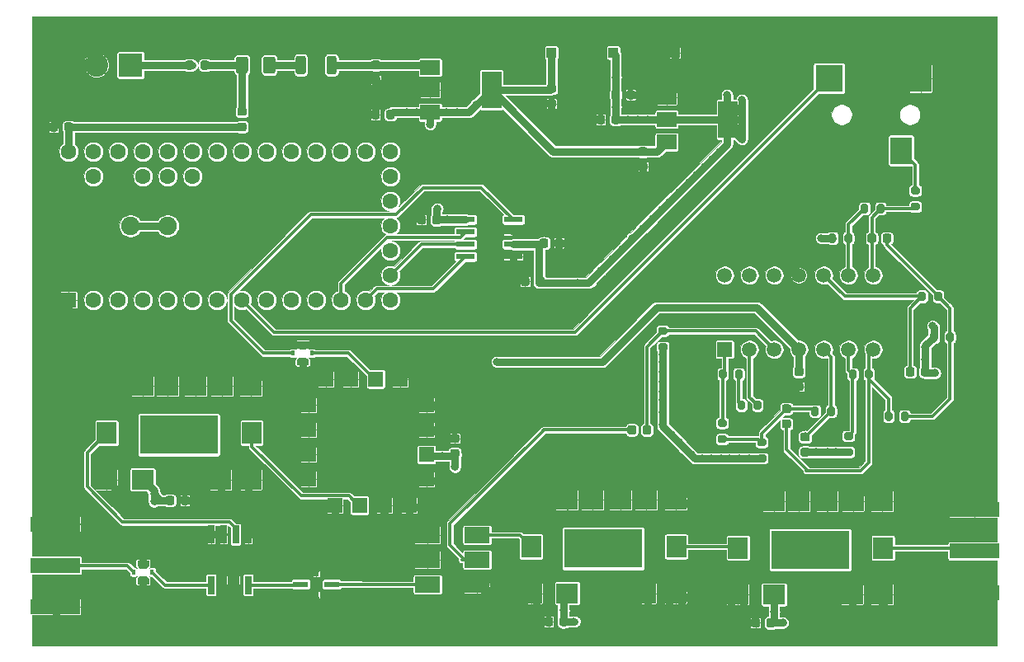
<source format=gbr>
%TF.GenerationSoftware,KiCad,Pcbnew,(5.1.10)-1*%
%TF.CreationDate,2021-08-25T15:37:07-07:00*%
%TF.ProjectId,fmcw,666d6377-2e6b-4696-9361-645f70636258,rev?*%
%TF.SameCoordinates,Original*%
%TF.FileFunction,Copper,L1,Top*%
%TF.FilePolarity,Positive*%
%FSLAX46Y46*%
G04 Gerber Fmt 4.6, Leading zero omitted, Abs format (unit mm)*
G04 Created by KiCad (PCBNEW (5.1.10)-1) date 2021-08-25 15:37:07*
%MOMM*%
%LPD*%
G01*
G04 APERTURE LIST*
%TA.AperFunction,EtchedComponent*%
%ADD10C,0.010000*%
%TD*%
%TA.AperFunction,SMDPad,CuDef*%
%ADD11R,0.700000X1.850000*%
%TD*%
%TA.AperFunction,SMDPad,CuDef*%
%ADD12R,2.540000X1.651000*%
%TD*%
%TA.AperFunction,SMDPad,CuDef*%
%ADD13R,1.520000X1.520000*%
%TD*%
%TA.AperFunction,SMDPad,CuDef*%
%ADD14R,1.524000X1.524000*%
%TD*%
%TA.AperFunction,SMDPad,CuDef*%
%ADD15R,8.000000X4.000000*%
%TD*%
%TA.AperFunction,SMDPad,CuDef*%
%ADD16R,2.000000X2.200000*%
%TD*%
%TA.AperFunction,SMDPad,CuDef*%
%ADD17R,2.200000X2.000000*%
%TD*%
%TA.AperFunction,SMDPad,CuDef*%
%ADD18R,5.080000X1.500000*%
%TD*%
%TA.AperFunction,SMDPad,CuDef*%
%ADD19R,0.400000X0.500000*%
%TD*%
%TA.AperFunction,SMDPad,CuDef*%
%ADD20R,0.500000X0.500000*%
%TD*%
%TA.AperFunction,SMDPad,CuDef*%
%ADD21R,1.000000X1.000000*%
%TD*%
%TA.AperFunction,ComponentPad*%
%ADD22R,2.400000X2.400000*%
%TD*%
%TA.AperFunction,ComponentPad*%
%ADD23C,2.400000*%
%TD*%
%TA.AperFunction,SMDPad,CuDef*%
%ADD24R,2.200000X2.800000*%
%TD*%
%TA.AperFunction,SMDPad,CuDef*%
%ADD25R,2.800000X2.800000*%
%TD*%
%TA.AperFunction,SMDPad,CuDef*%
%ADD26R,2.000000X1.500000*%
%TD*%
%TA.AperFunction,SMDPad,CuDef*%
%ADD27R,2.000000X3.800000*%
%TD*%
%TA.AperFunction,ComponentPad*%
%ADD28C,1.600000*%
%TD*%
%TA.AperFunction,ComponentPad*%
%ADD29R,1.600000X1.600000*%
%TD*%
%TA.AperFunction,ComponentPad*%
%ADD30C,1.900000*%
%TD*%
%TA.AperFunction,SMDPad,CuDef*%
%ADD31R,1.900000X0.600000*%
%TD*%
%TA.AperFunction,ComponentPad*%
%ADD32R,1.500000X1.500000*%
%TD*%
%TA.AperFunction,ComponentPad*%
%ADD33C,1.500000*%
%TD*%
%TA.AperFunction,SMDPad,CuDef*%
%ADD34R,0.610000X1.550000*%
%TD*%
%TA.AperFunction,SMDPad,CuDef*%
%ADD35R,1.550000X0.610000*%
%TD*%
%TA.AperFunction,ViaPad*%
%ADD36C,0.800000*%
%TD*%
%TA.AperFunction,Conductor*%
%ADD37C,0.800000*%
%TD*%
%TA.AperFunction,Conductor*%
%ADD38C,0.300000*%
%TD*%
%TA.AperFunction,Conductor*%
%ADD39C,0.050000*%
%TD*%
%TA.AperFunction,Conductor*%
%ADD40C,0.100000*%
%TD*%
G04 APERTURE END LIST*
D10*
%TO.C,TP5*%
G36*
X85810000Y-139580000D02*
G01*
X86910000Y-139580000D01*
X86910000Y-139110000D01*
X86680000Y-138880000D01*
X86040000Y-138880000D01*
X85810000Y-139110000D01*
X85810000Y-139580000D01*
G37*
X85810000Y-139580000D02*
X86910000Y-139580000D01*
X86910000Y-139110000D01*
X86680000Y-138880000D01*
X86040000Y-138880000D01*
X85810000Y-139110000D01*
X85810000Y-139580000D01*
G36*
X86910000Y-137280000D02*
G01*
X85810000Y-137280000D01*
X85810000Y-137750000D01*
X86040000Y-137980000D01*
X86680000Y-137980000D01*
X86910000Y-137750000D01*
X86910000Y-137280000D01*
G37*
X86910000Y-137280000D02*
X85810000Y-137280000D01*
X85810000Y-137750000D01*
X86040000Y-137980000D01*
X86680000Y-137980000D01*
X86910000Y-137750000D01*
X86910000Y-137280000D01*
%TO.C,TP4*%
G36*
X103293000Y-114801000D02*
G01*
X102193000Y-114801000D01*
X102193000Y-115271000D01*
X102423000Y-115501000D01*
X103063000Y-115501000D01*
X103293000Y-115271000D01*
X103293000Y-114801000D01*
G37*
X103293000Y-114801000D02*
X102193000Y-114801000D01*
X102193000Y-115271000D01*
X102423000Y-115501000D01*
X103063000Y-115501000D01*
X103293000Y-115271000D01*
X103293000Y-114801000D01*
G36*
X102193000Y-117101000D02*
G01*
X103293000Y-117101000D01*
X103293000Y-116631000D01*
X103063000Y-116401000D01*
X102423000Y-116401000D01*
X102193000Y-116631000D01*
X102193000Y-117101000D01*
G37*
X102193000Y-117101000D02*
X103293000Y-117101000D01*
X103293000Y-116631000D01*
X103063000Y-116401000D01*
X102423000Y-116401000D01*
X102193000Y-116631000D01*
X102193000Y-117101000D01*
%TD*%
D11*
%TO.P,IC1,8*%
%TO.N,Mixer*%
X97155000Y-139760000D03*
%TO.P,IC1,7*%
%TO.N,GND*%
X95885000Y-139760000D03*
%TO.P,IC1,6*%
X94615000Y-139760000D03*
%TO.P,IC1,5*%
%TO.N,Net-(IC1-Pad5)*%
X93345000Y-139760000D03*
%TO.P,IC1,4*%
%TO.N,GND*%
X93345000Y-134560000D03*
%TO.P,IC1,3*%
X94615000Y-134560000D03*
%TO.P,IC1,2*%
%TO.N,Amp_2.4*%
X95885000Y-134560000D03*
%TO.P,IC1,1*%
%TO.N,GND*%
X97155000Y-134560000D03*
%TD*%
D12*
%TO.P,MX1,6*%
%TO.N,Net-(MX1-Pad6)*%
X115570000Y-139700000D03*
%TO.P,MX1,5*%
%TO.N,GND*%
X115570000Y-137160000D03*
%TO.P,MX1,4*%
X115570000Y-134620000D03*
%TO.P,MX1,3*%
%TO.N,Receive_Amp*%
X120650000Y-134620000D03*
%TO.P,MX1,2*%
%TO.N,Delta_Sig*%
X120650000Y-137160000D03*
%TO.P,MX1,1*%
%TO.N,GND*%
X120650000Y-139700000D03*
%TD*%
D13*
%TO.P,X1,1*%
%TO.N,GND*%
X112775000Y-118615000D03*
%TO.P,X1,3*%
X107695000Y-118615000D03*
%TO.P,X1,4*%
X105155000Y-118615000D03*
%TO.P,X1,5*%
X103375000Y-121285000D03*
%TO.P,X1,6*%
X103375000Y-123825000D03*
%TO.P,X1,7*%
X103375000Y-126365000D03*
D14*
%TO.P,X1,8*%
X103375000Y-128905000D03*
D13*
%TO.P,X1,9*%
X106045000Y-131575000D03*
%TO.P,X1,10*%
%TO.N,2.4_Chirp*%
X108585000Y-131575000D03*
%TO.P,X1,11*%
%TO.N,GND*%
X111125000Y-131575000D03*
%TO.P,X1,12*%
X113665000Y-131575000D03*
D14*
%TO.P,X1,13*%
X115455000Y-128905000D03*
D13*
%TO.P,X1,14*%
%TO.N,+5V*%
X115455000Y-126365000D03*
%TO.P,X1,15*%
%TO.N,GND*%
X115445000Y-123825000D03*
%TO.P,X1,16*%
X115445000Y-121285000D03*
%TO.P,X1,2*%
%TO.N,Chirp*%
X110235000Y-118615000D03*
%TD*%
D15*
%TO.P,U9,GND*%
%TO.N,N/C*%
X90043000Y-124333000D03*
D16*
%TO.P,U9,10*%
%TO.N,2.4_Chirp*%
X97521920Y-124129280D03*
D17*
%TO.P,U9,9*%
%TO.N,GND*%
X97443000Y-128929280D03*
%TO.P,U9,8*%
X94343000Y-128929280D03*
%TO.P,U9,7*%
%TO.N,+5V*%
X86343000Y-128929280D03*
%TO.P,U9,6*%
%TO.N,GND*%
X82643000Y-128929280D03*
D16*
%TO.P,U9,5*%
%TO.N,Amp_2.4*%
X82643000Y-124133000D03*
D17*
%TO.P,U9,4*%
%TO.N,GND*%
X86343000Y-119333000D03*
%TO.P,U9,3*%
X88893000Y-119333000D03*
%TO.P,U9,2*%
X91793000Y-119333000D03*
%TO.P,U9,1*%
X94443000Y-119333000D03*
%TO.P,U9,11*%
X97443000Y-119333000D03*
%TD*%
D15*
%TO.P,U7,GND*%
%TO.N,N/C*%
X133604000Y-136017000D03*
D16*
%TO.P,U7,10*%
%TO.N,Net-(U7-Pad10)*%
X141082920Y-135813280D03*
D17*
%TO.P,U7,9*%
%TO.N,GND*%
X141004000Y-140613280D03*
%TO.P,U7,8*%
X137904000Y-140613280D03*
%TO.P,U7,7*%
%TO.N,+5V*%
X129904000Y-140613280D03*
%TO.P,U7,6*%
%TO.N,GND*%
X126204000Y-140613280D03*
D16*
%TO.P,U7,5*%
%TO.N,Receive_Amp*%
X126204000Y-135817000D03*
D17*
%TO.P,U7,4*%
%TO.N,GND*%
X129904000Y-131017000D03*
%TO.P,U7,3*%
X132454000Y-131017000D03*
%TO.P,U7,2*%
X135354000Y-131017000D03*
%TO.P,U7,1*%
X138004000Y-131017000D03*
%TO.P,U7,11*%
X141004000Y-131017000D03*
%TD*%
D15*
%TO.P,U8,GND*%
%TO.N,N/C*%
X154822000Y-136144000D03*
D16*
%TO.P,U8,10*%
%TO.N,Receive*%
X162300920Y-135940280D03*
D17*
%TO.P,U8,9*%
%TO.N,GND*%
X162222000Y-140740280D03*
%TO.P,U8,8*%
X159122000Y-140740280D03*
%TO.P,U8,7*%
%TO.N,+5V*%
X151122000Y-140740280D03*
%TO.P,U8,6*%
%TO.N,GND*%
X147422000Y-140740280D03*
D16*
%TO.P,U8,5*%
%TO.N,Net-(U7-Pad10)*%
X147422000Y-135944000D03*
D17*
%TO.P,U8,4*%
%TO.N,GND*%
X151122000Y-131144000D03*
%TO.P,U8,3*%
X153672000Y-131144000D03*
%TO.P,U8,2*%
X156572000Y-131144000D03*
%TO.P,U8,1*%
X159222000Y-131144000D03*
%TO.P,U8,11*%
X162222000Y-131144000D03*
%TD*%
D18*
%TO.P,J4,2*%
%TO.N,GND*%
X77343000Y-133486000D03*
X77343000Y-141986000D03*
%TO.P,J4,1*%
%TO.N,Transmit*%
X77343000Y-137736000D03*
%TD*%
%TO.P,FB1,2*%
%TO.N,Net-(F1-Pad2)*%
%TA.AperFunction,SMDPad,CuDef*%
G36*
G01*
X103090000Y-85659999D02*
X103090000Y-87060001D01*
G75*
G02*
X102840001Y-87310000I-249999J0D01*
G01*
X102289999Y-87310000D01*
G75*
G02*
X102040000Y-87060001I0J249999D01*
G01*
X102040000Y-85659999D01*
G75*
G02*
X102289999Y-85410000I249999J0D01*
G01*
X102840001Y-85410000D01*
G75*
G02*
X103090000Y-85659999I0J-249999D01*
G01*
G37*
%TD.AperFunction*%
%TO.P,FB1,1*%
%TO.N,Net-(C3-Pad1)*%
%TA.AperFunction,SMDPad,CuDef*%
G36*
G01*
X106240000Y-85659999D02*
X106240000Y-87060001D01*
G75*
G02*
X105990001Y-87310000I-249999J0D01*
G01*
X105439999Y-87310000D01*
G75*
G02*
X105190000Y-87060001I0J249999D01*
G01*
X105190000Y-85659999D01*
G75*
G02*
X105439999Y-85410000I249999J0D01*
G01*
X105990001Y-85410000D01*
G75*
G02*
X106240000Y-85659999I0J-249999D01*
G01*
G37*
%TD.AperFunction*%
%TD*%
%TO.P,C20,2*%
%TO.N,Net-(C20-Pad2)*%
%TA.AperFunction,SMDPad,CuDef*%
G36*
G01*
X162250000Y-104390000D02*
X162250000Y-103890000D01*
G75*
G02*
X162475000Y-103665000I225000J0D01*
G01*
X162925000Y-103665000D01*
G75*
G02*
X163150000Y-103890000I0J-225000D01*
G01*
X163150000Y-104390000D01*
G75*
G02*
X162925000Y-104615000I-225000J0D01*
G01*
X162475000Y-104615000D01*
G75*
G02*
X162250000Y-104390000I0J225000D01*
G01*
G37*
%TD.AperFunction*%
%TO.P,C20,1*%
%TO.N,Net-(C20-Pad1)*%
%TA.AperFunction,SMDPad,CuDef*%
G36*
G01*
X160700000Y-104390000D02*
X160700000Y-103890000D01*
G75*
G02*
X160925000Y-103665000I225000J0D01*
G01*
X161375000Y-103665000D01*
G75*
G02*
X161600000Y-103890000I0J-225000D01*
G01*
X161600000Y-104390000D01*
G75*
G02*
X161375000Y-104615000I-225000J0D01*
G01*
X160925000Y-104615000D01*
G75*
G02*
X160700000Y-104390000I0J225000D01*
G01*
G37*
%TD.AperFunction*%
%TD*%
%TO.P,C19,2*%
%TO.N,GND*%
%TA.AperFunction,SMDPad,CuDef*%
G36*
G01*
X153420000Y-118943000D02*
X153920000Y-118943000D01*
G75*
G02*
X154145000Y-119168000I0J-225000D01*
G01*
X154145000Y-119618000D01*
G75*
G02*
X153920000Y-119843000I-225000J0D01*
G01*
X153420000Y-119843000D01*
G75*
G02*
X153195000Y-119618000I0J225000D01*
G01*
X153195000Y-119168000D01*
G75*
G02*
X153420000Y-118943000I225000J0D01*
G01*
G37*
%TD.AperFunction*%
%TO.P,C19,1*%
%TO.N,+5V*%
%TA.AperFunction,SMDPad,CuDef*%
G36*
G01*
X153420000Y-117393000D02*
X153920000Y-117393000D01*
G75*
G02*
X154145000Y-117618000I0J-225000D01*
G01*
X154145000Y-118068000D01*
G75*
G02*
X153920000Y-118293000I-225000J0D01*
G01*
X153420000Y-118293000D01*
G75*
G02*
X153195000Y-118068000I0J225000D01*
G01*
X153195000Y-117618000D01*
G75*
G02*
X153420000Y-117393000I225000J0D01*
G01*
G37*
%TD.AperFunction*%
%TD*%
%TO.P,C18,2*%
%TO.N,GND*%
%TA.AperFunction,SMDPad,CuDef*%
G36*
G01*
X118614000Y-125151000D02*
X118114000Y-125151000D01*
G75*
G02*
X117889000Y-124926000I0J225000D01*
G01*
X117889000Y-124476000D01*
G75*
G02*
X118114000Y-124251000I225000J0D01*
G01*
X118614000Y-124251000D01*
G75*
G02*
X118839000Y-124476000I0J-225000D01*
G01*
X118839000Y-124926000D01*
G75*
G02*
X118614000Y-125151000I-225000J0D01*
G01*
G37*
%TD.AperFunction*%
%TO.P,C18,1*%
%TO.N,+5V*%
%TA.AperFunction,SMDPad,CuDef*%
G36*
G01*
X118614000Y-126701000D02*
X118114000Y-126701000D01*
G75*
G02*
X117889000Y-126476000I0J225000D01*
G01*
X117889000Y-126026000D01*
G75*
G02*
X118114000Y-125801000I225000J0D01*
G01*
X118614000Y-125801000D01*
G75*
G02*
X118839000Y-126026000I0J-225000D01*
G01*
X118839000Y-126476000D01*
G75*
G02*
X118614000Y-126701000I-225000J0D01*
G01*
G37*
%TD.AperFunction*%
%TD*%
%TO.P,C17,2*%
%TO.N,GND*%
%TA.AperFunction,SMDPad,CuDef*%
G36*
G01*
X115385000Y-101985000D02*
X115385000Y-102485000D01*
G75*
G02*
X115160000Y-102710000I-225000J0D01*
G01*
X114710000Y-102710000D01*
G75*
G02*
X114485000Y-102485000I0J225000D01*
G01*
X114485000Y-101985000D01*
G75*
G02*
X114710000Y-101760000I225000J0D01*
G01*
X115160000Y-101760000D01*
G75*
G02*
X115385000Y-101985000I0J-225000D01*
G01*
G37*
%TD.AperFunction*%
%TO.P,C17,1*%
%TO.N,+5V*%
%TA.AperFunction,SMDPad,CuDef*%
G36*
G01*
X116935000Y-101985000D02*
X116935000Y-102485000D01*
G75*
G02*
X116710000Y-102710000I-225000J0D01*
G01*
X116260000Y-102710000D01*
G75*
G02*
X116035000Y-102485000I0J225000D01*
G01*
X116035000Y-101985000D01*
G75*
G02*
X116260000Y-101760000I225000J0D01*
G01*
X116710000Y-101760000D01*
G75*
G02*
X116935000Y-101985000I0J-225000D01*
G01*
G37*
%TD.AperFunction*%
%TD*%
%TO.P,C16,2*%
%TO.N,GND*%
%TA.AperFunction,SMDPad,CuDef*%
G36*
G01*
X77640000Y-92460000D02*
X77640000Y-92960000D01*
G75*
G02*
X77415000Y-93185000I-225000J0D01*
G01*
X76965000Y-93185000D01*
G75*
G02*
X76740000Y-92960000I0J225000D01*
G01*
X76740000Y-92460000D01*
G75*
G02*
X76965000Y-92235000I225000J0D01*
G01*
X77415000Y-92235000D01*
G75*
G02*
X77640000Y-92460000I0J-225000D01*
G01*
G37*
%TD.AperFunction*%
%TO.P,C16,1*%
%TO.N,VCC*%
%TA.AperFunction,SMDPad,CuDef*%
G36*
G01*
X79190000Y-92460000D02*
X79190000Y-92960000D01*
G75*
G02*
X78965000Y-93185000I-225000J0D01*
G01*
X78515000Y-93185000D01*
G75*
G02*
X78290000Y-92960000I0J225000D01*
G01*
X78290000Y-92460000D01*
G75*
G02*
X78515000Y-92235000I225000J0D01*
G01*
X78965000Y-92235000D01*
G75*
G02*
X79190000Y-92460000I0J-225000D01*
G01*
G37*
%TD.AperFunction*%
%TD*%
%TO.P,C15,2*%
%TO.N,GND*%
%TA.AperFunction,SMDPad,CuDef*%
G36*
G01*
X135961000Y-89658000D02*
X135961000Y-89158000D01*
G75*
G02*
X136186000Y-88933000I225000J0D01*
G01*
X136636000Y-88933000D01*
G75*
G02*
X136861000Y-89158000I0J-225000D01*
G01*
X136861000Y-89658000D01*
G75*
G02*
X136636000Y-89883000I-225000J0D01*
G01*
X136186000Y-89883000D01*
G75*
G02*
X135961000Y-89658000I0J225000D01*
G01*
G37*
%TD.AperFunction*%
%TO.P,C15,1*%
%TO.N,+2V5*%
%TA.AperFunction,SMDPad,CuDef*%
G36*
G01*
X134411000Y-89658000D02*
X134411000Y-89158000D01*
G75*
G02*
X134636000Y-88933000I225000J0D01*
G01*
X135086000Y-88933000D01*
G75*
G02*
X135311000Y-89158000I0J-225000D01*
G01*
X135311000Y-89658000D01*
G75*
G02*
X135086000Y-89883000I-225000J0D01*
G01*
X134636000Y-89883000D01*
G75*
G02*
X134411000Y-89658000I0J225000D01*
G01*
G37*
%TD.AperFunction*%
%TD*%
%TO.P,C14,2*%
%TO.N,GND*%
%TA.AperFunction,SMDPad,CuDef*%
G36*
G01*
X128020000Y-89860000D02*
X128520000Y-89860000D01*
G75*
G02*
X128745000Y-90085000I0J-225000D01*
G01*
X128745000Y-90535000D01*
G75*
G02*
X128520000Y-90760000I-225000J0D01*
G01*
X128020000Y-90760000D01*
G75*
G02*
X127795000Y-90535000I0J225000D01*
G01*
X127795000Y-90085000D01*
G75*
G02*
X128020000Y-89860000I225000J0D01*
G01*
G37*
%TD.AperFunction*%
%TO.P,C14,1*%
%TO.N,+5V*%
%TA.AperFunction,SMDPad,CuDef*%
G36*
G01*
X128020000Y-88310000D02*
X128520000Y-88310000D01*
G75*
G02*
X128745000Y-88535000I0J-225000D01*
G01*
X128745000Y-88985000D01*
G75*
G02*
X128520000Y-89210000I-225000J0D01*
G01*
X128020000Y-89210000D01*
G75*
G02*
X127795000Y-88985000I0J225000D01*
G01*
X127795000Y-88535000D01*
G75*
G02*
X128020000Y-88310000I225000J0D01*
G01*
G37*
%TD.AperFunction*%
%TD*%
D19*
%TO.P,TP5,2*%
%TO.N,Transmit*%
X85410000Y-138430000D03*
%TO.P,TP5,1*%
%TO.N,Net-(IC1-Pad5)*%
X87310000Y-138430000D03*
D20*
%TO.P,TP5,4*%
%TO.N,GND*%
X86360000Y-139280000D03*
%TO.P,TP5,3*%
X86360000Y-137580000D03*
%TD*%
D21*
%TO.P,TP3,1*%
%TO.N,GND*%
X140970000Y-85090000D03*
%TD*%
%TO.P,TP2,1*%
%TO.N,+2V5*%
X134620000Y-85090000D03*
%TD*%
%TO.P,TP1,1*%
%TO.N,+5V*%
X128270000Y-85090000D03*
%TD*%
%TO.P,C1,1*%
%TO.N,+5V*%
%TA.AperFunction,SMDPad,CuDef*%
G36*
G01*
X137418000Y-94787000D02*
X137918000Y-94787000D01*
G75*
G02*
X138143000Y-95012000I0J-225000D01*
G01*
X138143000Y-95462000D01*
G75*
G02*
X137918000Y-95687000I-225000J0D01*
G01*
X137418000Y-95687000D01*
G75*
G02*
X137193000Y-95462000I0J225000D01*
G01*
X137193000Y-95012000D01*
G75*
G02*
X137418000Y-94787000I225000J0D01*
G01*
G37*
%TD.AperFunction*%
%TO.P,C1,2*%
%TO.N,GND*%
%TA.AperFunction,SMDPad,CuDef*%
G36*
G01*
X137418000Y-96337000D02*
X137918000Y-96337000D01*
G75*
G02*
X138143000Y-96562000I0J-225000D01*
G01*
X138143000Y-97012000D01*
G75*
G02*
X137918000Y-97237000I-225000J0D01*
G01*
X137418000Y-97237000D01*
G75*
G02*
X137193000Y-97012000I0J225000D01*
G01*
X137193000Y-96562000D01*
G75*
G02*
X137418000Y-96337000I225000J0D01*
G01*
G37*
%TD.AperFunction*%
%TD*%
%TO.P,C2,2*%
%TO.N,GND*%
%TA.AperFunction,SMDPad,CuDef*%
G36*
G01*
X133787000Y-91698000D02*
X133787000Y-92198000D01*
G75*
G02*
X133562000Y-92423000I-225000J0D01*
G01*
X133112000Y-92423000D01*
G75*
G02*
X132887000Y-92198000I0J225000D01*
G01*
X132887000Y-91698000D01*
G75*
G02*
X133112000Y-91473000I225000J0D01*
G01*
X133562000Y-91473000D01*
G75*
G02*
X133787000Y-91698000I0J-225000D01*
G01*
G37*
%TD.AperFunction*%
%TO.P,C2,1*%
%TO.N,+2V5*%
%TA.AperFunction,SMDPad,CuDef*%
G36*
G01*
X135337000Y-91698000D02*
X135337000Y-92198000D01*
G75*
G02*
X135112000Y-92423000I-225000J0D01*
G01*
X134662000Y-92423000D01*
G75*
G02*
X134437000Y-92198000I0J225000D01*
G01*
X134437000Y-91698000D01*
G75*
G02*
X134662000Y-91473000I225000J0D01*
G01*
X135112000Y-91473000D01*
G75*
G02*
X135337000Y-91698000I0J-225000D01*
G01*
G37*
%TD.AperFunction*%
%TD*%
%TO.P,C3,1*%
%TO.N,Net-(C3-Pad1)*%
%TA.AperFunction,SMDPad,CuDef*%
G36*
G01*
X109986000Y-85884000D02*
X110486000Y-85884000D01*
G75*
G02*
X110711000Y-86109000I0J-225000D01*
G01*
X110711000Y-86559000D01*
G75*
G02*
X110486000Y-86784000I-225000J0D01*
G01*
X109986000Y-86784000D01*
G75*
G02*
X109761000Y-86559000I0J225000D01*
G01*
X109761000Y-86109000D01*
G75*
G02*
X109986000Y-85884000I225000J0D01*
G01*
G37*
%TD.AperFunction*%
%TO.P,C3,2*%
%TO.N,GND*%
%TA.AperFunction,SMDPad,CuDef*%
G36*
G01*
X109986000Y-87434000D02*
X110486000Y-87434000D01*
G75*
G02*
X110711000Y-87659000I0J-225000D01*
G01*
X110711000Y-88109000D01*
G75*
G02*
X110486000Y-88334000I-225000J0D01*
G01*
X109986000Y-88334000D01*
G75*
G02*
X109761000Y-88109000I0J225000D01*
G01*
X109761000Y-87659000D01*
G75*
G02*
X109986000Y-87434000I225000J0D01*
G01*
G37*
%TD.AperFunction*%
%TD*%
%TO.P,C4,2*%
%TO.N,GND*%
%TA.AperFunction,SMDPad,CuDef*%
G36*
G01*
X110660000Y-91190000D02*
X110660000Y-91690000D01*
G75*
G02*
X110435000Y-91915000I-225000J0D01*
G01*
X109985000Y-91915000D01*
G75*
G02*
X109760000Y-91690000I0J225000D01*
G01*
X109760000Y-91190000D01*
G75*
G02*
X109985000Y-90965000I225000J0D01*
G01*
X110435000Y-90965000D01*
G75*
G02*
X110660000Y-91190000I0J-225000D01*
G01*
G37*
%TD.AperFunction*%
%TO.P,C4,1*%
%TO.N,+5V*%
%TA.AperFunction,SMDPad,CuDef*%
G36*
G01*
X112210000Y-91190000D02*
X112210000Y-91690000D01*
G75*
G02*
X111985000Y-91915000I-225000J0D01*
G01*
X111535000Y-91915000D01*
G75*
G02*
X111310000Y-91690000I0J225000D01*
G01*
X111310000Y-91190000D01*
G75*
G02*
X111535000Y-90965000I225000J0D01*
G01*
X111985000Y-90965000D01*
G75*
G02*
X112210000Y-91190000I0J-225000D01*
G01*
G37*
%TD.AperFunction*%
%TD*%
%TO.P,C5,1*%
%TO.N,+2V5*%
%TA.AperFunction,SMDPad,CuDef*%
G36*
G01*
X127058000Y-104898000D02*
X127058000Y-104398000D01*
G75*
G02*
X127283000Y-104173000I225000J0D01*
G01*
X127733000Y-104173000D01*
G75*
G02*
X127958000Y-104398000I0J-225000D01*
G01*
X127958000Y-104898000D01*
G75*
G02*
X127733000Y-105123000I-225000J0D01*
G01*
X127283000Y-105123000D01*
G75*
G02*
X127058000Y-104898000I0J225000D01*
G01*
G37*
%TD.AperFunction*%
%TO.P,C5,2*%
%TO.N,GND*%
%TA.AperFunction,SMDPad,CuDef*%
G36*
G01*
X128608000Y-104898000D02*
X128608000Y-104398000D01*
G75*
G02*
X128833000Y-104173000I225000J0D01*
G01*
X129283000Y-104173000D01*
G75*
G02*
X129508000Y-104398000I0J-225000D01*
G01*
X129508000Y-104898000D01*
G75*
G02*
X129283000Y-105123000I-225000J0D01*
G01*
X128833000Y-105123000D01*
G75*
G02*
X128608000Y-104898000I0J225000D01*
G01*
G37*
%TD.AperFunction*%
%TD*%
%TO.P,C6,1*%
%TO.N,GND*%
%TA.AperFunction,SMDPad,CuDef*%
G36*
G01*
X127553000Y-143760000D02*
X127553000Y-143260000D01*
G75*
G02*
X127778000Y-143035000I225000J0D01*
G01*
X128228000Y-143035000D01*
G75*
G02*
X128453000Y-143260000I0J-225000D01*
G01*
X128453000Y-143760000D01*
G75*
G02*
X128228000Y-143985000I-225000J0D01*
G01*
X127778000Y-143985000D01*
G75*
G02*
X127553000Y-143760000I0J225000D01*
G01*
G37*
%TD.AperFunction*%
%TO.P,C6,2*%
%TO.N,+5V*%
%TA.AperFunction,SMDPad,CuDef*%
G36*
G01*
X129103000Y-143760000D02*
X129103000Y-143260000D01*
G75*
G02*
X129328000Y-143035000I225000J0D01*
G01*
X129778000Y-143035000D01*
G75*
G02*
X130003000Y-143260000I0J-225000D01*
G01*
X130003000Y-143760000D01*
G75*
G02*
X129778000Y-143985000I-225000J0D01*
G01*
X129328000Y-143985000D01*
G75*
G02*
X129103000Y-143760000I0J225000D01*
G01*
G37*
%TD.AperFunction*%
%TD*%
%TO.P,C7,2*%
%TO.N,Delta_Sig*%
%TA.AperFunction,SMDPad,CuDef*%
G36*
G01*
X136975000Y-123575000D02*
X136975000Y-124075000D01*
G75*
G02*
X136750000Y-124300000I-225000J0D01*
G01*
X136300000Y-124300000D01*
G75*
G02*
X136075000Y-124075000I0J225000D01*
G01*
X136075000Y-123575000D01*
G75*
G02*
X136300000Y-123350000I225000J0D01*
G01*
X136750000Y-123350000D01*
G75*
G02*
X136975000Y-123575000I0J-225000D01*
G01*
G37*
%TD.AperFunction*%
%TO.P,C7,1*%
%TO.N,Net-(C7-Pad1)*%
%TA.AperFunction,SMDPad,CuDef*%
G36*
G01*
X138525000Y-123575000D02*
X138525000Y-124075000D01*
G75*
G02*
X138300000Y-124300000I-225000J0D01*
G01*
X137850000Y-124300000D01*
G75*
G02*
X137625000Y-124075000I0J225000D01*
G01*
X137625000Y-123575000D01*
G75*
G02*
X137850000Y-123350000I225000J0D01*
G01*
X138300000Y-123350000D01*
G75*
G02*
X138525000Y-123575000I0J-225000D01*
G01*
G37*
%TD.AperFunction*%
%TD*%
%TO.P,C8,1*%
%TO.N,Net-(C8-Pad1)*%
%TA.AperFunction,SMDPad,CuDef*%
G36*
G01*
X152650000Y-123653000D02*
X152150000Y-123653000D01*
G75*
G02*
X151925000Y-123428000I0J225000D01*
G01*
X151925000Y-122978000D01*
G75*
G02*
X152150000Y-122753000I225000J0D01*
G01*
X152650000Y-122753000D01*
G75*
G02*
X152875000Y-122978000I0J-225000D01*
G01*
X152875000Y-123428000D01*
G75*
G02*
X152650000Y-123653000I-225000J0D01*
G01*
G37*
%TD.AperFunction*%
%TO.P,C8,2*%
%TO.N,Net-(C8-Pad2)*%
%TA.AperFunction,SMDPad,CuDef*%
G36*
G01*
X152650000Y-122103000D02*
X152150000Y-122103000D01*
G75*
G02*
X151925000Y-121878000I0J225000D01*
G01*
X151925000Y-121428000D01*
G75*
G02*
X152150000Y-121203000I225000J0D01*
G01*
X152650000Y-121203000D01*
G75*
G02*
X152875000Y-121428000I0J-225000D01*
G01*
X152875000Y-121878000D01*
G75*
G02*
X152650000Y-122103000I-225000J0D01*
G01*
G37*
%TD.AperFunction*%
%TD*%
%TO.P,C9,1*%
%TO.N,Net-(C9-Pad1)*%
%TA.AperFunction,SMDPad,CuDef*%
G36*
G01*
X154055000Y-124111000D02*
X154555000Y-124111000D01*
G75*
G02*
X154780000Y-124336000I0J-225000D01*
G01*
X154780000Y-124786000D01*
G75*
G02*
X154555000Y-125011000I-225000J0D01*
G01*
X154055000Y-125011000D01*
G75*
G02*
X153830000Y-124786000I0J225000D01*
G01*
X153830000Y-124336000D01*
G75*
G02*
X154055000Y-124111000I225000J0D01*
G01*
G37*
%TD.AperFunction*%
%TO.P,C9,2*%
%TO.N,+2V5*%
%TA.AperFunction,SMDPad,CuDef*%
G36*
G01*
X154055000Y-125661000D02*
X154555000Y-125661000D01*
G75*
G02*
X154780000Y-125886000I0J-225000D01*
G01*
X154780000Y-126336000D01*
G75*
G02*
X154555000Y-126561000I-225000J0D01*
G01*
X154055000Y-126561000D01*
G75*
G02*
X153830000Y-126336000I0J225000D01*
G01*
X153830000Y-125886000D01*
G75*
G02*
X154055000Y-125661000I225000J0D01*
G01*
G37*
%TD.AperFunction*%
%TD*%
%TO.P,C10,1*%
%TO.N,Net-(C10-Pad1)*%
%TA.AperFunction,SMDPad,CuDef*%
G36*
G01*
X164637000Y-118106000D02*
X164637000Y-117606000D01*
G75*
G02*
X164862000Y-117381000I225000J0D01*
G01*
X165312000Y-117381000D01*
G75*
G02*
X165537000Y-117606000I0J-225000D01*
G01*
X165537000Y-118106000D01*
G75*
G02*
X165312000Y-118331000I-225000J0D01*
G01*
X164862000Y-118331000D01*
G75*
G02*
X164637000Y-118106000I0J225000D01*
G01*
G37*
%TD.AperFunction*%
%TO.P,C10,2*%
%TO.N,+2V5*%
%TA.AperFunction,SMDPad,CuDef*%
G36*
G01*
X166187000Y-118106000D02*
X166187000Y-117606000D01*
G75*
G02*
X166412000Y-117381000I225000J0D01*
G01*
X166862000Y-117381000D01*
G75*
G02*
X167087000Y-117606000I0J-225000D01*
G01*
X167087000Y-118106000D01*
G75*
G02*
X166862000Y-118331000I-225000J0D01*
G01*
X166412000Y-118331000D01*
G75*
G02*
X166187000Y-118106000I0J225000D01*
G01*
G37*
%TD.AperFunction*%
%TD*%
%TO.P,C11,2*%
%TO.N,GND*%
%TA.AperFunction,SMDPad,CuDef*%
G36*
G01*
X149675000Y-143387000D02*
X149675000Y-143887000D01*
G75*
G02*
X149450000Y-144112000I-225000J0D01*
G01*
X149000000Y-144112000D01*
G75*
G02*
X148775000Y-143887000I0J225000D01*
G01*
X148775000Y-143387000D01*
G75*
G02*
X149000000Y-143162000I225000J0D01*
G01*
X149450000Y-143162000D01*
G75*
G02*
X149675000Y-143387000I0J-225000D01*
G01*
G37*
%TD.AperFunction*%
%TO.P,C11,1*%
%TO.N,+5V*%
%TA.AperFunction,SMDPad,CuDef*%
G36*
G01*
X151225000Y-143387000D02*
X151225000Y-143887000D01*
G75*
G02*
X151000000Y-144112000I-225000J0D01*
G01*
X150550000Y-144112000D01*
G75*
G02*
X150325000Y-143887000I0J225000D01*
G01*
X150325000Y-143387000D01*
G75*
G02*
X150550000Y-143162000I225000J0D01*
G01*
X151000000Y-143162000D01*
G75*
G02*
X151225000Y-143387000I0J-225000D01*
G01*
G37*
%TD.AperFunction*%
%TD*%
%TO.P,C12,2*%
%TO.N,+5V*%
%TA.AperFunction,SMDPad,CuDef*%
G36*
G01*
X89578000Y-130814000D02*
X89578000Y-131314000D01*
G75*
G02*
X89353000Y-131539000I-225000J0D01*
G01*
X88903000Y-131539000D01*
G75*
G02*
X88678000Y-131314000I0J225000D01*
G01*
X88678000Y-130814000D01*
G75*
G02*
X88903000Y-130589000I225000J0D01*
G01*
X89353000Y-130589000D01*
G75*
G02*
X89578000Y-130814000I0J-225000D01*
G01*
G37*
%TD.AperFunction*%
%TO.P,C12,1*%
%TO.N,GND*%
%TA.AperFunction,SMDPad,CuDef*%
G36*
G01*
X91128000Y-130814000D02*
X91128000Y-131314000D01*
G75*
G02*
X90903000Y-131539000I-225000J0D01*
G01*
X90453000Y-131539000D01*
G75*
G02*
X90228000Y-131314000I0J225000D01*
G01*
X90228000Y-130814000D01*
G75*
G02*
X90453000Y-130589000I225000J0D01*
G01*
X90903000Y-130589000D01*
G75*
G02*
X91128000Y-130814000I0J-225000D01*
G01*
G37*
%TD.AperFunction*%
%TD*%
%TO.P,C13,2*%
%TO.N,+2V5*%
%TA.AperFunction,SMDPad,CuDef*%
G36*
G01*
X126677000Y-108835000D02*
X126677000Y-108335000D01*
G75*
G02*
X126902000Y-108110000I225000J0D01*
G01*
X127352000Y-108110000D01*
G75*
G02*
X127577000Y-108335000I0J-225000D01*
G01*
X127577000Y-108835000D01*
G75*
G02*
X127352000Y-109060000I-225000J0D01*
G01*
X126902000Y-109060000D01*
G75*
G02*
X126677000Y-108835000I0J225000D01*
G01*
G37*
%TD.AperFunction*%
%TO.P,C13,1*%
%TO.N,GND*%
%TA.AperFunction,SMDPad,CuDef*%
G36*
G01*
X125127000Y-108835000D02*
X125127000Y-108335000D01*
G75*
G02*
X125352000Y-108110000I225000J0D01*
G01*
X125802000Y-108110000D01*
G75*
G02*
X126027000Y-108335000I0J-225000D01*
G01*
X126027000Y-108835000D01*
G75*
G02*
X125802000Y-109060000I-225000J0D01*
G01*
X125352000Y-109060000D01*
G75*
G02*
X125127000Y-108835000I0J225000D01*
G01*
G37*
%TD.AperFunction*%
%TD*%
%TO.P,D1,1*%
%TO.N,Net-(D1-Pad1)*%
%TA.AperFunction,SMDPad,CuDef*%
G36*
G01*
X96263750Y-90697500D02*
X96776250Y-90697500D01*
G75*
G02*
X96995000Y-90916250I0J-218750D01*
G01*
X96995000Y-91353750D01*
G75*
G02*
X96776250Y-91572500I-218750J0D01*
G01*
X96263750Y-91572500D01*
G75*
G02*
X96045000Y-91353750I0J218750D01*
G01*
X96045000Y-90916250D01*
G75*
G02*
X96263750Y-90697500I218750J0D01*
G01*
G37*
%TD.AperFunction*%
%TO.P,D1,2*%
%TO.N,VCC*%
%TA.AperFunction,SMDPad,CuDef*%
G36*
G01*
X96263750Y-92272500D02*
X96776250Y-92272500D01*
G75*
G02*
X96995000Y-92491250I0J-218750D01*
G01*
X96995000Y-92928750D01*
G75*
G02*
X96776250Y-93147500I-218750J0D01*
G01*
X96263750Y-93147500D01*
G75*
G02*
X96045000Y-92928750I0J218750D01*
G01*
X96045000Y-92491250D01*
G75*
G02*
X96263750Y-92272500I218750J0D01*
G01*
G37*
%TD.AperFunction*%
%TD*%
%TO.P,D2,2*%
%TO.N,+BATT*%
%TA.AperFunction,SMDPad,CuDef*%
G36*
G01*
X91572500Y-86103750D02*
X91572500Y-86616250D01*
G75*
G02*
X91353750Y-86835000I-218750J0D01*
G01*
X90916250Y-86835000D01*
G75*
G02*
X90697500Y-86616250I0J218750D01*
G01*
X90697500Y-86103750D01*
G75*
G02*
X90916250Y-85885000I218750J0D01*
G01*
X91353750Y-85885000D01*
G75*
G02*
X91572500Y-86103750I0J-218750D01*
G01*
G37*
%TD.AperFunction*%
%TO.P,D2,1*%
%TO.N,Net-(D1-Pad1)*%
%TA.AperFunction,SMDPad,CuDef*%
G36*
G01*
X93147500Y-86103750D02*
X93147500Y-86616250D01*
G75*
G02*
X92928750Y-86835000I-218750J0D01*
G01*
X92491250Y-86835000D01*
G75*
G02*
X92272500Y-86616250I0J218750D01*
G01*
X92272500Y-86103750D01*
G75*
G02*
X92491250Y-85885000I218750J0D01*
G01*
X92928750Y-85885000D01*
G75*
G02*
X93147500Y-86103750I0J-218750D01*
G01*
G37*
%TD.AperFunction*%
%TD*%
%TO.P,F1,1*%
%TO.N,Net-(D1-Pad1)*%
%TA.AperFunction,SMDPad,CuDef*%
G36*
G01*
X95895000Y-86985000D02*
X95895000Y-85735000D01*
G75*
G02*
X96145000Y-85485000I250000J0D01*
G01*
X96895000Y-85485000D01*
G75*
G02*
X97145000Y-85735000I0J-250000D01*
G01*
X97145000Y-86985000D01*
G75*
G02*
X96895000Y-87235000I-250000J0D01*
G01*
X96145000Y-87235000D01*
G75*
G02*
X95895000Y-86985000I0J250000D01*
G01*
G37*
%TD.AperFunction*%
%TO.P,F1,2*%
%TO.N,Net-(F1-Pad2)*%
%TA.AperFunction,SMDPad,CuDef*%
G36*
G01*
X98695000Y-86985000D02*
X98695000Y-85735000D01*
G75*
G02*
X98945000Y-85485000I250000J0D01*
G01*
X99695000Y-85485000D01*
G75*
G02*
X99945000Y-85735000I0J-250000D01*
G01*
X99945000Y-86985000D01*
G75*
G02*
X99695000Y-87235000I-250000J0D01*
G01*
X98945000Y-87235000D01*
G75*
G02*
X98695000Y-86985000I0J250000D01*
G01*
G37*
%TD.AperFunction*%
%TD*%
D22*
%TO.P,J1,1*%
%TO.N,+BATT*%
X85090000Y-86360000D03*
D23*
%TO.P,J1,2*%
%TO.N,GND*%
X81590000Y-86360000D03*
%TD*%
D19*
%TO.P,TP4,2*%
%TO.N,Chirp*%
X103693000Y-115951000D03*
%TO.P,TP4,1*%
%TO.N,Net-(TP4-Pad1)*%
X101793000Y-115951000D03*
D20*
%TO.P,TP4,4*%
%TO.N,GND*%
X102743000Y-115101000D03*
%TO.P,TP4,3*%
X102743000Y-116801000D03*
%TD*%
D24*
%TO.P,J3,R*%
%TO.N,To_Comp*%
X164160000Y-95140000D03*
%TO.P,J3,S*%
%TO.N,GND*%
X166160000Y-87740000D03*
D25*
%TO.P,J3,T*%
%TO.N,Sync*%
X156760000Y-87740000D03*
%TD*%
D18*
%TO.P,J5,1*%
%TO.N,Receive*%
X171704000Y-136271000D03*
%TO.P,J5,2*%
%TO.N,GND*%
X171704000Y-132021000D03*
X171704000Y-140521000D03*
%TD*%
%TO.P,R2,1*%
%TO.N,+2V5*%
%TA.AperFunction,SMDPad,CuDef*%
G36*
G01*
X139975000Y-115716000D02*
X139425000Y-115716000D01*
G75*
G02*
X139225000Y-115516000I0J200000D01*
G01*
X139225000Y-115116000D01*
G75*
G02*
X139425000Y-114916000I200000J0D01*
G01*
X139975000Y-114916000D01*
G75*
G02*
X140175000Y-115116000I0J-200000D01*
G01*
X140175000Y-115516000D01*
G75*
G02*
X139975000Y-115716000I-200000J0D01*
G01*
G37*
%TD.AperFunction*%
%TO.P,R2,2*%
%TO.N,Net-(C7-Pad1)*%
%TA.AperFunction,SMDPad,CuDef*%
G36*
G01*
X139975000Y-114066000D02*
X139425000Y-114066000D01*
G75*
G02*
X139225000Y-113866000I0J200000D01*
G01*
X139225000Y-113466000D01*
G75*
G02*
X139425000Y-113266000I200000J0D01*
G01*
X139975000Y-113266000D01*
G75*
G02*
X140175000Y-113466000I0J-200000D01*
G01*
X140175000Y-113866000D01*
G75*
G02*
X139975000Y-114066000I-200000J0D01*
G01*
G37*
%TD.AperFunction*%
%TD*%
%TO.P,R3,2*%
%TO.N,Net-(R3-Pad2)*%
%TA.AperFunction,SMDPad,CuDef*%
G36*
G01*
X148165000Y-121010000D02*
X148165000Y-121560000D01*
G75*
G02*
X147965000Y-121760000I-200000J0D01*
G01*
X147565000Y-121760000D01*
G75*
G02*
X147365000Y-121560000I0J200000D01*
G01*
X147365000Y-121010000D01*
G75*
G02*
X147565000Y-120810000I200000J0D01*
G01*
X147965000Y-120810000D01*
G75*
G02*
X148165000Y-121010000I0J-200000D01*
G01*
G37*
%TD.AperFunction*%
%TO.P,R3,1*%
%TO.N,Net-(R3-Pad1)*%
%TA.AperFunction,SMDPad,CuDef*%
G36*
G01*
X149815000Y-121010000D02*
X149815000Y-121560000D01*
G75*
G02*
X149615000Y-121760000I-200000J0D01*
G01*
X149215000Y-121760000D01*
G75*
G02*
X149015000Y-121560000I0J200000D01*
G01*
X149015000Y-121010000D01*
G75*
G02*
X149215000Y-120810000I200000J0D01*
G01*
X149615000Y-120810000D01*
G75*
G02*
X149815000Y-121010000I0J-200000D01*
G01*
G37*
%TD.AperFunction*%
%TD*%
%TO.P,R4,1*%
%TO.N,Net-(R3-Pad2)*%
%TA.AperFunction,SMDPad,CuDef*%
G36*
G01*
X147910000Y-117835000D02*
X147910000Y-118385000D01*
G75*
G02*
X147710000Y-118585000I-200000J0D01*
G01*
X147310000Y-118585000D01*
G75*
G02*
X147110000Y-118385000I0J200000D01*
G01*
X147110000Y-117835000D01*
G75*
G02*
X147310000Y-117635000I200000J0D01*
G01*
X147710000Y-117635000D01*
G75*
G02*
X147910000Y-117835000I0J-200000D01*
G01*
G37*
%TD.AperFunction*%
%TO.P,R4,2*%
%TO.N,Net-(R4-Pad2)*%
%TA.AperFunction,SMDPad,CuDef*%
G36*
G01*
X146260000Y-117835000D02*
X146260000Y-118385000D01*
G75*
G02*
X146060000Y-118585000I-200000J0D01*
G01*
X145660000Y-118585000D01*
G75*
G02*
X145460000Y-118385000I0J200000D01*
G01*
X145460000Y-117835000D01*
G75*
G02*
X145660000Y-117635000I200000J0D01*
G01*
X146060000Y-117635000D01*
G75*
G02*
X146260000Y-117835000I0J-200000D01*
G01*
G37*
%TD.AperFunction*%
%TD*%
%TO.P,R5,2*%
%TO.N,Net-(R4-Pad2)*%
%TA.AperFunction,SMDPad,CuDef*%
G36*
G01*
X146071000Y-123527000D02*
X145521000Y-123527000D01*
G75*
G02*
X145321000Y-123327000I0J200000D01*
G01*
X145321000Y-122927000D01*
G75*
G02*
X145521000Y-122727000I200000J0D01*
G01*
X146071000Y-122727000D01*
G75*
G02*
X146271000Y-122927000I0J-200000D01*
G01*
X146271000Y-123327000D01*
G75*
G02*
X146071000Y-123527000I-200000J0D01*
G01*
G37*
%TD.AperFunction*%
%TO.P,R5,1*%
%TO.N,Net-(C8-Pad2)*%
%TA.AperFunction,SMDPad,CuDef*%
G36*
G01*
X146071000Y-125177000D02*
X145521000Y-125177000D01*
G75*
G02*
X145321000Y-124977000I0J200000D01*
G01*
X145321000Y-124577000D01*
G75*
G02*
X145521000Y-124377000I200000J0D01*
G01*
X146071000Y-124377000D01*
G75*
G02*
X146271000Y-124577000I0J-200000D01*
G01*
X146271000Y-124977000D01*
G75*
G02*
X146071000Y-125177000I-200000J0D01*
G01*
G37*
%TD.AperFunction*%
%TD*%
%TO.P,R6,2*%
%TO.N,+2V5*%
%TA.AperFunction,SMDPad,CuDef*%
G36*
G01*
X149585000Y-126345000D02*
X150135000Y-126345000D01*
G75*
G02*
X150335000Y-126545000I0J-200000D01*
G01*
X150335000Y-126945000D01*
G75*
G02*
X150135000Y-127145000I-200000J0D01*
G01*
X149585000Y-127145000D01*
G75*
G02*
X149385000Y-126945000I0J200000D01*
G01*
X149385000Y-126545000D01*
G75*
G02*
X149585000Y-126345000I200000J0D01*
G01*
G37*
%TD.AperFunction*%
%TO.P,R6,1*%
%TO.N,Net-(C8-Pad2)*%
%TA.AperFunction,SMDPad,CuDef*%
G36*
G01*
X149585000Y-124695000D02*
X150135000Y-124695000D01*
G75*
G02*
X150335000Y-124895000I0J-200000D01*
G01*
X150335000Y-125295000D01*
G75*
G02*
X150135000Y-125495000I-200000J0D01*
G01*
X149585000Y-125495000D01*
G75*
G02*
X149385000Y-125295000I0J200000D01*
G01*
X149385000Y-124895000D01*
G75*
G02*
X149585000Y-124695000I200000J0D01*
G01*
G37*
%TD.AperFunction*%
%TD*%
%TO.P,R7,1*%
%TO.N,Net-(C9-Pad1)*%
%TA.AperFunction,SMDPad,CuDef*%
G36*
G01*
X157372000Y-121645000D02*
X157372000Y-122195000D01*
G75*
G02*
X157172000Y-122395000I-200000J0D01*
G01*
X156772000Y-122395000D01*
G75*
G02*
X156572000Y-122195000I0J200000D01*
G01*
X156572000Y-121645000D01*
G75*
G02*
X156772000Y-121445000I200000J0D01*
G01*
X157172000Y-121445000D01*
G75*
G02*
X157372000Y-121645000I0J-200000D01*
G01*
G37*
%TD.AperFunction*%
%TO.P,R7,2*%
%TO.N,Net-(C8-Pad2)*%
%TA.AperFunction,SMDPad,CuDef*%
G36*
G01*
X155722000Y-121645000D02*
X155722000Y-122195000D01*
G75*
G02*
X155522000Y-122395000I-200000J0D01*
G01*
X155122000Y-122395000D01*
G75*
G02*
X154922000Y-122195000I0J200000D01*
G01*
X154922000Y-121645000D01*
G75*
G02*
X155122000Y-121445000I200000J0D01*
G01*
X155522000Y-121445000D01*
G75*
G02*
X155722000Y-121645000I0J-200000D01*
G01*
G37*
%TD.AperFunction*%
%TD*%
%TO.P,R8,1*%
%TO.N,+2V5*%
%TA.AperFunction,SMDPad,CuDef*%
G36*
G01*
X159025000Y-126511000D02*
X158475000Y-126511000D01*
G75*
G02*
X158275000Y-126311000I0J200000D01*
G01*
X158275000Y-125911000D01*
G75*
G02*
X158475000Y-125711000I200000J0D01*
G01*
X159025000Y-125711000D01*
G75*
G02*
X159225000Y-125911000I0J-200000D01*
G01*
X159225000Y-126311000D01*
G75*
G02*
X159025000Y-126511000I-200000J0D01*
G01*
G37*
%TD.AperFunction*%
%TO.P,R8,2*%
%TO.N,Net-(R8-Pad2)*%
%TA.AperFunction,SMDPad,CuDef*%
G36*
G01*
X159025000Y-124861000D02*
X158475000Y-124861000D01*
G75*
G02*
X158275000Y-124661000I0J200000D01*
G01*
X158275000Y-124261000D01*
G75*
G02*
X158475000Y-124061000I200000J0D01*
G01*
X159025000Y-124061000D01*
G75*
G02*
X159225000Y-124261000I0J-200000D01*
G01*
X159225000Y-124661000D01*
G75*
G02*
X159025000Y-124861000I-200000J0D01*
G01*
G37*
%TD.AperFunction*%
%TD*%
%TO.P,R9,2*%
%TO.N,Net-(C8-Pad1)*%
%TA.AperFunction,SMDPad,CuDef*%
G36*
G01*
X160445000Y-118385000D02*
X160445000Y-117835000D01*
G75*
G02*
X160645000Y-117635000I200000J0D01*
G01*
X161045000Y-117635000D01*
G75*
G02*
X161245000Y-117835000I0J-200000D01*
G01*
X161245000Y-118385000D01*
G75*
G02*
X161045000Y-118585000I-200000J0D01*
G01*
X160645000Y-118585000D01*
G75*
G02*
X160445000Y-118385000I0J200000D01*
G01*
G37*
%TD.AperFunction*%
%TO.P,R9,1*%
%TO.N,Net-(R8-Pad2)*%
%TA.AperFunction,SMDPad,CuDef*%
G36*
G01*
X158795000Y-118385000D02*
X158795000Y-117835000D01*
G75*
G02*
X158995000Y-117635000I200000J0D01*
G01*
X159395000Y-117635000D01*
G75*
G02*
X159595000Y-117835000I0J-200000D01*
G01*
X159595000Y-118385000D01*
G75*
G02*
X159395000Y-118585000I-200000J0D01*
G01*
X158995000Y-118585000D01*
G75*
G02*
X158795000Y-118385000I0J200000D01*
G01*
G37*
%TD.AperFunction*%
%TD*%
%TO.P,R10,2*%
%TO.N,Net-(C8-Pad1)*%
%TA.AperFunction,SMDPad,CuDef*%
G36*
G01*
X163278000Y-122153000D02*
X163278000Y-122703000D01*
G75*
G02*
X163078000Y-122903000I-200000J0D01*
G01*
X162678000Y-122903000D01*
G75*
G02*
X162478000Y-122703000I0J200000D01*
G01*
X162478000Y-122153000D01*
G75*
G02*
X162678000Y-121953000I200000J0D01*
G01*
X163078000Y-121953000D01*
G75*
G02*
X163278000Y-122153000I0J-200000D01*
G01*
G37*
%TD.AperFunction*%
%TO.P,R10,1*%
%TO.N,Net-(C20-Pad2)*%
%TA.AperFunction,SMDPad,CuDef*%
G36*
G01*
X164928000Y-122153000D02*
X164928000Y-122703000D01*
G75*
G02*
X164728000Y-122903000I-200000J0D01*
G01*
X164328000Y-122903000D01*
G75*
G02*
X164128000Y-122703000I0J200000D01*
G01*
X164128000Y-122153000D01*
G75*
G02*
X164328000Y-121953000I200000J0D01*
G01*
X164728000Y-121953000D01*
G75*
G02*
X164928000Y-122153000I0J-200000D01*
G01*
G37*
%TD.AperFunction*%
%TD*%
%TO.P,R11,2*%
%TO.N,+2V5*%
%TA.AperFunction,SMDPad,CuDef*%
G36*
G01*
X167914000Y-114025000D02*
X167914000Y-114575000D01*
G75*
G02*
X167714000Y-114775000I-200000J0D01*
G01*
X167314000Y-114775000D01*
G75*
G02*
X167114000Y-114575000I0J200000D01*
G01*
X167114000Y-114025000D01*
G75*
G02*
X167314000Y-113825000I200000J0D01*
G01*
X167714000Y-113825000D01*
G75*
G02*
X167914000Y-114025000I0J-200000D01*
G01*
G37*
%TD.AperFunction*%
%TO.P,R11,1*%
%TO.N,Net-(C20-Pad2)*%
%TA.AperFunction,SMDPad,CuDef*%
G36*
G01*
X169564000Y-114025000D02*
X169564000Y-114575000D01*
G75*
G02*
X169364000Y-114775000I-200000J0D01*
G01*
X168964000Y-114775000D01*
G75*
G02*
X168764000Y-114575000I0J200000D01*
G01*
X168764000Y-114025000D01*
G75*
G02*
X168964000Y-113825000I200000J0D01*
G01*
X169364000Y-113825000D01*
G75*
G02*
X169564000Y-114025000I0J-200000D01*
G01*
G37*
%TD.AperFunction*%
%TD*%
%TO.P,R12,1*%
%TO.N,Net-(C10-Pad1)*%
%TA.AperFunction,SMDPad,CuDef*%
G36*
G01*
X165907000Y-110384000D02*
X165907000Y-109834000D01*
G75*
G02*
X166107000Y-109634000I200000J0D01*
G01*
X166507000Y-109634000D01*
G75*
G02*
X166707000Y-109834000I0J-200000D01*
G01*
X166707000Y-110384000D01*
G75*
G02*
X166507000Y-110584000I-200000J0D01*
G01*
X166107000Y-110584000D01*
G75*
G02*
X165907000Y-110384000I0J200000D01*
G01*
G37*
%TD.AperFunction*%
%TO.P,R12,2*%
%TO.N,Net-(C20-Pad2)*%
%TA.AperFunction,SMDPad,CuDef*%
G36*
G01*
X167557000Y-110384000D02*
X167557000Y-109834000D01*
G75*
G02*
X167757000Y-109634000I200000J0D01*
G01*
X168157000Y-109634000D01*
G75*
G02*
X168357000Y-109834000I0J-200000D01*
G01*
X168357000Y-110384000D01*
G75*
G02*
X168157000Y-110584000I-200000J0D01*
G01*
X167757000Y-110584000D01*
G75*
G02*
X167557000Y-110384000I0J200000D01*
G01*
G37*
%TD.AperFunction*%
%TD*%
%TO.P,R13,1*%
%TO.N,+2V5*%
%TA.AperFunction,SMDPad,CuDef*%
G36*
G01*
X156700000Y-104415000D02*
X156700000Y-103865000D01*
G75*
G02*
X156900000Y-103665000I200000J0D01*
G01*
X157300000Y-103665000D01*
G75*
G02*
X157500000Y-103865000I0J-200000D01*
G01*
X157500000Y-104415000D01*
G75*
G02*
X157300000Y-104615000I-200000J0D01*
G01*
X156900000Y-104615000D01*
G75*
G02*
X156700000Y-104415000I0J200000D01*
G01*
G37*
%TD.AperFunction*%
%TO.P,R13,2*%
%TO.N,Net-(R13-Pad2)*%
%TA.AperFunction,SMDPad,CuDef*%
G36*
G01*
X158350000Y-104415000D02*
X158350000Y-103865000D01*
G75*
G02*
X158550000Y-103665000I200000J0D01*
G01*
X158950000Y-103665000D01*
G75*
G02*
X159150000Y-103865000I0J-200000D01*
G01*
X159150000Y-104415000D01*
G75*
G02*
X158950000Y-104615000I-200000J0D01*
G01*
X158550000Y-104615000D01*
G75*
G02*
X158350000Y-104415000I0J200000D01*
G01*
G37*
%TD.AperFunction*%
%TD*%
%TO.P,R14,2*%
%TO.N,Net-(C20-Pad1)*%
%TA.AperFunction,SMDPad,CuDef*%
G36*
G01*
X161652000Y-101367000D02*
X161652000Y-100817000D01*
G75*
G02*
X161852000Y-100617000I200000J0D01*
G01*
X162252000Y-100617000D01*
G75*
G02*
X162452000Y-100817000I0J-200000D01*
G01*
X162452000Y-101367000D01*
G75*
G02*
X162252000Y-101567000I-200000J0D01*
G01*
X161852000Y-101567000D01*
G75*
G02*
X161652000Y-101367000I0J200000D01*
G01*
G37*
%TD.AperFunction*%
%TO.P,R14,1*%
%TO.N,Net-(R13-Pad2)*%
%TA.AperFunction,SMDPad,CuDef*%
G36*
G01*
X160002000Y-101367000D02*
X160002000Y-100817000D01*
G75*
G02*
X160202000Y-100617000I200000J0D01*
G01*
X160602000Y-100617000D01*
G75*
G02*
X160802000Y-100817000I0J-200000D01*
G01*
X160802000Y-101367000D01*
G75*
G02*
X160602000Y-101567000I-200000J0D01*
G01*
X160202000Y-101567000D01*
G75*
G02*
X160002000Y-101367000I0J200000D01*
G01*
G37*
%TD.AperFunction*%
%TD*%
%TO.P,R15,1*%
%TO.N,Net-(C20-Pad1)*%
%TA.AperFunction,SMDPad,CuDef*%
G36*
G01*
X165883000Y-101301000D02*
X165333000Y-101301000D01*
G75*
G02*
X165133000Y-101101000I0J200000D01*
G01*
X165133000Y-100701000D01*
G75*
G02*
X165333000Y-100501000I200000J0D01*
G01*
X165883000Y-100501000D01*
G75*
G02*
X166083000Y-100701000I0J-200000D01*
G01*
X166083000Y-101101000D01*
G75*
G02*
X165883000Y-101301000I-200000J0D01*
G01*
G37*
%TD.AperFunction*%
%TO.P,R15,2*%
%TO.N,To_Comp*%
%TA.AperFunction,SMDPad,CuDef*%
G36*
G01*
X165883000Y-99651000D02*
X165333000Y-99651000D01*
G75*
G02*
X165133000Y-99451000I0J200000D01*
G01*
X165133000Y-99051000D01*
G75*
G02*
X165333000Y-98851000I200000J0D01*
G01*
X165883000Y-98851000D01*
G75*
G02*
X166083000Y-99051000I0J-200000D01*
G01*
X166083000Y-99451000D01*
G75*
G02*
X165883000Y-99651000I-200000J0D01*
G01*
G37*
%TD.AperFunction*%
%TD*%
D26*
%TO.P,U1,1*%
%TO.N,GND*%
X140106000Y-89648000D03*
%TO.P,U1,3*%
%TO.N,+5V*%
X140106000Y-94248000D03*
%TO.P,U1,2*%
%TO.N,+2V5*%
X140106000Y-91948000D03*
D27*
%TO.P,U1,4*%
%TO.N,N/C*%
X146406000Y-91948000D03*
%TD*%
%TO.P,U2,4*%
%TO.N,N/C*%
X122124000Y-88900000D03*
D26*
%TO.P,U2,2*%
%TO.N,GND*%
X115824000Y-88900000D03*
%TO.P,U2,3*%
%TO.N,+5V*%
X115824000Y-91200000D03*
%TO.P,U2,1*%
%TO.N,Net-(C3-Pad1)*%
X115824000Y-86600000D03*
%TD*%
D28*
%TO.P,U3,17*%
%TO.N,Net-(U3-Pad17)*%
X111760000Y-102870000D03*
%TO.P,U3,18*%
%TO.N,Net-(U3-Pad18)*%
X111760000Y-100330000D03*
%TO.P,U3,19*%
%TO.N,Net-(U3-Pad19)*%
X111760000Y-97790000D03*
%TO.P,U3,20*%
%TO.N,Net-(U3-Pad20)*%
X111760000Y-95250000D03*
%TO.P,U3,16*%
%TO.N,Net-(U3-Pad16)*%
X111760000Y-105410000D03*
%TO.P,U3,15*%
%TO.N,Net-(U3-Pad15)*%
X111760000Y-107950000D03*
%TO.P,U3,14*%
%TO.N,Net-(U3-Pad14)*%
X111760000Y-110490000D03*
%TO.P,U3,21*%
%TO.N,Net-(U3-Pad21)*%
X109220000Y-95250000D03*
%TO.P,U3,22*%
%TO.N,Net-(U3-Pad22)*%
X106680000Y-95250000D03*
%TO.P,U3,23*%
%TO.N,Net-(U3-Pad23)*%
X104140000Y-95250000D03*
%TO.P,U3,24*%
%TO.N,Net-(U3-Pad24)*%
X101600000Y-95250000D03*
%TO.P,U3,25*%
%TO.N,Net-(U3-Pad25)*%
X99060000Y-95250000D03*
%TO.P,U3,26*%
%TO.N,Net-(U3-Pad26)*%
X96520000Y-95250000D03*
%TO.P,U3,27*%
%TO.N,Net-(U3-Pad27)*%
X93980000Y-95250000D03*
%TO.P,U3,28*%
%TO.N,Net-(U3-Pad28)*%
X91440000Y-95250000D03*
%TO.P,U3,29*%
%TO.N,Net-(U3-Pad29)*%
X88900000Y-95250000D03*
%TO.P,U3,30*%
%TO.N,Net-(U3-Pad30)*%
X86360000Y-95250000D03*
%TO.P,U3,31*%
%TO.N,Net-(U3-Pad31)*%
X83820000Y-95250000D03*
%TO.P,U3,32*%
%TO.N,Net-(U3-Pad32)*%
X81280000Y-95250000D03*
%TO.P,U3,33*%
%TO.N,VCC*%
X78740000Y-95250000D03*
%TO.P,U3,34*%
%TO.N,Net-(U3-Pad34)*%
X81280000Y-97790000D03*
%TO.P,U3,35*%
%TO.N,Net-(U3-Pad35)*%
X86360000Y-97790000D03*
%TO.P,U3,36*%
%TO.N,Net-(U3-Pad36)*%
X88900000Y-97790000D03*
%TO.P,U3,37*%
%TO.N,Net-(U3-Pad37)*%
X91440000Y-97790000D03*
%TO.P,U3,13*%
%TO.N,Net-(U3-Pad13)*%
X109220000Y-110490000D03*
%TO.P,U3,12*%
%TO.N,Net-(U3-Pad12)*%
X106680000Y-110490000D03*
%TO.P,U3,11*%
%TO.N,Net-(U3-Pad11)*%
X104140000Y-110490000D03*
%TO.P,U3,10*%
%TO.N,Net-(U3-Pad10)*%
X101600000Y-110490000D03*
%TO.P,U3,9*%
%TO.N,Net-(U3-Pad9)*%
X99060000Y-110490000D03*
%TO.P,U3,8*%
%TO.N,Sync*%
X96520000Y-110490000D03*
%TO.P,U3,7*%
%TO.N,Net-(U3-Pad7)*%
X93980000Y-110490000D03*
%TO.P,U3,6*%
%TO.N,Net-(U3-Pad6)*%
X91440000Y-110490000D03*
%TO.P,U3,5*%
%TO.N,Net-(U3-Pad5)*%
X88900000Y-110490000D03*
%TO.P,U3,4*%
%TO.N,Net-(U3-Pad4)*%
X86360000Y-110490000D03*
%TO.P,U3,3*%
%TO.N,Net-(U3-Pad3)*%
X83820000Y-110490000D03*
%TO.P,U3,2*%
%TO.N,Net-(U3-Pad2)*%
X81280000Y-110490000D03*
D29*
%TO.P,U3,1*%
%TO.N,GND*%
X78740000Y-110490000D03*
D30*
%TO.P,U3,38*%
%TO.N,Net-(U3-Pad38)*%
X88900000Y-102870000D03*
X85090000Y-102870000D03*
%TD*%
D31*
%TO.P,U4,8*%
%TO.N,Net-(TP4-Pad1)*%
X124375000Y-102235000D03*
%TO.P,U4,7*%
%TO.N,GND*%
X124375000Y-103505000D03*
%TO.P,U4,6*%
%TO.N,+2V5*%
X124375000Y-104775000D03*
%TO.P,U4,5*%
%TO.N,GND*%
X124375000Y-106045000D03*
%TO.P,U4,4*%
%TO.N,Net-(U3-Pad13)*%
X119465000Y-106045000D03*
%TO.P,U4,3*%
%TO.N,Net-(U3-Pad15)*%
X119465000Y-104775000D03*
%TO.P,U4,2*%
%TO.N,Net-(U3-Pad12)*%
X119465000Y-103505000D03*
%TO.P,U4,1*%
%TO.N,+5V*%
X119465000Y-102235000D03*
%TD*%
D32*
%TO.P,U5,1*%
%TO.N,Net-(R4-Pad2)*%
X146050000Y-115570000D03*
D33*
%TO.P,U5,2*%
%TO.N,Net-(R3-Pad1)*%
X148590000Y-115570000D03*
%TO.P,U5,3*%
%TO.N,Net-(C7-Pad1)*%
X151130000Y-115570000D03*
%TO.P,U5,4*%
%TO.N,+5V*%
X153670000Y-115570000D03*
%TO.P,U5,5*%
%TO.N,Net-(C9-Pad1)*%
X156210000Y-115570000D03*
%TO.P,U5,6*%
%TO.N,Net-(R8-Pad2)*%
X158750000Y-115570000D03*
%TO.P,U5,7*%
%TO.N,Net-(C8-Pad1)*%
X161290000Y-115570000D03*
%TO.P,U5,14*%
%TO.N,Net-(U5-Pad14)*%
X146050000Y-107950000D03*
%TO.P,U5,13*%
%TO.N,Net-(U5-Pad13)*%
X148590000Y-107950000D03*
%TO.P,U5,12*%
%TO.N,Net-(U5-Pad12)*%
X151130000Y-107950000D03*
%TO.P,U5,11*%
%TO.N,GND*%
X153670000Y-107950000D03*
%TO.P,U5,10*%
%TO.N,Net-(C10-Pad1)*%
X156210000Y-107950000D03*
%TO.P,U5,9*%
%TO.N,Net-(R13-Pad2)*%
X158750000Y-107950000D03*
%TO.P,U5,8*%
%TO.N,Net-(C20-Pad1)*%
X161290000Y-107950000D03*
%TD*%
D34*
%TO.P,U6,2*%
%TO.N,GND*%
X104140000Y-141224000D03*
D35*
%TO.P,U6,3*%
%TO.N,Net-(MX1-Pad6)*%
X105730000Y-139674000D03*
D34*
%TO.P,U6,4*%
%TO.N,GND*%
X104140000Y-138089000D03*
D35*
%TO.P,U6,1*%
%TO.N,Mixer*%
X102550000Y-139674000D03*
%TD*%
D36*
%TO.N,GND*%
X78740000Y-112522000D03*
X136398000Y-96774000D03*
%TO.N,+2V5*%
X130937000Y-108712000D03*
X132334000Y-108585000D03*
X133350000Y-107442000D03*
X134493000Y-106299000D03*
X135509000Y-105283000D03*
X136525000Y-104140000D03*
X137668000Y-103124000D03*
X138684000Y-102108000D03*
X139573000Y-101219000D03*
X140335000Y-100457000D03*
X141351000Y-99441000D03*
X142367000Y-98425000D03*
X143129000Y-97663000D03*
X144018000Y-96774000D03*
X144780000Y-96012000D03*
X145542000Y-95250000D03*
%TO.N,GND*%
X140970000Y-86487000D03*
X140970000Y-87884000D03*
X138430000Y-89408000D03*
X137414000Y-89408000D03*
X129159000Y-91948000D03*
X128397000Y-91313000D03*
X77343000Y-86360000D03*
%TO.N,+5V*%
X115824000Y-92456000D03*
%TO.N,+2V5*%
X147828000Y-91948000D03*
X155956000Y-104140000D03*
%TO.N,+5V*%
X114427000Y-91186000D03*
X113411000Y-91186000D03*
X117475000Y-91186000D03*
X118618000Y-91186000D03*
X119761000Y-91186000D03*
X120523000Y-90424000D03*
X116586000Y-101092000D03*
X117602000Y-102235000D03*
X87503000Y-131191000D03*
X87503000Y-130429000D03*
X117094000Y-126492000D03*
X118364000Y-127635000D03*
X129540000Y-142367000D03*
X130556000Y-143510000D03*
X152019000Y-143637000D03*
X151130000Y-142494000D03*
X122682000Y-116840000D03*
%TO.N,GND*%
X77343000Y-87249000D03*
X77343000Y-88265000D03*
X77343000Y-89281000D03*
X77343000Y-90424000D03*
X77343000Y-91440000D03*
X78359000Y-86360000D03*
X110236000Y-89027000D03*
X110236000Y-90043000D03*
X110871000Y-88519000D03*
X111887000Y-88900000D03*
X113284000Y-88900000D03*
X130302000Y-91948000D03*
X131699000Y-91948000D03*
X137668000Y-98044000D03*
X130302000Y-104648000D03*
X129032000Y-106045000D03*
X125984000Y-103505000D03*
X124333000Y-107315000D03*
X124968000Y-107950000D03*
X76708000Y-110490000D03*
X77470000Y-112522000D03*
X76708000Y-111506000D03*
X86360000Y-117475000D03*
X88900000Y-117475000D03*
X91821000Y-117475000D03*
X94488000Y-117475000D03*
X90297000Y-117475000D03*
X93091000Y-117475000D03*
X87503000Y-117475000D03*
X95758000Y-117475000D03*
X97028000Y-117475000D03*
X98298000Y-117475000D03*
X83566000Y-130683000D03*
X77470000Y-132334000D03*
X77470000Y-144272000D03*
X86360000Y-136398000D03*
X86360000Y-140335000D03*
X94615000Y-141605000D03*
X96012000Y-141605000D03*
X91948000Y-134112000D03*
X91948000Y-135128000D03*
X97155000Y-132715000D03*
X98679000Y-134493000D03*
X97155000Y-131572000D03*
X97155000Y-130556000D03*
X94361000Y-130683000D03*
X95758000Y-130683000D03*
X104140000Y-142748000D03*
X102743000Y-117983000D03*
X103759000Y-117983000D03*
X104140000Y-115062000D03*
X101219000Y-115062000D03*
X105156000Y-117348000D03*
X107696000Y-117348000D03*
X106426000Y-117348000D03*
X112141000Y-117348000D03*
X113157000Y-117348000D03*
X116840000Y-120777000D03*
X116840000Y-121793000D03*
X116840000Y-123317000D03*
X116840000Y-124333000D03*
X116967000Y-128524000D03*
X116967000Y-129540000D03*
X115189000Y-131953000D03*
X113411000Y-133096000D03*
X110363000Y-133223000D03*
X111506000Y-133223000D03*
X113411000Y-134239000D03*
X113411000Y-135382000D03*
X113411000Y-136652000D03*
X113411000Y-137668000D03*
X122809000Y-140335000D03*
X122809000Y-139192000D03*
X124206000Y-139192000D03*
X124206000Y-140335000D03*
X125476000Y-142367000D03*
X126746000Y-142367000D03*
X126746000Y-143510000D03*
X129286000Y-129286000D03*
X130429000Y-129286000D03*
X131572000Y-129286000D03*
X132842000Y-129286000D03*
X133858000Y-129286000D03*
X134874000Y-129286000D03*
X135890000Y-129286000D03*
X136906000Y-129286000D03*
X137922000Y-129286000D03*
X138938000Y-129286000D03*
X140081000Y-129286000D03*
X141224000Y-129286000D03*
X142748000Y-130429000D03*
X142748000Y-131445000D03*
X142748000Y-140081000D03*
X142748000Y-141097000D03*
X141605000Y-142240000D03*
X140335000Y-142240000D03*
X139319000Y-142240000D03*
X138176000Y-142240000D03*
X137160000Y-142240000D03*
X145669000Y-140208000D03*
X145669000Y-141224000D03*
X146685000Y-142494000D03*
X147955000Y-142494000D03*
X144272000Y-140081000D03*
X144272000Y-141097000D03*
X147955000Y-143637000D03*
X151638000Y-129540000D03*
X152781000Y-129540000D03*
X150495000Y-129540000D03*
X154051000Y-129540000D03*
X155067000Y-129540000D03*
X157099000Y-129540000D03*
X159131000Y-129540000D03*
X158115000Y-129540000D03*
X161290000Y-129540000D03*
X160147000Y-129540000D03*
X156083000Y-129540000D03*
X162433000Y-129540000D03*
X160655000Y-142494000D03*
X162941000Y-142494000D03*
X161671000Y-142494000D03*
X159512000Y-142494000D03*
X158496000Y-142494000D03*
X171577000Y-142367000D03*
X171577000Y-130810000D03*
X152146000Y-119507000D03*
X114808000Y-100965000D03*
X91948000Y-131064000D03*
X101727000Y-126111000D03*
X101727000Y-123190000D03*
X101727000Y-128651000D03*
X101727000Y-121920000D03*
X101727000Y-121031000D03*
X101727000Y-124714000D03*
X101727000Y-127508000D03*
X166370000Y-84836000D03*
X106045000Y-133096000D03*
X106045000Y-134239000D03*
X106045000Y-135636000D03*
X105664000Y-136652000D03*
X105029000Y-137287000D03*
X169926000Y-129540000D03*
X166878000Y-129540000D03*
X171958000Y-129540000D03*
X168910000Y-129540000D03*
X165608000Y-129540000D03*
X167894000Y-129540000D03*
X164465000Y-129540000D03*
X170942000Y-129540000D03*
X163322000Y-129540000D03*
X172974000Y-129540000D03*
X143510000Y-129540000D03*
X147574000Y-129540000D03*
X149606000Y-129540000D03*
X148590000Y-129540000D03*
X146558000Y-129540000D03*
X142240000Y-129540000D03*
X144526000Y-129540000D03*
X145542000Y-129540000D03*
%TO.N,+2V5*%
X147828000Y-92964000D03*
X147828000Y-90932000D03*
X147828000Y-89916000D03*
X146304000Y-89408000D03*
X146304000Y-94488000D03*
X147828000Y-93980000D03*
X138176000Y-91948000D03*
X137160000Y-91948000D03*
X134874000Y-90678000D03*
X134874000Y-87630000D03*
X136144000Y-91948000D03*
X167640000Y-117983000D03*
X167386000Y-113157000D03*
X157480000Y-126111000D03*
X155448000Y-126111000D03*
X156591000Y-126111000D03*
X166624000Y-115316000D03*
X166624000Y-116586000D03*
X148590000Y-126746000D03*
X147574000Y-126746000D03*
X146558000Y-126746000D03*
X145669000Y-126746000D03*
X144653000Y-126746000D03*
X143764000Y-126746000D03*
X142621000Y-126365000D03*
X141986000Y-125730000D03*
X141351000Y-125095000D03*
X140589000Y-124333000D03*
X139700000Y-123317000D03*
X139700000Y-122047000D03*
X139700000Y-120777000D03*
X139700000Y-119888000D03*
X139700000Y-118872000D03*
X139700000Y-117856000D03*
X139700000Y-116840000D03*
X139700000Y-116078000D03*
%TD*%
D37*
%TO.N,+5V*%
X112000000Y-91200000D02*
X111760000Y-91440000D01*
X115824000Y-91200000D02*
X112000000Y-91200000D01*
X119824000Y-91200000D02*
X122124000Y-88900000D01*
X115824000Y-91200000D02*
X119824000Y-91200000D01*
X128130000Y-88900000D02*
X128270000Y-88760000D01*
X122124000Y-88900000D02*
X128130000Y-88900000D01*
X128270000Y-88760000D02*
X128270000Y-85090000D01*
X115824000Y-91200000D02*
X115824000Y-92456000D01*
X116485000Y-102235000D02*
X119465000Y-102235000D01*
X116485000Y-101193000D02*
X116586000Y-101092000D01*
X116485000Y-102235000D02*
X116485000Y-101193000D01*
X87503000Y-130089280D02*
X86343000Y-128929280D01*
X118335000Y-126495000D02*
X118465000Y-126365000D01*
X115455000Y-126495000D02*
X118335000Y-126495000D01*
X118364000Y-126466000D02*
X118465000Y-126365000D01*
X118364000Y-127635000D02*
X118364000Y-126466000D01*
X129514000Y-141003280D02*
X129904000Y-140613280D01*
X129514000Y-143637000D02*
X129514000Y-141003280D01*
X151524000Y-141173280D02*
X151122000Y-140771280D01*
X150762000Y-143637000D02*
X152019000Y-143637000D01*
X130657000Y-143510000D02*
X129540000Y-143510000D01*
X87503000Y-130429000D02*
X87503000Y-131191000D01*
X87630000Y-131064000D02*
X87503000Y-131191000D01*
X89128000Y-131064000D02*
X87630000Y-131064000D01*
X88138000Y-131064000D02*
X87503000Y-130429000D01*
X89128000Y-131064000D02*
X88138000Y-131064000D01*
X122682000Y-116840000D02*
X133477000Y-116840000D01*
X133477000Y-116840000D02*
X139065000Y-111252000D01*
X149352000Y-111252000D02*
X153670000Y-115570000D01*
X139065000Y-111252000D02*
X149352000Y-111252000D01*
X153670000Y-115570000D02*
X153670000Y-117843000D01*
X128461000Y-95237000D02*
X137668000Y-95237000D01*
X122124000Y-88900000D02*
X128461000Y-95237000D01*
X151122000Y-143290000D02*
X150775000Y-143637000D01*
X151122000Y-140771280D02*
X151122000Y-143290000D01*
X139117000Y-95237000D02*
X140106000Y-94248000D01*
X137668000Y-95237000D02*
X139117000Y-95237000D01*
%TO.N,GND*%
X81590000Y-86360000D02*
X77343000Y-86360000D01*
X77343000Y-92557000D02*
X77190000Y-92710000D01*
X77343000Y-86360000D02*
X77343000Y-92557000D01*
X110210000Y-87910000D02*
X110236000Y-87884000D01*
X110210000Y-91440000D02*
X110210000Y-87910000D01*
X111252000Y-88900000D02*
X115824000Y-88900000D01*
X110236000Y-87884000D02*
X111252000Y-88900000D01*
X128270000Y-90310000D02*
X128270000Y-91313000D01*
X128905000Y-91948000D02*
X133337000Y-91948000D01*
X128270000Y-91313000D02*
X128905000Y-91948000D01*
X139866000Y-89408000D02*
X140106000Y-89648000D01*
X136411000Y-89408000D02*
X139866000Y-89408000D01*
X140970000Y-88784000D02*
X140106000Y-89648000D01*
X140970000Y-85090000D02*
X140970000Y-88784000D01*
X137655000Y-96774000D02*
X137668000Y-96787000D01*
X136398000Y-96774000D02*
X137655000Y-96774000D01*
X137668000Y-98044000D02*
X137668000Y-96787000D01*
X129058000Y-104648000D02*
X129058000Y-106019000D01*
X129058000Y-104648000D02*
X130302000Y-104648000D01*
X129032000Y-106045000D02*
X129058000Y-106019000D01*
X124375000Y-103505000D02*
X125984000Y-103505000D01*
X124375000Y-107273000D02*
X124333000Y-107315000D01*
X124375000Y-106045000D02*
X124375000Y-107273000D01*
X124333000Y-107341000D02*
X125577000Y-108585000D01*
X124333000Y-107315000D02*
X124333000Y-107341000D01*
X76708000Y-110490000D02*
X78740000Y-110490000D01*
X77724000Y-111506000D02*
X78740000Y-110490000D01*
X76708000Y-111506000D02*
X77724000Y-111506000D01*
X77470000Y-111760000D02*
X78740000Y-110490000D01*
X77470000Y-112522000D02*
X77470000Y-111760000D01*
X78740000Y-112522000D02*
X78740000Y-110490000D01*
X78740000Y-112522000D02*
X77470000Y-112522000D01*
X76708000Y-110490000D02*
X76708000Y-111506000D01*
X86360000Y-119316000D02*
X86343000Y-119333000D01*
X86360000Y-117475000D02*
X86360000Y-119316000D01*
X87503000Y-117475000D02*
X86360000Y-117475000D01*
X88900000Y-119326000D02*
X88893000Y-119333000D01*
X88900000Y-117475000D02*
X88900000Y-119326000D01*
X91821000Y-119305000D02*
X91793000Y-119333000D01*
X91821000Y-117475000D02*
X91821000Y-119305000D01*
X94488000Y-119288000D02*
X94443000Y-119333000D01*
X94488000Y-117475000D02*
X94488000Y-119288000D01*
X97028000Y-118918000D02*
X97443000Y-119333000D01*
X97028000Y-117475000D02*
X97028000Y-118918000D01*
X98298000Y-118478000D02*
X97443000Y-119333000D01*
X98298000Y-117475000D02*
X98298000Y-118478000D01*
X98298000Y-117475000D02*
X86360000Y-117475000D01*
X83566000Y-129852280D02*
X82643000Y-128929280D01*
X83566000Y-130683000D02*
X83566000Y-129852280D01*
X77470000Y-144272000D02*
X77470000Y-142045000D01*
X86360000Y-136398000D02*
X86360000Y-137580000D01*
X86360000Y-139280000D02*
X86360000Y-140335000D01*
X106045000Y-136184000D02*
X104140000Y-138089000D01*
X106045000Y-131705000D02*
X106045000Y-136184000D01*
X91948000Y-134112000D02*
X91948000Y-135128000D01*
X92897000Y-134112000D02*
X93345000Y-134560000D01*
X91948000Y-134112000D02*
X92897000Y-134112000D01*
X98612000Y-134560000D02*
X98679000Y-134493000D01*
X97155000Y-134560000D02*
X98612000Y-134560000D01*
X97155000Y-134560000D02*
X97155000Y-132715000D01*
X94615000Y-141605000D02*
X94615000Y-139760000D01*
X95885000Y-141478000D02*
X96012000Y-141605000D01*
X95885000Y-139760000D02*
X95885000Y-141478000D01*
X97155000Y-134560000D02*
X97155000Y-129217280D01*
X97443000Y-128929280D02*
X97155000Y-129217280D01*
X94361000Y-128947280D02*
X94343000Y-128929280D01*
X94361000Y-130683000D02*
X94361000Y-128947280D01*
X97028000Y-130683000D02*
X97155000Y-130556000D01*
X94361000Y-130683000D02*
X97028000Y-130683000D01*
X104140000Y-141224000D02*
X104140000Y-142748000D01*
X102704000Y-115062000D02*
X102743000Y-115101000D01*
X101219000Y-115062000D02*
X102704000Y-115062000D01*
X102782000Y-115062000D02*
X102743000Y-115101000D01*
X104140000Y-115062000D02*
X102782000Y-115062000D01*
X102743000Y-116801000D02*
X102743000Y-117983000D01*
X103759000Y-117983000D02*
X102743000Y-117983000D01*
X104521000Y-118745000D02*
X103759000Y-117983000D01*
X105155000Y-118745000D02*
X104521000Y-118745000D01*
X105155000Y-117349000D02*
X105156000Y-117348000D01*
X105155000Y-118745000D02*
X105155000Y-117349000D01*
X107696000Y-118744000D02*
X107695000Y-118745000D01*
X107696000Y-117348000D02*
X107696000Y-118744000D01*
X105156000Y-117348000D02*
X107696000Y-117348000D01*
X112141000Y-117348000D02*
X113157000Y-117348000D01*
X113157000Y-118363000D02*
X112775000Y-118745000D01*
X113157000Y-117348000D02*
X113157000Y-118363000D01*
X112141000Y-118111000D02*
X112775000Y-118745000D01*
X112141000Y-117348000D02*
X112141000Y-118111000D01*
X116840000Y-120777000D02*
X116840000Y-124333000D01*
X116202000Y-121415000D02*
X116840000Y-120777000D01*
X115445000Y-121415000D02*
X116202000Y-121415000D01*
X116202000Y-123955000D02*
X116840000Y-123317000D01*
X115445000Y-123955000D02*
X116202000Y-123955000D01*
X116462000Y-123955000D02*
X116840000Y-124333000D01*
X115445000Y-123955000D02*
X116462000Y-123955000D01*
X116462000Y-121415000D02*
X116840000Y-121793000D01*
X115445000Y-121415000D02*
X116462000Y-121415000D01*
X117208000Y-124701000D02*
X116840000Y-124333000D01*
X118364000Y-124701000D02*
X117208000Y-124701000D01*
X116462000Y-129035000D02*
X116967000Y-129540000D01*
X115455000Y-129035000D02*
X116462000Y-129035000D01*
X116456000Y-129035000D02*
X116967000Y-128524000D01*
X115455000Y-129035000D02*
X116456000Y-129035000D01*
X111125000Y-132461000D02*
X110363000Y-133223000D01*
X111125000Y-131705000D02*
X111125000Y-132461000D01*
X111125000Y-132842000D02*
X111506000Y-133223000D01*
X111125000Y-131705000D02*
X111125000Y-132842000D01*
X113665000Y-132842000D02*
X113411000Y-133096000D01*
X113665000Y-131705000D02*
X113665000Y-132842000D01*
X114941000Y-131705000D02*
X115189000Y-131953000D01*
X113665000Y-131705000D02*
X114941000Y-131705000D01*
X113792000Y-134620000D02*
X113411000Y-134239000D01*
X115570000Y-134620000D02*
X113792000Y-134620000D01*
X114173000Y-134620000D02*
X113411000Y-135382000D01*
X115570000Y-134620000D02*
X114173000Y-134620000D01*
X113919000Y-137160000D02*
X113411000Y-136652000D01*
X113919000Y-137160000D02*
X113411000Y-137668000D01*
X115570000Y-137160000D02*
X113919000Y-137160000D01*
X113411000Y-133096000D02*
X113411000Y-137668000D01*
X113284000Y-133223000D02*
X113411000Y-133096000D01*
X110363000Y-133223000D02*
X113284000Y-133223000D01*
X122809000Y-139192000D02*
X122809000Y-140335000D01*
X125925720Y-140335000D02*
X126204000Y-140613280D01*
X124206000Y-139192000D02*
X125671720Y-139192000D01*
X125339280Y-141478000D02*
X126204000Y-140613280D01*
X124206000Y-140335000D02*
X125085280Y-140335000D01*
X125476000Y-141341280D02*
X126204000Y-140613280D01*
X125476000Y-142367000D02*
X125476000Y-141341280D01*
X126746000Y-141155280D02*
X126204000Y-140613280D01*
X126746000Y-142367000D02*
X126746000Y-141155280D01*
X124435720Y-139470280D02*
X124206000Y-139700000D01*
X125950000Y-139470280D02*
X124435720Y-139470280D01*
X124206000Y-139700000D02*
X124206000Y-140335000D01*
X124206000Y-139192000D02*
X124206000Y-139700000D01*
X121158000Y-139192000D02*
X120650000Y-139700000D01*
X122809000Y-139192000D02*
X121158000Y-139192000D01*
X121285000Y-140335000D02*
X120650000Y-139700000D01*
X122809000Y-140335000D02*
X121285000Y-140335000D01*
X125476000Y-142367000D02*
X126746000Y-142367000D01*
X126746000Y-143510000D02*
X126746000Y-142367000D01*
X126746000Y-143510000D02*
X128003000Y-143510000D01*
X129286000Y-129286000D02*
X141224000Y-129286000D01*
X129286000Y-130399000D02*
X129904000Y-131017000D01*
X129286000Y-129286000D02*
X129286000Y-130399000D01*
X130429000Y-130492000D02*
X129904000Y-131017000D01*
X130429000Y-129286000D02*
X130429000Y-130492000D01*
X132842000Y-130629000D02*
X132454000Y-131017000D01*
X132842000Y-129286000D02*
X132842000Y-130629000D01*
X134874000Y-130537000D02*
X135354000Y-131017000D01*
X134874000Y-129286000D02*
X134874000Y-130537000D01*
X135890000Y-130481000D02*
X135354000Y-131017000D01*
X135890000Y-129286000D02*
X135890000Y-130481000D01*
X137922000Y-130935000D02*
X138004000Y-131017000D01*
X137922000Y-129286000D02*
X137922000Y-130935000D01*
X141224000Y-130797000D02*
X141004000Y-131017000D01*
X141224000Y-129286000D02*
X141224000Y-130797000D01*
X140081000Y-130094000D02*
X141004000Y-131017000D01*
X140081000Y-129286000D02*
X140081000Y-130094000D01*
X141592000Y-130429000D02*
X141004000Y-131017000D01*
X142748000Y-130429000D02*
X141592000Y-130429000D01*
X141432000Y-131445000D02*
X141004000Y-131017000D01*
X142748000Y-131445000D02*
X141432000Y-131445000D01*
X142748000Y-130429000D02*
X142748000Y-131445000D01*
X142748000Y-140081000D02*
X142748000Y-141097000D01*
X141605000Y-142240000D02*
X137160000Y-142240000D01*
X137160000Y-141357280D02*
X137904000Y-140613280D01*
X137160000Y-142240000D02*
X137160000Y-141357280D01*
X138176000Y-140885280D02*
X137904000Y-140613280D01*
X138176000Y-142240000D02*
X138176000Y-140885280D01*
X140335000Y-141282280D02*
X141004000Y-140613280D01*
X140335000Y-142240000D02*
X140335000Y-141282280D01*
X141605000Y-141214280D02*
X141004000Y-140613280D01*
X141605000Y-142240000D02*
X141605000Y-141214280D01*
X141487720Y-141097000D02*
X141004000Y-140613280D01*
X142748000Y-141097000D02*
X141487720Y-141097000D01*
X141536280Y-140081000D02*
X141004000Y-140613280D01*
X142748000Y-140081000D02*
X141536280Y-140081000D01*
X146731720Y-140081000D02*
X147422000Y-140771280D01*
X142748000Y-140081000D02*
X146731720Y-140081000D01*
X147096280Y-141097000D02*
X147422000Y-140771280D01*
X142748000Y-141097000D02*
X147096280Y-141097000D01*
X146685000Y-141508280D02*
X147422000Y-140771280D01*
X146685000Y-142494000D02*
X146685000Y-141508280D01*
X147955000Y-142494000D02*
X146685000Y-142494000D01*
X147955000Y-141304280D02*
X147422000Y-140771280D01*
X147955000Y-142494000D02*
X147955000Y-141304280D01*
X147955000Y-142494000D02*
X147955000Y-142634000D01*
X147955000Y-142494000D02*
X147955000Y-143637000D01*
X147955000Y-143637000D02*
X149225000Y-143637000D01*
X124157440Y-139192000D02*
X124435720Y-139470280D01*
X122809000Y-139192000D02*
X124157440Y-139192000D01*
X122809000Y-140335000D02*
X124206000Y-140335000D01*
X150495000Y-129540000D02*
X162433000Y-129540000D01*
X150495000Y-130548000D02*
X151122000Y-131175000D01*
X150495000Y-129540000D02*
X150495000Y-130548000D01*
X151638000Y-130659000D02*
X151122000Y-131175000D01*
X151638000Y-129540000D02*
X151638000Y-130659000D01*
X152781000Y-130284000D02*
X153672000Y-131175000D01*
X152781000Y-129540000D02*
X152781000Y-130284000D01*
X154051000Y-130796000D02*
X153672000Y-131175000D01*
X154051000Y-129540000D02*
X154051000Y-130796000D01*
X156083000Y-130686000D02*
X156572000Y-131175000D01*
X156083000Y-129540000D02*
X156083000Y-130686000D01*
X157099000Y-130648000D02*
X156572000Y-131175000D01*
X157099000Y-129540000D02*
X157099000Y-130648000D01*
X158115000Y-130068000D02*
X159222000Y-131175000D01*
X158115000Y-129540000D02*
X158115000Y-130068000D01*
X159131000Y-131084000D02*
X159222000Y-131175000D01*
X159131000Y-129540000D02*
X159131000Y-131084000D01*
X160147000Y-130250000D02*
X159222000Y-131175000D01*
X160147000Y-129540000D02*
X160147000Y-130250000D01*
X161290000Y-130243000D02*
X162222000Y-131175000D01*
X161290000Y-129540000D02*
X161290000Y-130243000D01*
X162433000Y-130964000D02*
X162222000Y-131175000D01*
X162433000Y-129540000D02*
X162433000Y-130964000D01*
X162941000Y-142494000D02*
X158496000Y-142494000D01*
X159122000Y-141868000D02*
X158496000Y-142494000D01*
X159122000Y-140771280D02*
X159122000Y-141868000D01*
X159122000Y-142104000D02*
X159512000Y-142494000D01*
X159122000Y-140771280D02*
X159122000Y-142104000D01*
X162222000Y-141943000D02*
X161671000Y-142494000D01*
X162222000Y-140771280D02*
X162222000Y-141943000D01*
X162222000Y-141775000D02*
X162941000Y-142494000D01*
X162222000Y-140771280D02*
X162222000Y-141775000D01*
X171704000Y-142240000D02*
X171577000Y-142367000D01*
X171704000Y-140521000D02*
X171704000Y-142240000D01*
X153556000Y-119507000D02*
X153670000Y-119393000D01*
X152146000Y-119507000D02*
X153556000Y-119507000D01*
X114808000Y-102108000D02*
X114935000Y-102235000D01*
X114808000Y-100965000D02*
X114808000Y-102108000D01*
X90678000Y-131064000D02*
X91948000Y-131064000D01*
X101727000Y-127508000D02*
X101727000Y-128651000D01*
X102991000Y-121031000D02*
X103375000Y-121415000D01*
X101727000Y-121031000D02*
X102991000Y-121031000D01*
X101727000Y-121031000D02*
X101727000Y-126111000D01*
X102610000Y-123190000D02*
X103375000Y-123955000D01*
X101727000Y-123190000D02*
X102610000Y-123190000D01*
X102991000Y-126111000D02*
X103375000Y-126495000D01*
X101727000Y-126111000D02*
X102991000Y-126111000D01*
X102991000Y-128651000D02*
X103375000Y-129035000D01*
X101727000Y-128651000D02*
X102991000Y-128651000D01*
X101727000Y-128651000D02*
X101727000Y-121031000D01*
X166370000Y-87530000D02*
X166160000Y-87740000D01*
X166370000Y-84836000D02*
X166370000Y-87530000D01*
X93345000Y-134560000D02*
X94615000Y-134560000D01*
X171577000Y-131894000D02*
X171704000Y-132021000D01*
X171577000Y-130810000D02*
X171577000Y-131894000D01*
X77470000Y-132334000D02*
X77470000Y-133545000D01*
X162433000Y-129540000D02*
X172974000Y-129540000D01*
X141478000Y-129540000D02*
X141224000Y-129286000D01*
X150495000Y-129540000D02*
X141478000Y-129540000D01*
X142748000Y-130048000D02*
X142240000Y-129540000D01*
X142748000Y-130429000D02*
X142748000Y-130048000D01*
%TO.N,+2V5*%
X134861000Y-85331000D02*
X134620000Y-85090000D01*
X134861000Y-89408000D02*
X134861000Y-85331000D01*
X134861000Y-91922000D02*
X134887000Y-91948000D01*
X134861000Y-89408000D02*
X134861000Y-91922000D01*
X134887000Y-91948000D02*
X140106000Y-91948000D01*
X140106000Y-91948000D02*
X146406000Y-91948000D01*
X127508000Y-104556258D02*
X127508000Y-104648000D01*
X127381000Y-104775000D02*
X127508000Y-104648000D01*
X124375000Y-104775000D02*
X127381000Y-104775000D01*
X127000000Y-108712000D02*
X127000000Y-105156000D01*
X166624000Y-115190000D02*
X167514000Y-114300000D01*
X166624000Y-117970000D02*
X166624000Y-115190000D01*
X149860000Y-126745000D02*
X143003000Y-126745000D01*
X139700000Y-123442000D02*
X139700000Y-115316000D01*
X143003000Y-126745000D02*
X139700000Y-123442000D01*
X158750000Y-126111000D02*
X154305000Y-126111000D01*
X146406000Y-91948000D02*
X146406000Y-90322000D01*
X155956000Y-104140000D02*
X157100000Y-104140000D01*
X146304000Y-91846000D02*
X146406000Y-91948000D01*
X146304000Y-89408000D02*
X146304000Y-91846000D01*
X147828000Y-90526000D02*
X146406000Y-91948000D01*
X147828000Y-89916000D02*
X147828000Y-90526000D01*
X147422000Y-90932000D02*
X146406000Y-91948000D01*
X147828000Y-90932000D02*
X147422000Y-90932000D01*
X147828000Y-91948000D02*
X146406000Y-91948000D01*
X147422000Y-92964000D02*
X146406000Y-91948000D01*
X147828000Y-92964000D02*
X147422000Y-92964000D01*
X146304000Y-92050000D02*
X146406000Y-91948000D01*
X146304000Y-94488000D02*
X146304000Y-92050000D01*
X147828000Y-89916000D02*
X147828000Y-92964000D01*
X147828000Y-93980000D02*
X147828000Y-92964000D01*
X146406000Y-92558000D02*
X147828000Y-93980000D01*
X146406000Y-91948000D02*
X146406000Y-92558000D01*
X134861000Y-89408000D02*
X134861000Y-91922000D01*
X166637000Y-117983000D02*
X166624000Y-117970000D01*
X167640000Y-117983000D02*
X166637000Y-117983000D01*
X167514000Y-114300000D02*
X167514000Y-113285000D01*
X132080000Y-108712000D02*
X127000000Y-108712000D01*
X146304000Y-94488000D02*
X132080000Y-108712000D01*
%TO.N,Net-(C3-Pad1)*%
X105715000Y-86360000D02*
X110490000Y-86360000D01*
X110490000Y-86360000D02*
X116205000Y-86360000D01*
D38*
%TO.N,Delta_Sig*%
X120650000Y-137160000D02*
X119080000Y-137160000D01*
X120464498Y-137160000D02*
X120650000Y-137160000D01*
X117856000Y-133424998D02*
X117856000Y-135636000D01*
X119380000Y-137160000D02*
X120650000Y-137160000D01*
X117856000Y-135636000D02*
X119380000Y-137160000D01*
X127508000Y-123825000D02*
X127317500Y-124015500D01*
X136525000Y-123825000D02*
X127508000Y-123825000D01*
X127317500Y-124015500D02*
X127545499Y-123787501D01*
X117856000Y-133477000D02*
X127317500Y-124015500D01*
%TO.N,Net-(C7-Pad1)*%
X138075000Y-115291000D02*
X139700000Y-113666000D01*
X138075000Y-123825000D02*
X138075000Y-115291000D01*
X149226000Y-113666000D02*
X151130000Y-115570000D01*
X139700000Y-113666000D02*
X149226000Y-113666000D01*
%TO.N,Net-(C8-Pad1)*%
X160845000Y-116015000D02*
X161290000Y-115570000D01*
X160845000Y-118110000D02*
X160845000Y-116015000D01*
X152400000Y-125857000D02*
X154559000Y-128016000D01*
X152400000Y-123203000D02*
X152400000Y-125857000D01*
X160845000Y-127191000D02*
X160845000Y-118110000D01*
X160020000Y-128016000D02*
X160845000Y-127191000D01*
X154432000Y-128016000D02*
X159893000Y-128016000D01*
X160845000Y-118585000D02*
X162878000Y-120618000D01*
X162878000Y-120618000D02*
X162878000Y-122428000D01*
X160845000Y-118110000D02*
X160845000Y-118585000D01*
%TO.N,Net-(C8-Pad2)*%
X149542000Y-124777000D02*
X149860000Y-125095000D01*
X145796000Y-124777000D02*
X149542000Y-124777000D01*
X149860000Y-124193000D02*
X152400000Y-121653000D01*
X149860000Y-125095000D02*
X149860000Y-124193000D01*
X155055000Y-121653000D02*
X155322000Y-121920000D01*
X152400000Y-121653000D02*
X155055000Y-121653000D01*
%TO.N,Net-(C9-Pad1)*%
X154495000Y-124371000D02*
X154305000Y-124561000D01*
X154305000Y-124561000D02*
X154305000Y-124206000D01*
X156294001Y-115654001D02*
X156210000Y-115570000D01*
X156972000Y-116332000D02*
X156210000Y-115570000D01*
X156972000Y-121920000D02*
X156972000Y-116332000D01*
X154331000Y-124561000D02*
X156972000Y-121920000D01*
X154305000Y-124561000D02*
X154331000Y-124561000D01*
%TO.N,Net-(C10-Pad1)*%
X165087000Y-111329000D02*
X165087000Y-117856000D01*
X166307000Y-110109000D02*
X165087000Y-111329000D01*
X158369000Y-110109000D02*
X166307000Y-110109000D01*
X156210000Y-107950000D02*
X158369000Y-110109000D01*
D37*
%TO.N,Net-(D1-Pad1)*%
X96520000Y-91135000D02*
X96520000Y-86360000D01*
X92710000Y-86360000D02*
X96520000Y-86360000D01*
%TO.N,VCC*%
X78740000Y-95250000D02*
X78740000Y-92710000D01*
X78740000Y-92710000D02*
X96520000Y-92710000D01*
%TO.N,+BATT*%
X85090000Y-86360000D02*
X91440000Y-86360000D01*
%TO.N,Net-(F1-Pad2)*%
X99320000Y-86360000D02*
X102565000Y-86360000D01*
D38*
%TO.N,Amp_2.4*%
X83058000Y-123718000D02*
X82643000Y-124133000D01*
X82643000Y-124133000D02*
X81192999Y-125583001D01*
X82643000Y-124133000D02*
X80645000Y-126131000D01*
X95885000Y-133924998D02*
X95885000Y-134560000D01*
X84268717Y-133284999D02*
X95245001Y-133284999D01*
X80645000Y-129661282D02*
X84268717Y-133284999D01*
X95245001Y-133284999D02*
X95885000Y-133924998D01*
X80645000Y-126131000D02*
X80645000Y-129661282D01*
%TO.N,Mixer*%
X102464000Y-139760000D02*
X102550000Y-139674000D01*
X97155000Y-139760000D02*
X102464000Y-139760000D01*
%TO.N,Transmit*%
X84775000Y-137795000D02*
X85410000Y-138430000D01*
X77470000Y-137795000D02*
X84775000Y-137795000D01*
%TO.N,To_Comp*%
X165608000Y-96588000D02*
X164160000Y-95140000D01*
X165608000Y-99251000D02*
X165608000Y-96588000D01*
%TO.N,Sync*%
X132859999Y-111640001D02*
X156760000Y-87740000D01*
X96520000Y-110490000D02*
X99822000Y-113792000D01*
X130708000Y-113792000D02*
X132859999Y-111640001D01*
X99822000Y-113792000D02*
X130708000Y-113792000D01*
%TO.N,Receive*%
X171404280Y-135971280D02*
X171704000Y-136271000D01*
X162300920Y-135971280D02*
X171404280Y-135971280D01*
%TO.N,Receive_Amp*%
X126150000Y-135763000D02*
X126204000Y-135817000D01*
%TO.N,Net-(MX1-Pad6)*%
X108686000Y-139674000D02*
X108712000Y-139700000D01*
X105730000Y-139674000D02*
X108686000Y-139674000D01*
X108712000Y-139700000D02*
X115570000Y-139700000D01*
X108270000Y-139700000D02*
X108712000Y-139700000D01*
%TO.N,Net-(R3-Pad2)*%
X147510000Y-121030000D02*
X147765000Y-121285000D01*
X147510000Y-118110000D02*
X147510000Y-121030000D01*
%TO.N,Net-(R3-Pad1)*%
X148590000Y-120460000D02*
X149415000Y-121285000D01*
X148590000Y-115570000D02*
X148590000Y-120460000D01*
%TO.N,Net-(R4-Pad2)*%
X146050000Y-117920000D02*
X145860000Y-118110000D01*
X146050000Y-115570000D02*
X146050000Y-117920000D01*
X145860000Y-123063000D02*
X145796000Y-123127000D01*
X145860000Y-118110000D02*
X145860000Y-123063000D01*
%TO.N,Net-(R8-Pad2)*%
X158750000Y-117665000D02*
X159195000Y-118110000D01*
X158750000Y-115570000D02*
X158750000Y-117665000D01*
X159195000Y-124016000D02*
X158750000Y-124461000D01*
X159195000Y-118110000D02*
X159195000Y-124016000D01*
%TO.N,Net-(R13-Pad2)*%
X158750000Y-102744000D02*
X160402000Y-101092000D01*
X158750000Y-104140000D02*
X158750000Y-102744000D01*
X158750000Y-104140000D02*
X158750000Y-107950000D01*
%TO.N,Net-(U3-Pad15)*%
X114935000Y-104775000D02*
X119465000Y-104775000D01*
X111760000Y-107950000D02*
X114935000Y-104775000D01*
%TO.N,Net-(U3-Pad13)*%
X116170001Y-109339999D02*
X119465000Y-106045000D01*
X110370001Y-109339999D02*
X116170001Y-109339999D01*
X109220000Y-110490000D02*
X110370001Y-109339999D01*
%TO.N,Net-(U3-Pad12)*%
X111447997Y-104020001D02*
X118949999Y-104020001D01*
X106680000Y-108787998D02*
X111447997Y-104020001D01*
X118949999Y-104020001D02*
X119465000Y-103505000D01*
X106680000Y-110490000D02*
X106680000Y-108787998D01*
%TO.N,Net-(U7-Pad10)*%
X147260280Y-135813280D02*
X147422000Y-135975000D01*
X141082920Y-135813280D02*
X147260280Y-135813280D01*
%TO.N,2.4_Chirp*%
X107474999Y-130594999D02*
X108585000Y-131705000D01*
X102587639Y-130594999D02*
X107474999Y-130594999D01*
X97521920Y-125529280D02*
X102587639Y-130594999D01*
X97521920Y-124129280D02*
X97521920Y-125529280D01*
%TO.N,Net-(TP4-Pad1)*%
X95369999Y-109937999D02*
X95369999Y-112580999D01*
X103587999Y-101719999D02*
X95369999Y-109937999D01*
X112312001Y-101719999D02*
X103587999Y-101719999D01*
X115091999Y-98940001D02*
X112312001Y-101719999D01*
X121080001Y-98940001D02*
X115091999Y-98940001D01*
X124375000Y-102235000D02*
X121080001Y-98940001D01*
%TO.N,Chirp*%
X107441000Y-115951000D02*
X110235000Y-118745000D01*
X103693000Y-115951000D02*
X107441000Y-115951000D01*
%TO.N,Receive_Amp*%
X125007000Y-134620000D02*
X126204000Y-135817000D01*
X120650000Y-134620000D02*
X125007000Y-134620000D01*
D37*
%TO.N,Net-(U3-Pad38)*%
X85090000Y-102870000D02*
X88900000Y-102870000D01*
D38*
%TO.N,Net-(TP4-Pad1)*%
X98740000Y-115951000D02*
X101793000Y-115951000D01*
X95369999Y-112580999D02*
X98740000Y-115951000D01*
%TO.N,Net-(IC1-Pad5)*%
X88640000Y-139760000D02*
X87310000Y-138430000D01*
X93345000Y-139760000D02*
X88640000Y-139760000D01*
%TO.N,Net-(C20-Pad2)*%
X164528000Y-122428000D02*
X167386000Y-122428000D01*
X169164000Y-120650000D02*
X169164000Y-114300000D01*
X167386000Y-122428000D02*
X169164000Y-120650000D01*
X169164000Y-111316000D02*
X169164000Y-114300000D01*
X167957000Y-110109000D02*
X169164000Y-111316000D01*
X162700000Y-104852000D02*
X167957000Y-110109000D01*
X162700000Y-104140000D02*
X162700000Y-104852000D01*
%TO.N,Net-(C20-Pad1)*%
X161150000Y-107810000D02*
X161290000Y-107950000D01*
X161150000Y-104140000D02*
X161150000Y-107810000D01*
X161150000Y-101994000D02*
X162052000Y-101092000D01*
X161150000Y-104140000D02*
X161150000Y-101994000D01*
X165417000Y-101092000D02*
X165608000Y-100901000D01*
X162052000Y-101092000D02*
X165417000Y-101092000D01*
%TD*%
D39*
%TO.N,GND*%
X173935001Y-131185640D02*
X171730250Y-131186000D01*
X171709000Y-131207250D01*
X171709000Y-132016000D01*
X173935001Y-132016000D01*
X173935001Y-132026000D01*
X171709000Y-132026000D01*
X171709000Y-132834750D01*
X171730250Y-132856000D01*
X173935001Y-132856360D01*
X173935001Y-135294912D01*
X169164000Y-135294912D01*
X169119892Y-135299256D01*
X169077480Y-135312122D01*
X169038392Y-135333015D01*
X169004132Y-135361132D01*
X168976015Y-135395392D01*
X168955122Y-135434480D01*
X168942256Y-135476892D01*
X168937912Y-135521000D01*
X168937912Y-135596280D01*
X163527008Y-135596280D01*
X163527008Y-134840280D01*
X163522664Y-134796172D01*
X163509798Y-134753760D01*
X163488905Y-134714672D01*
X163460788Y-134680412D01*
X163426528Y-134652295D01*
X163387440Y-134631402D01*
X163345028Y-134618536D01*
X163300920Y-134614192D01*
X161300920Y-134614192D01*
X161256812Y-134618536D01*
X161214400Y-134631402D01*
X161175312Y-134652295D01*
X161141052Y-134680412D01*
X161112935Y-134714672D01*
X161092042Y-134753760D01*
X161079176Y-134796172D01*
X161074832Y-134840280D01*
X161074832Y-137040280D01*
X161079176Y-137084388D01*
X161092042Y-137126800D01*
X161112935Y-137165888D01*
X161141052Y-137200148D01*
X161175312Y-137228265D01*
X161214400Y-137249158D01*
X161256812Y-137262024D01*
X161300920Y-137266368D01*
X163300920Y-137266368D01*
X163345028Y-137262024D01*
X163387440Y-137249158D01*
X163426528Y-137228265D01*
X163460788Y-137200148D01*
X163488905Y-137165888D01*
X163509798Y-137126800D01*
X163522664Y-137084388D01*
X163527008Y-137040280D01*
X163527008Y-136346280D01*
X168937912Y-136346280D01*
X168937912Y-137021000D01*
X168942256Y-137065108D01*
X168955122Y-137107520D01*
X168976015Y-137146608D01*
X169004132Y-137180868D01*
X169038392Y-137208985D01*
X169077480Y-137229878D01*
X169119892Y-137242744D01*
X169164000Y-137247088D01*
X173935001Y-137247088D01*
X173935001Y-139685640D01*
X171730250Y-139686000D01*
X171709000Y-139707250D01*
X171709000Y-140516000D01*
X173935001Y-140516000D01*
X173935001Y-140526000D01*
X171709000Y-140526000D01*
X171709000Y-141334750D01*
X171730250Y-141356000D01*
X173935001Y-141356360D01*
X173935001Y-145995000D01*
X74985000Y-145995000D01*
X74985000Y-143985000D01*
X127467589Y-143985000D01*
X127469230Y-144001663D01*
X127474091Y-144017685D01*
X127481983Y-144032452D01*
X127492605Y-144045395D01*
X127505548Y-144056017D01*
X127520315Y-144063909D01*
X127536337Y-144068770D01*
X127553000Y-144070411D01*
X127976750Y-144070000D01*
X127998000Y-144048750D01*
X127998000Y-143515000D01*
X128008000Y-143515000D01*
X128008000Y-144048750D01*
X128029250Y-144070000D01*
X128453000Y-144070411D01*
X128469663Y-144068770D01*
X128485685Y-144063909D01*
X128500452Y-144056017D01*
X128513395Y-144045395D01*
X128524017Y-144032452D01*
X128531909Y-144017685D01*
X128536770Y-144001663D01*
X128538411Y-143985000D01*
X128538000Y-143536250D01*
X128516750Y-143515000D01*
X128008000Y-143515000D01*
X127998000Y-143515000D01*
X127489250Y-143515000D01*
X127468000Y-143536250D01*
X127467589Y-143985000D01*
X74985000Y-143985000D01*
X74985000Y-143035000D01*
X127467589Y-143035000D01*
X127468000Y-143483750D01*
X127489250Y-143505000D01*
X127998000Y-143505000D01*
X127998000Y-142971250D01*
X128008000Y-142971250D01*
X128008000Y-143505000D01*
X128516750Y-143505000D01*
X128538000Y-143483750D01*
X128538411Y-143035000D01*
X128536770Y-143018337D01*
X128531909Y-143002315D01*
X128524017Y-142987548D01*
X128513395Y-142974605D01*
X128500452Y-142963983D01*
X128485685Y-142956091D01*
X128469663Y-142951230D01*
X128453000Y-142949589D01*
X128029250Y-142950000D01*
X128008000Y-142971250D01*
X127998000Y-142971250D01*
X127976750Y-142950000D01*
X127553000Y-142949589D01*
X127536337Y-142951230D01*
X127520315Y-142956091D01*
X127505548Y-142963983D01*
X127492605Y-142974605D01*
X127481983Y-142987548D01*
X127474091Y-143002315D01*
X127469230Y-143018337D01*
X127467589Y-143035000D01*
X74985000Y-143035000D01*
X74985000Y-142821381D01*
X77316750Y-142821000D01*
X77338000Y-142799750D01*
X77338000Y-141991000D01*
X77348000Y-141991000D01*
X77348000Y-142799750D01*
X77369250Y-142821000D01*
X79883000Y-142821411D01*
X79899663Y-142819770D01*
X79915685Y-142814909D01*
X79930452Y-142807017D01*
X79943395Y-142796395D01*
X79954017Y-142783452D01*
X79961909Y-142768685D01*
X79966770Y-142752663D01*
X79968411Y-142736000D01*
X79968000Y-142012250D01*
X79954750Y-141999000D01*
X103749589Y-141999000D01*
X103751230Y-142015663D01*
X103756091Y-142031685D01*
X103763983Y-142046452D01*
X103774605Y-142059395D01*
X103787548Y-142070017D01*
X103802315Y-142077909D01*
X103818337Y-142082770D01*
X103835000Y-142084411D01*
X104113750Y-142084000D01*
X104135000Y-142062750D01*
X104135000Y-141229000D01*
X104145000Y-141229000D01*
X104145000Y-142062750D01*
X104166250Y-142084000D01*
X104445000Y-142084411D01*
X104461663Y-142082770D01*
X104477685Y-142077909D01*
X104492452Y-142070017D01*
X104505395Y-142059395D01*
X104516017Y-142046452D01*
X104523909Y-142031685D01*
X104528770Y-142015663D01*
X104530411Y-141999000D01*
X104530200Y-141613280D01*
X125018589Y-141613280D01*
X125020230Y-141629943D01*
X125025091Y-141645965D01*
X125032983Y-141660732D01*
X125043605Y-141673675D01*
X125056548Y-141684297D01*
X125071315Y-141692189D01*
X125087337Y-141697050D01*
X125104000Y-141698691D01*
X126177750Y-141698280D01*
X126199000Y-141677030D01*
X126199000Y-140618280D01*
X126209000Y-140618280D01*
X126209000Y-141677030D01*
X126230250Y-141698280D01*
X127304000Y-141698691D01*
X127320663Y-141697050D01*
X127336685Y-141692189D01*
X127351452Y-141684297D01*
X127364395Y-141673675D01*
X127375017Y-141660732D01*
X127382909Y-141645965D01*
X127387770Y-141629943D01*
X127389411Y-141613280D01*
X127389000Y-140639530D01*
X127367750Y-140618280D01*
X126209000Y-140618280D01*
X126199000Y-140618280D01*
X125040250Y-140618280D01*
X125019000Y-140639530D01*
X125018589Y-141613280D01*
X104530200Y-141613280D01*
X104530000Y-141250250D01*
X104508750Y-141229000D01*
X104145000Y-141229000D01*
X104135000Y-141229000D01*
X103771250Y-141229000D01*
X103750000Y-141250250D01*
X103749589Y-141999000D01*
X79954750Y-141999000D01*
X79946750Y-141991000D01*
X77348000Y-141991000D01*
X77338000Y-141991000D01*
X74985000Y-141991000D01*
X74985000Y-141981000D01*
X77338000Y-141981000D01*
X77338000Y-141172250D01*
X77348000Y-141172250D01*
X77348000Y-141981000D01*
X79946750Y-141981000D01*
X79968000Y-141959750D01*
X79968411Y-141236000D01*
X79966770Y-141219337D01*
X79961909Y-141203315D01*
X79954017Y-141188548D01*
X79943395Y-141175605D01*
X79930452Y-141164983D01*
X79915685Y-141157091D01*
X79899663Y-141152230D01*
X79883000Y-141150589D01*
X77369250Y-141151000D01*
X77348000Y-141172250D01*
X77338000Y-141172250D01*
X77316750Y-141151000D01*
X74985000Y-141150619D01*
X74985000Y-138712088D01*
X79883000Y-138712088D01*
X79927108Y-138707744D01*
X79969520Y-138694878D01*
X80008608Y-138673985D01*
X80042868Y-138645868D01*
X80070985Y-138611608D01*
X80091878Y-138572520D01*
X80104744Y-138530108D01*
X80109088Y-138486000D01*
X80109088Y-138170000D01*
X84619671Y-138170000D01*
X84983912Y-138534242D01*
X84983912Y-138680000D01*
X84988256Y-138724108D01*
X85001122Y-138766520D01*
X85022015Y-138805608D01*
X85050132Y-138839868D01*
X85084392Y-138867985D01*
X85123480Y-138888878D01*
X85165892Y-138901744D01*
X85210000Y-138906088D01*
X85610000Y-138906088D01*
X85654108Y-138901744D01*
X85696520Y-138888878D01*
X85716568Y-138878162D01*
X85647365Y-138947365D01*
X85633851Y-138963817D01*
X85620224Y-138980058D01*
X85619643Y-138981114D01*
X85618873Y-138982052D01*
X85608804Y-139000831D01*
X85598599Y-139019393D01*
X85598234Y-139020543D01*
X85597661Y-139021612D01*
X85591448Y-139041936D01*
X85585026Y-139062180D01*
X85584891Y-139063385D01*
X85584538Y-139064539D01*
X85582393Y-139085652D01*
X85580022Y-139106789D01*
X85580006Y-139109149D01*
X85580001Y-139109197D01*
X85580005Y-139109241D01*
X85580000Y-139110000D01*
X85580000Y-139580000D01*
X85582117Y-139601596D01*
X85584074Y-139623098D01*
X85584301Y-139623870D01*
X85584380Y-139624674D01*
X85590653Y-139645450D01*
X85596748Y-139666160D01*
X85597120Y-139666872D01*
X85597354Y-139667646D01*
X85607515Y-139686756D01*
X85617544Y-139705940D01*
X85618050Y-139706570D01*
X85618428Y-139707280D01*
X85632063Y-139723998D01*
X85645671Y-139740923D01*
X85646291Y-139741443D01*
X85646799Y-139742066D01*
X85663467Y-139755855D01*
X85680058Y-139769776D01*
X85680763Y-139770164D01*
X85681386Y-139770679D01*
X85700486Y-139781006D01*
X85719393Y-139791401D01*
X85720159Y-139791644D01*
X85720871Y-139792029D01*
X85741562Y-139798434D01*
X85762180Y-139804974D01*
X85762984Y-139805064D01*
X85763752Y-139805302D01*
X85785198Y-139807556D01*
X85806789Y-139809978D01*
X85808343Y-139809989D01*
X85808394Y-139809994D01*
X85808445Y-139809989D01*
X85810000Y-139810000D01*
X86910000Y-139810000D01*
X86931596Y-139807883D01*
X86953098Y-139805926D01*
X86953870Y-139805699D01*
X86954674Y-139805620D01*
X86975450Y-139799347D01*
X86996160Y-139793252D01*
X86996872Y-139792880D01*
X86997646Y-139792646D01*
X87016756Y-139782485D01*
X87035940Y-139772456D01*
X87036570Y-139771950D01*
X87037280Y-139771572D01*
X87053998Y-139757937D01*
X87070923Y-139744329D01*
X87071443Y-139743709D01*
X87072066Y-139743201D01*
X87085855Y-139726533D01*
X87099776Y-139709942D01*
X87100164Y-139709237D01*
X87100679Y-139708614D01*
X87111006Y-139689514D01*
X87121401Y-139670607D01*
X87121644Y-139669841D01*
X87122029Y-139669129D01*
X87128434Y-139648438D01*
X87134974Y-139627820D01*
X87135064Y-139627016D01*
X87135302Y-139626248D01*
X87137556Y-139604802D01*
X87139978Y-139583211D01*
X87139989Y-139581657D01*
X87139994Y-139581606D01*
X87139989Y-139581555D01*
X87140000Y-139580000D01*
X87140000Y-139110000D01*
X87137928Y-139088865D01*
X87136075Y-139067691D01*
X87135738Y-139066532D01*
X87135620Y-139065326D01*
X87129470Y-139044957D01*
X87123552Y-139024586D01*
X87122996Y-139023514D01*
X87122646Y-139022354D01*
X87112658Y-139003569D01*
X87102894Y-138984733D01*
X87102140Y-138983789D01*
X87101572Y-138982720D01*
X87088151Y-138966264D01*
X87074889Y-138949651D01*
X87073228Y-138947967D01*
X87073201Y-138947934D01*
X87073170Y-138947908D01*
X87072634Y-138947365D01*
X87003431Y-138878161D01*
X87023480Y-138888878D01*
X87065892Y-138901744D01*
X87110000Y-138906088D01*
X87255759Y-138906088D01*
X88361809Y-140012139D01*
X88373552Y-140026448D01*
X88430653Y-140073309D01*
X88495800Y-140108131D01*
X88566487Y-140129574D01*
X88621581Y-140135000D01*
X88621583Y-140135000D01*
X88639999Y-140136814D01*
X88658415Y-140135000D01*
X92768912Y-140135000D01*
X92768912Y-140685000D01*
X92773256Y-140729108D01*
X92786122Y-140771520D01*
X92807015Y-140810608D01*
X92835132Y-140844868D01*
X92869392Y-140872985D01*
X92908480Y-140893878D01*
X92950892Y-140906744D01*
X92995000Y-140911088D01*
X93695000Y-140911088D01*
X93739108Y-140906744D01*
X93781520Y-140893878D01*
X93820608Y-140872985D01*
X93854868Y-140844868D01*
X93882985Y-140810608D01*
X93903878Y-140771520D01*
X93916744Y-140729108D01*
X93921088Y-140685000D01*
X94179589Y-140685000D01*
X94181230Y-140701663D01*
X94186091Y-140717685D01*
X94193983Y-140732452D01*
X94204605Y-140745395D01*
X94217548Y-140756017D01*
X94232315Y-140763909D01*
X94248337Y-140768770D01*
X94265000Y-140770411D01*
X94588750Y-140770000D01*
X94610000Y-140748750D01*
X94610000Y-139765000D01*
X94620000Y-139765000D01*
X94620000Y-140748750D01*
X94641250Y-140770000D01*
X94965000Y-140770411D01*
X94981663Y-140768770D01*
X94997685Y-140763909D01*
X95012452Y-140756017D01*
X95025395Y-140745395D01*
X95036017Y-140732452D01*
X95043909Y-140717685D01*
X95048770Y-140701663D01*
X95050411Y-140685000D01*
X95449589Y-140685000D01*
X95451230Y-140701663D01*
X95456091Y-140717685D01*
X95463983Y-140732452D01*
X95474605Y-140745395D01*
X95487548Y-140756017D01*
X95502315Y-140763909D01*
X95518337Y-140768770D01*
X95535000Y-140770411D01*
X95858750Y-140770000D01*
X95880000Y-140748750D01*
X95880000Y-139765000D01*
X95890000Y-139765000D01*
X95890000Y-140748750D01*
X95911250Y-140770000D01*
X96235000Y-140770411D01*
X96251663Y-140768770D01*
X96267685Y-140763909D01*
X96282452Y-140756017D01*
X96295395Y-140745395D01*
X96306017Y-140732452D01*
X96313909Y-140717685D01*
X96318770Y-140701663D01*
X96320411Y-140685000D01*
X96320000Y-139786250D01*
X96298750Y-139765000D01*
X95890000Y-139765000D01*
X95880000Y-139765000D01*
X95471250Y-139765000D01*
X95450000Y-139786250D01*
X95449589Y-140685000D01*
X95050411Y-140685000D01*
X95050000Y-139786250D01*
X95028750Y-139765000D01*
X94620000Y-139765000D01*
X94610000Y-139765000D01*
X94201250Y-139765000D01*
X94180000Y-139786250D01*
X94179589Y-140685000D01*
X93921088Y-140685000D01*
X93921088Y-138835000D01*
X94179589Y-138835000D01*
X94180000Y-139733750D01*
X94201250Y-139755000D01*
X94610000Y-139755000D01*
X94610000Y-138771250D01*
X94620000Y-138771250D01*
X94620000Y-139755000D01*
X95028750Y-139755000D01*
X95050000Y-139733750D01*
X95050411Y-138835000D01*
X95449589Y-138835000D01*
X95450000Y-139733750D01*
X95471250Y-139755000D01*
X95880000Y-139755000D01*
X95880000Y-138771250D01*
X95890000Y-138771250D01*
X95890000Y-139755000D01*
X96298750Y-139755000D01*
X96320000Y-139733750D01*
X96320411Y-138835000D01*
X96578912Y-138835000D01*
X96578912Y-140685000D01*
X96583256Y-140729108D01*
X96596122Y-140771520D01*
X96617015Y-140810608D01*
X96645132Y-140844868D01*
X96679392Y-140872985D01*
X96718480Y-140893878D01*
X96760892Y-140906744D01*
X96805000Y-140911088D01*
X97505000Y-140911088D01*
X97549108Y-140906744D01*
X97591520Y-140893878D01*
X97630608Y-140872985D01*
X97664868Y-140844868D01*
X97692985Y-140810608D01*
X97713878Y-140771520D01*
X97726744Y-140729108D01*
X97731088Y-140685000D01*
X97731088Y-140449000D01*
X103749589Y-140449000D01*
X103750000Y-141197750D01*
X103771250Y-141219000D01*
X104135000Y-141219000D01*
X104135000Y-140385250D01*
X104145000Y-140385250D01*
X104145000Y-141219000D01*
X104508750Y-141219000D01*
X104530000Y-141197750D01*
X104530411Y-140449000D01*
X104528770Y-140432337D01*
X104523909Y-140416315D01*
X104516017Y-140401548D01*
X104505395Y-140388605D01*
X104492452Y-140377983D01*
X104477685Y-140370091D01*
X104461663Y-140365230D01*
X104445000Y-140363589D01*
X104166250Y-140364000D01*
X104145000Y-140385250D01*
X104135000Y-140385250D01*
X104113750Y-140364000D01*
X103835000Y-140363589D01*
X103818337Y-140365230D01*
X103802315Y-140370091D01*
X103787548Y-140377983D01*
X103774605Y-140388605D01*
X103763983Y-140401548D01*
X103756091Y-140416315D01*
X103751230Y-140432337D01*
X103749589Y-140449000D01*
X97731088Y-140449000D01*
X97731088Y-140135000D01*
X101611958Y-140135000D01*
X101615132Y-140138868D01*
X101649392Y-140166985D01*
X101688480Y-140187878D01*
X101730892Y-140200744D01*
X101775000Y-140205088D01*
X103325000Y-140205088D01*
X103369108Y-140200744D01*
X103411520Y-140187878D01*
X103450608Y-140166985D01*
X103484868Y-140138868D01*
X103512985Y-140104608D01*
X103533878Y-140065520D01*
X103546744Y-140023108D01*
X103551088Y-139979000D01*
X103551088Y-139369000D01*
X104728912Y-139369000D01*
X104728912Y-139979000D01*
X104733256Y-140023108D01*
X104746122Y-140065520D01*
X104767015Y-140104608D01*
X104795132Y-140138868D01*
X104829392Y-140166985D01*
X104868480Y-140187878D01*
X104910892Y-140200744D01*
X104955000Y-140205088D01*
X106505000Y-140205088D01*
X106549108Y-140200744D01*
X106591520Y-140187878D01*
X106630608Y-140166985D01*
X106664868Y-140138868D01*
X106692985Y-140104608D01*
X106713878Y-140065520D01*
X106718889Y-140049000D01*
X108128665Y-140049000D01*
X108196487Y-140069574D01*
X108251581Y-140075000D01*
X108693584Y-140075000D01*
X108712000Y-140076814D01*
X108730416Y-140075000D01*
X114073912Y-140075000D01*
X114073912Y-140525500D01*
X114078256Y-140569608D01*
X114091122Y-140612020D01*
X114112015Y-140651108D01*
X114140132Y-140685368D01*
X114174392Y-140713485D01*
X114213480Y-140734378D01*
X114255892Y-140747244D01*
X114300000Y-140751588D01*
X116840000Y-140751588D01*
X116884108Y-140747244D01*
X116926520Y-140734378D01*
X116965608Y-140713485D01*
X116999868Y-140685368D01*
X117027985Y-140651108D01*
X117048878Y-140612020D01*
X117061744Y-140569608D01*
X117066088Y-140525500D01*
X119294589Y-140525500D01*
X119296230Y-140542163D01*
X119301091Y-140558185D01*
X119308983Y-140572952D01*
X119319605Y-140585895D01*
X119332548Y-140596517D01*
X119347315Y-140604409D01*
X119363337Y-140609270D01*
X119380000Y-140610911D01*
X120623750Y-140610500D01*
X120645000Y-140589250D01*
X120645000Y-139705000D01*
X120655000Y-139705000D01*
X120655000Y-140589250D01*
X120676250Y-140610500D01*
X121920000Y-140610911D01*
X121936663Y-140609270D01*
X121952685Y-140604409D01*
X121967452Y-140596517D01*
X121980395Y-140585895D01*
X121991017Y-140572952D01*
X121998909Y-140558185D01*
X122003770Y-140542163D01*
X122005411Y-140525500D01*
X122005000Y-139726250D01*
X121983750Y-139705000D01*
X120655000Y-139705000D01*
X120645000Y-139705000D01*
X119316250Y-139705000D01*
X119295000Y-139726250D01*
X119294589Y-140525500D01*
X117066088Y-140525500D01*
X117066088Y-138874500D01*
X119294589Y-138874500D01*
X119295000Y-139673750D01*
X119316250Y-139695000D01*
X120645000Y-139695000D01*
X120645000Y-138810750D01*
X120655000Y-138810750D01*
X120655000Y-139695000D01*
X121983750Y-139695000D01*
X122005000Y-139673750D01*
X122005031Y-139613280D01*
X125018589Y-139613280D01*
X125019000Y-140587030D01*
X125040250Y-140608280D01*
X126199000Y-140608280D01*
X126199000Y-139549530D01*
X126209000Y-139549530D01*
X126209000Y-140608280D01*
X127367750Y-140608280D01*
X127389000Y-140587030D01*
X127389411Y-139613280D01*
X128577912Y-139613280D01*
X128577912Y-141613280D01*
X128582256Y-141657388D01*
X128595122Y-141699800D01*
X128616015Y-141738888D01*
X128644132Y-141773148D01*
X128678392Y-141801265D01*
X128717480Y-141822158D01*
X128759892Y-141835024D01*
X128804000Y-141839368D01*
X128889001Y-141839368D01*
X128889000Y-143160722D01*
X128885580Y-143171997D01*
X128876912Y-143260000D01*
X128876912Y-143760000D01*
X128885580Y-143848003D01*
X128911249Y-143932624D01*
X128952934Y-144010611D01*
X129009033Y-144078967D01*
X129077389Y-144135066D01*
X129155376Y-144176751D01*
X129239997Y-144202420D01*
X129247331Y-144203142D01*
X129273666Y-144217219D01*
X129391479Y-144252957D01*
X129514000Y-144265024D01*
X129636520Y-144252957D01*
X129754333Y-144217219D01*
X129765803Y-144211088D01*
X129778000Y-144211088D01*
X129866003Y-144202420D01*
X129950624Y-144176751D01*
X130028611Y-144135066D01*
X130028691Y-144135000D01*
X130687704Y-144135000D01*
X130779521Y-144125957D01*
X130825531Y-144112000D01*
X148689589Y-144112000D01*
X148691230Y-144128663D01*
X148696091Y-144144685D01*
X148703983Y-144159452D01*
X148714605Y-144172395D01*
X148727548Y-144183017D01*
X148742315Y-144190909D01*
X148758337Y-144195770D01*
X148775000Y-144197411D01*
X149198750Y-144197000D01*
X149220000Y-144175750D01*
X149220000Y-143642000D01*
X149230000Y-143642000D01*
X149230000Y-144175750D01*
X149251250Y-144197000D01*
X149675000Y-144197411D01*
X149691663Y-144195770D01*
X149707685Y-144190909D01*
X149722452Y-144183017D01*
X149735395Y-144172395D01*
X149746017Y-144159452D01*
X149753909Y-144144685D01*
X149758770Y-144128663D01*
X149760411Y-144112000D01*
X149760000Y-143663250D01*
X149738750Y-143642000D01*
X149230000Y-143642000D01*
X149220000Y-143642000D01*
X148711250Y-143642000D01*
X148690000Y-143663250D01*
X148689589Y-144112000D01*
X130825531Y-144112000D01*
X130897334Y-144090219D01*
X131005911Y-144032183D01*
X131101080Y-143954080D01*
X131179183Y-143858911D01*
X131237219Y-143750334D01*
X131272957Y-143632521D01*
X131285024Y-143510000D01*
X131272957Y-143387479D01*
X131237219Y-143269666D01*
X131179670Y-143162000D01*
X148689589Y-143162000D01*
X148690000Y-143610750D01*
X148711250Y-143632000D01*
X149220000Y-143632000D01*
X149220000Y-143098250D01*
X149230000Y-143098250D01*
X149230000Y-143632000D01*
X149738750Y-143632000D01*
X149760000Y-143610750D01*
X149760411Y-143162000D01*
X149758770Y-143145337D01*
X149753909Y-143129315D01*
X149746017Y-143114548D01*
X149735395Y-143101605D01*
X149722452Y-143090983D01*
X149707685Y-143083091D01*
X149691663Y-143078230D01*
X149675000Y-143076589D01*
X149251250Y-143077000D01*
X149230000Y-143098250D01*
X149220000Y-143098250D01*
X149198750Y-143077000D01*
X148775000Y-143076589D01*
X148758337Y-143078230D01*
X148742315Y-143083091D01*
X148727548Y-143090983D01*
X148714605Y-143101605D01*
X148703983Y-143114548D01*
X148696091Y-143129315D01*
X148691230Y-143145337D01*
X148689589Y-143162000D01*
X131179670Y-143162000D01*
X131179183Y-143161089D01*
X131101080Y-143065920D01*
X131005911Y-142987817D01*
X130897334Y-142929781D01*
X130779521Y-142894043D01*
X130687704Y-142885000D01*
X130139000Y-142885000D01*
X130139000Y-142554089D01*
X130140981Y-142549306D01*
X130165000Y-142428557D01*
X130165000Y-142305443D01*
X130140981Y-142184694D01*
X130139000Y-142179911D01*
X130139000Y-141839368D01*
X131004000Y-141839368D01*
X131048108Y-141835024D01*
X131090520Y-141822158D01*
X131129608Y-141801265D01*
X131163868Y-141773148D01*
X131190842Y-141740280D01*
X146236589Y-141740280D01*
X146238230Y-141756943D01*
X146243091Y-141772965D01*
X146250983Y-141787732D01*
X146261605Y-141800675D01*
X146274548Y-141811297D01*
X146289315Y-141819189D01*
X146305337Y-141824050D01*
X146322000Y-141825691D01*
X147395750Y-141825280D01*
X147417000Y-141804030D01*
X147417000Y-140745280D01*
X147427000Y-140745280D01*
X147427000Y-141804030D01*
X147448250Y-141825280D01*
X148522000Y-141825691D01*
X148538663Y-141824050D01*
X148554685Y-141819189D01*
X148569452Y-141811297D01*
X148582395Y-141800675D01*
X148593017Y-141787732D01*
X148600909Y-141772965D01*
X148605770Y-141756943D01*
X148607411Y-141740280D01*
X148607000Y-140766530D01*
X148585750Y-140745280D01*
X147427000Y-140745280D01*
X147417000Y-140745280D01*
X146258250Y-140745280D01*
X146237000Y-140766530D01*
X146236589Y-141740280D01*
X131190842Y-141740280D01*
X131191985Y-141738888D01*
X131212878Y-141699800D01*
X131225744Y-141657388D01*
X131230088Y-141613280D01*
X136718589Y-141613280D01*
X136720230Y-141629943D01*
X136725091Y-141645965D01*
X136732983Y-141660732D01*
X136743605Y-141673675D01*
X136756548Y-141684297D01*
X136771315Y-141692189D01*
X136787337Y-141697050D01*
X136804000Y-141698691D01*
X137877750Y-141698280D01*
X137899000Y-141677030D01*
X137899000Y-140618280D01*
X137909000Y-140618280D01*
X137909000Y-141677030D01*
X137930250Y-141698280D01*
X139004000Y-141698691D01*
X139020663Y-141697050D01*
X139036685Y-141692189D01*
X139051452Y-141684297D01*
X139064395Y-141673675D01*
X139075017Y-141660732D01*
X139082909Y-141645965D01*
X139087770Y-141629943D01*
X139089411Y-141613280D01*
X139818589Y-141613280D01*
X139820230Y-141629943D01*
X139825091Y-141645965D01*
X139832983Y-141660732D01*
X139843605Y-141673675D01*
X139856548Y-141684297D01*
X139871315Y-141692189D01*
X139887337Y-141697050D01*
X139904000Y-141698691D01*
X140977750Y-141698280D01*
X140999000Y-141677030D01*
X140999000Y-140618280D01*
X141009000Y-140618280D01*
X141009000Y-141677030D01*
X141030250Y-141698280D01*
X142104000Y-141698691D01*
X142120663Y-141697050D01*
X142136685Y-141692189D01*
X142151452Y-141684297D01*
X142164395Y-141673675D01*
X142175017Y-141660732D01*
X142182909Y-141645965D01*
X142187770Y-141629943D01*
X142189411Y-141613280D01*
X142189000Y-140639530D01*
X142167750Y-140618280D01*
X141009000Y-140618280D01*
X140999000Y-140618280D01*
X139840250Y-140618280D01*
X139819000Y-140639530D01*
X139818589Y-141613280D01*
X139089411Y-141613280D01*
X139089000Y-140639530D01*
X139067750Y-140618280D01*
X137909000Y-140618280D01*
X137899000Y-140618280D01*
X136740250Y-140618280D01*
X136719000Y-140639530D01*
X136718589Y-141613280D01*
X131230088Y-141613280D01*
X131230088Y-139613280D01*
X136718589Y-139613280D01*
X136719000Y-140587030D01*
X136740250Y-140608280D01*
X137899000Y-140608280D01*
X137899000Y-139549530D01*
X137909000Y-139549530D01*
X137909000Y-140608280D01*
X139067750Y-140608280D01*
X139089000Y-140587030D01*
X139089411Y-139613280D01*
X139818589Y-139613280D01*
X139819000Y-140587030D01*
X139840250Y-140608280D01*
X140999000Y-140608280D01*
X140999000Y-139549530D01*
X141009000Y-139549530D01*
X141009000Y-140608280D01*
X142167750Y-140608280D01*
X142189000Y-140587030D01*
X142189357Y-139740280D01*
X146236589Y-139740280D01*
X146237000Y-140714030D01*
X146258250Y-140735280D01*
X147417000Y-140735280D01*
X147417000Y-139676530D01*
X147427000Y-139676530D01*
X147427000Y-140735280D01*
X148585750Y-140735280D01*
X148607000Y-140714030D01*
X148607411Y-139740280D01*
X149795912Y-139740280D01*
X149795912Y-141740280D01*
X149800256Y-141784388D01*
X149813122Y-141826800D01*
X149834015Y-141865888D01*
X149862132Y-141900148D01*
X149896392Y-141928265D01*
X149935480Y-141949158D01*
X149977892Y-141962024D01*
X150022000Y-141966368D01*
X150497000Y-141966368D01*
X150497001Y-142941132D01*
X150461997Y-142944580D01*
X150377376Y-142970249D01*
X150299389Y-143011934D01*
X150231033Y-143068033D01*
X150174934Y-143136389D01*
X150133249Y-143214376D01*
X150107580Y-143298997D01*
X150098912Y-143387000D01*
X150098912Y-143887000D01*
X150107580Y-143975003D01*
X150133249Y-144059624D01*
X150174934Y-144137611D01*
X150231033Y-144205967D01*
X150299389Y-144262066D01*
X150377376Y-144303751D01*
X150461997Y-144329420D01*
X150550000Y-144338088D01*
X151000000Y-144338088D01*
X151088003Y-144329420D01*
X151172624Y-144303751D01*
X151250611Y-144262066D01*
X151250691Y-144262000D01*
X152080557Y-144262000D01*
X152110815Y-144255981D01*
X152141521Y-144252957D01*
X152171051Y-144243999D01*
X152201306Y-144237981D01*
X152229805Y-144226177D01*
X152259334Y-144217219D01*
X152286546Y-144202674D01*
X152315048Y-144190868D01*
X152340701Y-144173727D01*
X152367911Y-144159183D01*
X152391761Y-144139610D01*
X152417414Y-144122469D01*
X152439231Y-144100652D01*
X152463080Y-144081080D01*
X152482654Y-144057229D01*
X152504469Y-144035414D01*
X152521610Y-144009761D01*
X152541183Y-143985911D01*
X152555727Y-143958701D01*
X152572868Y-143933048D01*
X152584674Y-143904546D01*
X152599219Y-143877334D01*
X152608177Y-143847805D01*
X152619981Y-143819306D01*
X152625999Y-143789051D01*
X152634957Y-143759521D01*
X152637981Y-143728815D01*
X152644000Y-143698557D01*
X152644000Y-143667703D01*
X152647024Y-143637000D01*
X152644000Y-143606296D01*
X152644000Y-143575443D01*
X152637981Y-143545185D01*
X152634957Y-143514479D01*
X152625999Y-143484949D01*
X152619981Y-143454694D01*
X152608177Y-143426195D01*
X152599219Y-143396666D01*
X152584674Y-143369454D01*
X152572868Y-143340952D01*
X152555727Y-143315299D01*
X152541183Y-143288089D01*
X152521610Y-143264239D01*
X152504469Y-143238586D01*
X152482653Y-143216770D01*
X152463080Y-143192920D01*
X152439229Y-143173346D01*
X152417414Y-143151531D01*
X152391761Y-143134390D01*
X152367911Y-143114817D01*
X152340701Y-143100273D01*
X152315048Y-143083132D01*
X152286546Y-143071326D01*
X152259334Y-143056781D01*
X152229805Y-143047823D01*
X152201306Y-143036019D01*
X152171051Y-143030001D01*
X152141521Y-143021043D01*
X152110815Y-143018019D01*
X152080557Y-143012000D01*
X151747000Y-143012000D01*
X151747000Y-142595775D01*
X151755000Y-142555557D01*
X151755000Y-142432443D01*
X151747000Y-142392225D01*
X151747000Y-141966368D01*
X152222000Y-141966368D01*
X152266108Y-141962024D01*
X152308520Y-141949158D01*
X152347608Y-141928265D01*
X152381868Y-141900148D01*
X152409985Y-141865888D01*
X152430878Y-141826800D01*
X152443744Y-141784388D01*
X152448088Y-141740280D01*
X157936589Y-141740280D01*
X157938230Y-141756943D01*
X157943091Y-141772965D01*
X157950983Y-141787732D01*
X157961605Y-141800675D01*
X157974548Y-141811297D01*
X157989315Y-141819189D01*
X158005337Y-141824050D01*
X158022000Y-141825691D01*
X159095750Y-141825280D01*
X159117000Y-141804030D01*
X159117000Y-140745280D01*
X159127000Y-140745280D01*
X159127000Y-141804030D01*
X159148250Y-141825280D01*
X160222000Y-141825691D01*
X160238663Y-141824050D01*
X160254685Y-141819189D01*
X160269452Y-141811297D01*
X160282395Y-141800675D01*
X160293017Y-141787732D01*
X160300909Y-141772965D01*
X160305770Y-141756943D01*
X160307411Y-141740280D01*
X161036589Y-141740280D01*
X161038230Y-141756943D01*
X161043091Y-141772965D01*
X161050983Y-141787732D01*
X161061605Y-141800675D01*
X161074548Y-141811297D01*
X161089315Y-141819189D01*
X161105337Y-141824050D01*
X161122000Y-141825691D01*
X162195750Y-141825280D01*
X162217000Y-141804030D01*
X162217000Y-140745280D01*
X162227000Y-140745280D01*
X162227000Y-141804030D01*
X162248250Y-141825280D01*
X163322000Y-141825691D01*
X163338663Y-141824050D01*
X163354685Y-141819189D01*
X163369452Y-141811297D01*
X163382395Y-141800675D01*
X163393017Y-141787732D01*
X163400909Y-141772965D01*
X163405770Y-141756943D01*
X163407411Y-141740280D01*
X163407213Y-141271000D01*
X169078589Y-141271000D01*
X169080230Y-141287663D01*
X169085091Y-141303685D01*
X169092983Y-141318452D01*
X169103605Y-141331395D01*
X169116548Y-141342017D01*
X169131315Y-141349909D01*
X169147337Y-141354770D01*
X169164000Y-141356411D01*
X171677750Y-141356000D01*
X171699000Y-141334750D01*
X171699000Y-140526000D01*
X169100250Y-140526000D01*
X169079000Y-140547250D01*
X169078589Y-141271000D01*
X163407213Y-141271000D01*
X163407000Y-140766530D01*
X163385750Y-140745280D01*
X162227000Y-140745280D01*
X162217000Y-140745280D01*
X161058250Y-140745280D01*
X161037000Y-140766530D01*
X161036589Y-141740280D01*
X160307411Y-141740280D01*
X160307000Y-140766530D01*
X160285750Y-140745280D01*
X159127000Y-140745280D01*
X159117000Y-140745280D01*
X157958250Y-140745280D01*
X157937000Y-140766530D01*
X157936589Y-141740280D01*
X152448088Y-141740280D01*
X152448088Y-139740280D01*
X157936589Y-139740280D01*
X157937000Y-140714030D01*
X157958250Y-140735280D01*
X159117000Y-140735280D01*
X159117000Y-139676530D01*
X159127000Y-139676530D01*
X159127000Y-140735280D01*
X160285750Y-140735280D01*
X160307000Y-140714030D01*
X160307411Y-139740280D01*
X161036589Y-139740280D01*
X161037000Y-140714030D01*
X161058250Y-140735280D01*
X162217000Y-140735280D01*
X162217000Y-139676530D01*
X162227000Y-139676530D01*
X162227000Y-140735280D01*
X163385750Y-140735280D01*
X163407000Y-140714030D01*
X163407398Y-139771000D01*
X169078589Y-139771000D01*
X169079000Y-140494750D01*
X169100250Y-140516000D01*
X171699000Y-140516000D01*
X171699000Y-139707250D01*
X171677750Y-139686000D01*
X169164000Y-139685589D01*
X169147337Y-139687230D01*
X169131315Y-139692091D01*
X169116548Y-139699983D01*
X169103605Y-139710605D01*
X169092983Y-139723548D01*
X169085091Y-139738315D01*
X169080230Y-139754337D01*
X169078589Y-139771000D01*
X163407398Y-139771000D01*
X163407411Y-139740280D01*
X163405770Y-139723617D01*
X163400909Y-139707595D01*
X163393017Y-139692828D01*
X163382395Y-139679885D01*
X163369452Y-139669263D01*
X163354685Y-139661371D01*
X163338663Y-139656510D01*
X163322000Y-139654869D01*
X162248250Y-139655280D01*
X162227000Y-139676530D01*
X162217000Y-139676530D01*
X162195750Y-139655280D01*
X161122000Y-139654869D01*
X161105337Y-139656510D01*
X161089315Y-139661371D01*
X161074548Y-139669263D01*
X161061605Y-139679885D01*
X161050983Y-139692828D01*
X161043091Y-139707595D01*
X161038230Y-139723617D01*
X161036589Y-139740280D01*
X160307411Y-139740280D01*
X160305770Y-139723617D01*
X160300909Y-139707595D01*
X160293017Y-139692828D01*
X160282395Y-139679885D01*
X160269452Y-139669263D01*
X160254685Y-139661371D01*
X160238663Y-139656510D01*
X160222000Y-139654869D01*
X159148250Y-139655280D01*
X159127000Y-139676530D01*
X159117000Y-139676530D01*
X159095750Y-139655280D01*
X158022000Y-139654869D01*
X158005337Y-139656510D01*
X157989315Y-139661371D01*
X157974548Y-139669263D01*
X157961605Y-139679885D01*
X157950983Y-139692828D01*
X157943091Y-139707595D01*
X157938230Y-139723617D01*
X157936589Y-139740280D01*
X152448088Y-139740280D01*
X152443744Y-139696172D01*
X152430878Y-139653760D01*
X152409985Y-139614672D01*
X152381868Y-139580412D01*
X152347608Y-139552295D01*
X152308520Y-139531402D01*
X152266108Y-139518536D01*
X152222000Y-139514192D01*
X150022000Y-139514192D01*
X149977892Y-139518536D01*
X149935480Y-139531402D01*
X149896392Y-139552295D01*
X149862132Y-139580412D01*
X149834015Y-139614672D01*
X149813122Y-139653760D01*
X149800256Y-139696172D01*
X149795912Y-139740280D01*
X148607411Y-139740280D01*
X148605770Y-139723617D01*
X148600909Y-139707595D01*
X148593017Y-139692828D01*
X148582395Y-139679885D01*
X148569452Y-139669263D01*
X148554685Y-139661371D01*
X148538663Y-139656510D01*
X148522000Y-139654869D01*
X147448250Y-139655280D01*
X147427000Y-139676530D01*
X147417000Y-139676530D01*
X147395750Y-139655280D01*
X146322000Y-139654869D01*
X146305337Y-139656510D01*
X146289315Y-139661371D01*
X146274548Y-139669263D01*
X146261605Y-139679885D01*
X146250983Y-139692828D01*
X146243091Y-139707595D01*
X146238230Y-139723617D01*
X146236589Y-139740280D01*
X142189357Y-139740280D01*
X142189411Y-139613280D01*
X142187770Y-139596617D01*
X142182909Y-139580595D01*
X142175017Y-139565828D01*
X142164395Y-139552885D01*
X142151452Y-139542263D01*
X142136685Y-139534371D01*
X142120663Y-139529510D01*
X142104000Y-139527869D01*
X141030250Y-139528280D01*
X141009000Y-139549530D01*
X140999000Y-139549530D01*
X140977750Y-139528280D01*
X139904000Y-139527869D01*
X139887337Y-139529510D01*
X139871315Y-139534371D01*
X139856548Y-139542263D01*
X139843605Y-139552885D01*
X139832983Y-139565828D01*
X139825091Y-139580595D01*
X139820230Y-139596617D01*
X139818589Y-139613280D01*
X139089411Y-139613280D01*
X139087770Y-139596617D01*
X139082909Y-139580595D01*
X139075017Y-139565828D01*
X139064395Y-139552885D01*
X139051452Y-139542263D01*
X139036685Y-139534371D01*
X139020663Y-139529510D01*
X139004000Y-139527869D01*
X137930250Y-139528280D01*
X137909000Y-139549530D01*
X137899000Y-139549530D01*
X137877750Y-139528280D01*
X136804000Y-139527869D01*
X136787337Y-139529510D01*
X136771315Y-139534371D01*
X136756548Y-139542263D01*
X136743605Y-139552885D01*
X136732983Y-139565828D01*
X136725091Y-139580595D01*
X136720230Y-139596617D01*
X136718589Y-139613280D01*
X131230088Y-139613280D01*
X131225744Y-139569172D01*
X131212878Y-139526760D01*
X131191985Y-139487672D01*
X131163868Y-139453412D01*
X131129608Y-139425295D01*
X131090520Y-139404402D01*
X131048108Y-139391536D01*
X131004000Y-139387192D01*
X128804000Y-139387192D01*
X128759892Y-139391536D01*
X128717480Y-139404402D01*
X128678392Y-139425295D01*
X128644132Y-139453412D01*
X128616015Y-139487672D01*
X128595122Y-139526760D01*
X128582256Y-139569172D01*
X128577912Y-139613280D01*
X127389411Y-139613280D01*
X127387770Y-139596617D01*
X127382909Y-139580595D01*
X127375017Y-139565828D01*
X127364395Y-139552885D01*
X127351452Y-139542263D01*
X127336685Y-139534371D01*
X127320663Y-139529510D01*
X127304000Y-139527869D01*
X126230250Y-139528280D01*
X126209000Y-139549530D01*
X126199000Y-139549530D01*
X126177750Y-139528280D01*
X125104000Y-139527869D01*
X125087337Y-139529510D01*
X125071315Y-139534371D01*
X125056548Y-139542263D01*
X125043605Y-139552885D01*
X125032983Y-139565828D01*
X125025091Y-139580595D01*
X125020230Y-139596617D01*
X125018589Y-139613280D01*
X122005031Y-139613280D01*
X122005411Y-138874500D01*
X122003770Y-138857837D01*
X121998909Y-138841815D01*
X121991017Y-138827048D01*
X121980395Y-138814105D01*
X121967452Y-138803483D01*
X121952685Y-138795591D01*
X121936663Y-138790730D01*
X121920000Y-138789089D01*
X120676250Y-138789500D01*
X120655000Y-138810750D01*
X120645000Y-138810750D01*
X120623750Y-138789500D01*
X119380000Y-138789089D01*
X119363337Y-138790730D01*
X119347315Y-138795591D01*
X119332548Y-138803483D01*
X119319605Y-138814105D01*
X119308983Y-138827048D01*
X119301091Y-138841815D01*
X119296230Y-138857837D01*
X119294589Y-138874500D01*
X117066088Y-138874500D01*
X117061744Y-138830392D01*
X117048878Y-138787980D01*
X117027985Y-138748892D01*
X116999868Y-138714632D01*
X116965608Y-138686515D01*
X116926520Y-138665622D01*
X116884108Y-138652756D01*
X116840000Y-138648412D01*
X114300000Y-138648412D01*
X114255892Y-138652756D01*
X114213480Y-138665622D01*
X114174392Y-138686515D01*
X114140132Y-138714632D01*
X114112015Y-138748892D01*
X114091122Y-138787980D01*
X114078256Y-138830392D01*
X114073912Y-138874500D01*
X114073912Y-139325000D01*
X108827335Y-139325000D01*
X108759513Y-139304426D01*
X108704419Y-139299000D01*
X108704416Y-139299000D01*
X108686000Y-139297186D01*
X108667584Y-139299000D01*
X106718889Y-139299000D01*
X106713878Y-139282480D01*
X106692985Y-139243392D01*
X106664868Y-139209132D01*
X106630608Y-139181015D01*
X106591520Y-139160122D01*
X106549108Y-139147256D01*
X106505000Y-139142912D01*
X104955000Y-139142912D01*
X104910892Y-139147256D01*
X104868480Y-139160122D01*
X104829392Y-139181015D01*
X104795132Y-139209132D01*
X104767015Y-139243392D01*
X104746122Y-139282480D01*
X104733256Y-139324892D01*
X104728912Y-139369000D01*
X103551088Y-139369000D01*
X103546744Y-139324892D01*
X103533878Y-139282480D01*
X103512985Y-139243392D01*
X103484868Y-139209132D01*
X103450608Y-139181015D01*
X103411520Y-139160122D01*
X103369108Y-139147256D01*
X103325000Y-139142912D01*
X101775000Y-139142912D01*
X101730892Y-139147256D01*
X101688480Y-139160122D01*
X101649392Y-139181015D01*
X101615132Y-139209132D01*
X101587015Y-139243392D01*
X101566122Y-139282480D01*
X101553256Y-139324892D01*
X101548912Y-139369000D01*
X101548912Y-139385000D01*
X97731088Y-139385000D01*
X97731088Y-138864000D01*
X103749589Y-138864000D01*
X103751230Y-138880663D01*
X103756091Y-138896685D01*
X103763983Y-138911452D01*
X103774605Y-138924395D01*
X103787548Y-138935017D01*
X103802315Y-138942909D01*
X103818337Y-138947770D01*
X103835000Y-138949411D01*
X104113750Y-138949000D01*
X104135000Y-138927750D01*
X104135000Y-138094000D01*
X104145000Y-138094000D01*
X104145000Y-138927750D01*
X104166250Y-138949000D01*
X104445000Y-138949411D01*
X104461663Y-138947770D01*
X104477685Y-138942909D01*
X104492452Y-138935017D01*
X104505395Y-138924395D01*
X104516017Y-138911452D01*
X104523909Y-138896685D01*
X104528770Y-138880663D01*
X104530411Y-138864000D01*
X104530000Y-138115250D01*
X104508750Y-138094000D01*
X104145000Y-138094000D01*
X104135000Y-138094000D01*
X103771250Y-138094000D01*
X103750000Y-138115250D01*
X103749589Y-138864000D01*
X97731088Y-138864000D01*
X97731088Y-138835000D01*
X97726744Y-138790892D01*
X97713878Y-138748480D01*
X97692985Y-138709392D01*
X97664868Y-138675132D01*
X97630608Y-138647015D01*
X97591520Y-138626122D01*
X97549108Y-138613256D01*
X97505000Y-138608912D01*
X96805000Y-138608912D01*
X96760892Y-138613256D01*
X96718480Y-138626122D01*
X96679392Y-138647015D01*
X96645132Y-138675132D01*
X96617015Y-138709392D01*
X96596122Y-138748480D01*
X96583256Y-138790892D01*
X96578912Y-138835000D01*
X96320411Y-138835000D01*
X96318770Y-138818337D01*
X96313909Y-138802315D01*
X96306017Y-138787548D01*
X96295395Y-138774605D01*
X96282452Y-138763983D01*
X96267685Y-138756091D01*
X96251663Y-138751230D01*
X96235000Y-138749589D01*
X95911250Y-138750000D01*
X95890000Y-138771250D01*
X95880000Y-138771250D01*
X95858750Y-138750000D01*
X95535000Y-138749589D01*
X95518337Y-138751230D01*
X95502315Y-138756091D01*
X95487548Y-138763983D01*
X95474605Y-138774605D01*
X95463983Y-138787548D01*
X95456091Y-138802315D01*
X95451230Y-138818337D01*
X95449589Y-138835000D01*
X95050411Y-138835000D01*
X95048770Y-138818337D01*
X95043909Y-138802315D01*
X95036017Y-138787548D01*
X95025395Y-138774605D01*
X95012452Y-138763983D01*
X94997685Y-138756091D01*
X94981663Y-138751230D01*
X94965000Y-138749589D01*
X94641250Y-138750000D01*
X94620000Y-138771250D01*
X94610000Y-138771250D01*
X94588750Y-138750000D01*
X94265000Y-138749589D01*
X94248337Y-138751230D01*
X94232315Y-138756091D01*
X94217548Y-138763983D01*
X94204605Y-138774605D01*
X94193983Y-138787548D01*
X94186091Y-138802315D01*
X94181230Y-138818337D01*
X94179589Y-138835000D01*
X93921088Y-138835000D01*
X93916744Y-138790892D01*
X93903878Y-138748480D01*
X93882985Y-138709392D01*
X93854868Y-138675132D01*
X93820608Y-138647015D01*
X93781520Y-138626122D01*
X93739108Y-138613256D01*
X93695000Y-138608912D01*
X92995000Y-138608912D01*
X92950892Y-138613256D01*
X92908480Y-138626122D01*
X92869392Y-138647015D01*
X92835132Y-138675132D01*
X92807015Y-138709392D01*
X92786122Y-138748480D01*
X92773256Y-138790892D01*
X92768912Y-138835000D01*
X92768912Y-139385000D01*
X88795330Y-139385000D01*
X87736088Y-138325759D01*
X87736088Y-138180000D01*
X87731744Y-138135892D01*
X87718878Y-138093480D01*
X87697985Y-138054392D01*
X87669868Y-138020132D01*
X87635608Y-137992015D01*
X87596520Y-137971122D01*
X87554108Y-137958256D01*
X87510000Y-137953912D01*
X87110000Y-137953912D01*
X87065892Y-137958256D01*
X87023480Y-137971122D01*
X87003431Y-137981839D01*
X87072634Y-137912635D01*
X87086124Y-137896212D01*
X87099776Y-137879942D01*
X87100357Y-137878886D01*
X87101127Y-137877948D01*
X87111177Y-137859204D01*
X87121401Y-137840607D01*
X87121767Y-137839453D01*
X87122338Y-137838388D01*
X87128538Y-137818110D01*
X87134974Y-137797820D01*
X87135109Y-137796615D01*
X87135462Y-137795461D01*
X87137602Y-137774393D01*
X87139978Y-137753211D01*
X87139994Y-137750840D01*
X87139998Y-137750803D01*
X87139995Y-137750768D01*
X87140000Y-137750000D01*
X87140000Y-137314000D01*
X103749589Y-137314000D01*
X103750000Y-138062750D01*
X103771250Y-138084000D01*
X104135000Y-138084000D01*
X104135000Y-137250250D01*
X104145000Y-137250250D01*
X104145000Y-138084000D01*
X104508750Y-138084000D01*
X104530000Y-138062750D01*
X104530042Y-137985500D01*
X114214589Y-137985500D01*
X114216230Y-138002163D01*
X114221091Y-138018185D01*
X114228983Y-138032952D01*
X114239605Y-138045895D01*
X114252548Y-138056517D01*
X114267315Y-138064409D01*
X114283337Y-138069270D01*
X114300000Y-138070911D01*
X115543750Y-138070500D01*
X115565000Y-138049250D01*
X115565000Y-137165000D01*
X115575000Y-137165000D01*
X115575000Y-138049250D01*
X115596250Y-138070500D01*
X116840000Y-138070911D01*
X116856663Y-138069270D01*
X116872685Y-138064409D01*
X116887452Y-138056517D01*
X116900395Y-138045895D01*
X116911017Y-138032952D01*
X116918909Y-138018185D01*
X116923770Y-138002163D01*
X116925411Y-137985500D01*
X116925000Y-137186250D01*
X116903750Y-137165000D01*
X115575000Y-137165000D01*
X115565000Y-137165000D01*
X114236250Y-137165000D01*
X114215000Y-137186250D01*
X114214589Y-137985500D01*
X104530042Y-137985500D01*
X104530411Y-137314000D01*
X104528770Y-137297337D01*
X104523909Y-137281315D01*
X104516017Y-137266548D01*
X104505395Y-137253605D01*
X104492452Y-137242983D01*
X104477685Y-137235091D01*
X104461663Y-137230230D01*
X104445000Y-137228589D01*
X104166250Y-137229000D01*
X104145000Y-137250250D01*
X104135000Y-137250250D01*
X104113750Y-137229000D01*
X103835000Y-137228589D01*
X103818337Y-137230230D01*
X103802315Y-137235091D01*
X103787548Y-137242983D01*
X103774605Y-137253605D01*
X103763983Y-137266548D01*
X103756091Y-137281315D01*
X103751230Y-137297337D01*
X103749589Y-137314000D01*
X87140000Y-137314000D01*
X87140000Y-137280000D01*
X87137883Y-137258404D01*
X87135926Y-137236902D01*
X87135699Y-137236130D01*
X87135620Y-137235326D01*
X87129347Y-137214550D01*
X87123252Y-137193840D01*
X87122880Y-137193128D01*
X87122646Y-137192354D01*
X87112485Y-137173244D01*
X87102456Y-137154060D01*
X87101950Y-137153430D01*
X87101572Y-137152720D01*
X87087937Y-137136002D01*
X87074329Y-137119077D01*
X87073709Y-137118557D01*
X87073201Y-137117934D01*
X87056533Y-137104145D01*
X87039942Y-137090224D01*
X87039237Y-137089836D01*
X87038614Y-137089321D01*
X87019514Y-137078994D01*
X87000607Y-137068599D01*
X86999841Y-137068356D01*
X86999129Y-137067971D01*
X86978438Y-137061566D01*
X86957820Y-137055026D01*
X86957016Y-137054936D01*
X86956248Y-137054698D01*
X86934802Y-137052444D01*
X86913211Y-137050022D01*
X86911657Y-137050011D01*
X86911606Y-137050006D01*
X86911555Y-137050011D01*
X86910000Y-137050000D01*
X85810000Y-137050000D01*
X85788404Y-137052117D01*
X85766902Y-137054074D01*
X85766130Y-137054301D01*
X85765326Y-137054380D01*
X85744550Y-137060653D01*
X85723840Y-137066748D01*
X85723128Y-137067120D01*
X85722354Y-137067354D01*
X85703244Y-137077515D01*
X85684060Y-137087544D01*
X85683430Y-137088050D01*
X85682720Y-137088428D01*
X85666002Y-137102063D01*
X85649077Y-137115671D01*
X85648557Y-137116291D01*
X85647934Y-137116799D01*
X85634145Y-137133467D01*
X85620224Y-137150058D01*
X85619836Y-137150763D01*
X85619321Y-137151386D01*
X85608994Y-137170486D01*
X85598599Y-137189393D01*
X85598356Y-137190159D01*
X85597971Y-137190871D01*
X85591566Y-137211562D01*
X85585026Y-137232180D01*
X85584936Y-137232984D01*
X85584698Y-137233752D01*
X85582444Y-137255198D01*
X85580022Y-137276789D01*
X85580011Y-137278343D01*
X85580006Y-137278394D01*
X85580011Y-137278445D01*
X85580000Y-137280000D01*
X85580000Y-137750000D01*
X85582072Y-137771135D01*
X85583925Y-137792309D01*
X85584262Y-137793468D01*
X85584380Y-137794674D01*
X85590530Y-137815043D01*
X85596448Y-137835414D01*
X85597004Y-137836486D01*
X85597354Y-137837646D01*
X85607342Y-137856431D01*
X85617106Y-137875267D01*
X85617860Y-137876211D01*
X85618428Y-137877280D01*
X85631844Y-137893730D01*
X85645110Y-137910348D01*
X85646775Y-137912037D01*
X85646799Y-137912066D01*
X85646826Y-137912088D01*
X85647365Y-137912635D01*
X85716568Y-137981838D01*
X85696520Y-137971122D01*
X85654108Y-137958256D01*
X85610000Y-137953912D01*
X85464242Y-137953912D01*
X85053195Y-137542866D01*
X85041448Y-137528552D01*
X84984347Y-137481691D01*
X84919200Y-137446869D01*
X84848513Y-137425426D01*
X84793419Y-137420000D01*
X84793416Y-137420000D01*
X84775000Y-137418186D01*
X84756584Y-137420000D01*
X80109088Y-137420000D01*
X80109088Y-136986000D01*
X80104744Y-136941892D01*
X80091878Y-136899480D01*
X80070985Y-136860392D01*
X80042868Y-136826132D01*
X80008608Y-136798015D01*
X79969520Y-136777122D01*
X79927108Y-136764256D01*
X79883000Y-136759912D01*
X74985000Y-136759912D01*
X74985000Y-136334500D01*
X114214589Y-136334500D01*
X114215000Y-137133750D01*
X114236250Y-137155000D01*
X115565000Y-137155000D01*
X115565000Y-136270750D01*
X115575000Y-136270750D01*
X115575000Y-137155000D01*
X116903750Y-137155000D01*
X116925000Y-137133750D01*
X116925411Y-136334500D01*
X116923770Y-136317837D01*
X116918909Y-136301815D01*
X116911017Y-136287048D01*
X116900395Y-136274105D01*
X116887452Y-136263483D01*
X116872685Y-136255591D01*
X116856663Y-136250730D01*
X116840000Y-136249089D01*
X115596250Y-136249500D01*
X115575000Y-136270750D01*
X115565000Y-136270750D01*
X115543750Y-136249500D01*
X114300000Y-136249089D01*
X114283337Y-136250730D01*
X114267315Y-136255591D01*
X114252548Y-136263483D01*
X114239605Y-136274105D01*
X114228983Y-136287048D01*
X114221091Y-136301815D01*
X114216230Y-136317837D01*
X114214589Y-136334500D01*
X74985000Y-136334500D01*
X74985000Y-135485000D01*
X92909589Y-135485000D01*
X92911230Y-135501663D01*
X92916091Y-135517685D01*
X92923983Y-135532452D01*
X92934605Y-135545395D01*
X92947548Y-135556017D01*
X92962315Y-135563909D01*
X92978337Y-135568770D01*
X92995000Y-135570411D01*
X93318750Y-135570000D01*
X93340000Y-135548750D01*
X93340000Y-134565000D01*
X93350000Y-134565000D01*
X93350000Y-135548750D01*
X93371250Y-135570000D01*
X93695000Y-135570411D01*
X93711663Y-135568770D01*
X93727685Y-135563909D01*
X93742452Y-135556017D01*
X93755395Y-135545395D01*
X93766017Y-135532452D01*
X93773909Y-135517685D01*
X93778770Y-135501663D01*
X93780411Y-135485000D01*
X94179589Y-135485000D01*
X94181230Y-135501663D01*
X94186091Y-135517685D01*
X94193983Y-135532452D01*
X94204605Y-135545395D01*
X94217548Y-135556017D01*
X94232315Y-135563909D01*
X94248337Y-135568770D01*
X94265000Y-135570411D01*
X94588750Y-135570000D01*
X94610000Y-135548750D01*
X94610000Y-134565000D01*
X94620000Y-134565000D01*
X94620000Y-135548750D01*
X94641250Y-135570000D01*
X94965000Y-135570411D01*
X94981663Y-135568770D01*
X94997685Y-135563909D01*
X95012452Y-135556017D01*
X95025395Y-135545395D01*
X95036017Y-135532452D01*
X95043909Y-135517685D01*
X95048770Y-135501663D01*
X95050411Y-135485000D01*
X95050000Y-134586250D01*
X95028750Y-134565000D01*
X94620000Y-134565000D01*
X94610000Y-134565000D01*
X94201250Y-134565000D01*
X94180000Y-134586250D01*
X94179589Y-135485000D01*
X93780411Y-135485000D01*
X93780000Y-134586250D01*
X93758750Y-134565000D01*
X93350000Y-134565000D01*
X93340000Y-134565000D01*
X92931250Y-134565000D01*
X92910000Y-134586250D01*
X92909589Y-135485000D01*
X74985000Y-135485000D01*
X74985000Y-134321381D01*
X77316750Y-134321000D01*
X77338000Y-134299750D01*
X77338000Y-133491000D01*
X77348000Y-133491000D01*
X77348000Y-134299750D01*
X77369250Y-134321000D01*
X79883000Y-134321411D01*
X79899663Y-134319770D01*
X79915685Y-134314909D01*
X79930452Y-134307017D01*
X79943395Y-134296395D01*
X79954017Y-134283452D01*
X79961909Y-134268685D01*
X79966770Y-134252663D01*
X79968411Y-134236000D01*
X79968000Y-133512250D01*
X79946750Y-133491000D01*
X77348000Y-133491000D01*
X77338000Y-133491000D01*
X74985000Y-133491000D01*
X74985000Y-133481000D01*
X77338000Y-133481000D01*
X77338000Y-132672250D01*
X77348000Y-132672250D01*
X77348000Y-133481000D01*
X79946750Y-133481000D01*
X79968000Y-133459750D01*
X79968411Y-132736000D01*
X79966770Y-132719337D01*
X79961909Y-132703315D01*
X79954017Y-132688548D01*
X79943395Y-132675605D01*
X79930452Y-132664983D01*
X79915685Y-132657091D01*
X79899663Y-132652230D01*
X79883000Y-132650589D01*
X77369250Y-132651000D01*
X77348000Y-132672250D01*
X77338000Y-132672250D01*
X77316750Y-132651000D01*
X74985000Y-132650619D01*
X74985000Y-126131000D01*
X80268186Y-126131000D01*
X80270000Y-126149416D01*
X80270001Y-129642856D01*
X80268186Y-129661282D01*
X80270391Y-129683663D01*
X80275427Y-129734795D01*
X80280273Y-129750770D01*
X80296870Y-129805482D01*
X80320102Y-129848945D01*
X80331692Y-129870629D01*
X80378553Y-129927730D01*
X80392862Y-129939473D01*
X83990526Y-133537138D01*
X84002269Y-133551447D01*
X84022941Y-133568412D01*
X84059370Y-133598309D01*
X84096841Y-133618337D01*
X84124517Y-133633130D01*
X84195204Y-133654573D01*
X84250298Y-133659999D01*
X84250301Y-133659999D01*
X84268717Y-133661813D01*
X84287133Y-133659999D01*
X92909600Y-133659999D01*
X92910000Y-134533750D01*
X92931250Y-134555000D01*
X93340000Y-134555000D01*
X93340000Y-134535000D01*
X93350000Y-134535000D01*
X93350000Y-134555000D01*
X93758750Y-134555000D01*
X93780000Y-134533750D01*
X93780400Y-133659999D01*
X94179600Y-133659999D01*
X94180000Y-134533750D01*
X94201250Y-134555000D01*
X94610000Y-134555000D01*
X94610000Y-134535000D01*
X94620000Y-134535000D01*
X94620000Y-134555000D01*
X95028750Y-134555000D01*
X95050000Y-134533750D01*
X95050400Y-133659999D01*
X95089672Y-133659999D01*
X95308912Y-133879240D01*
X95308912Y-135485000D01*
X95313256Y-135529108D01*
X95326122Y-135571520D01*
X95347015Y-135610608D01*
X95375132Y-135644868D01*
X95409392Y-135672985D01*
X95448480Y-135693878D01*
X95490892Y-135706744D01*
X95535000Y-135711088D01*
X96235000Y-135711088D01*
X96279108Y-135706744D01*
X96321520Y-135693878D01*
X96360608Y-135672985D01*
X96394868Y-135644868D01*
X96422985Y-135610608D01*
X96443878Y-135571520D01*
X96456744Y-135529108D01*
X96461088Y-135485000D01*
X96719589Y-135485000D01*
X96721230Y-135501663D01*
X96726091Y-135517685D01*
X96733983Y-135532452D01*
X96744605Y-135545395D01*
X96757548Y-135556017D01*
X96772315Y-135563909D01*
X96788337Y-135568770D01*
X96805000Y-135570411D01*
X97128750Y-135570000D01*
X97150000Y-135548750D01*
X97150000Y-134565000D01*
X97160000Y-134565000D01*
X97160000Y-135548750D01*
X97181250Y-135570000D01*
X97505000Y-135570411D01*
X97521663Y-135568770D01*
X97537685Y-135563909D01*
X97552452Y-135556017D01*
X97565395Y-135545395D01*
X97576017Y-135532452D01*
X97583909Y-135517685D01*
X97588770Y-135501663D01*
X97590411Y-135485000D01*
X97590393Y-135445500D01*
X114214589Y-135445500D01*
X114216230Y-135462163D01*
X114221091Y-135478185D01*
X114228983Y-135492952D01*
X114239605Y-135505895D01*
X114252548Y-135516517D01*
X114267315Y-135524409D01*
X114283337Y-135529270D01*
X114300000Y-135530911D01*
X115543750Y-135530500D01*
X115565000Y-135509250D01*
X115565000Y-134625000D01*
X115575000Y-134625000D01*
X115575000Y-135509250D01*
X115596250Y-135530500D01*
X116840000Y-135530911D01*
X116856663Y-135529270D01*
X116872685Y-135524409D01*
X116887452Y-135516517D01*
X116900395Y-135505895D01*
X116911017Y-135492952D01*
X116918909Y-135478185D01*
X116923770Y-135462163D01*
X116925411Y-135445500D01*
X116925000Y-134646250D01*
X116903750Y-134625000D01*
X115575000Y-134625000D01*
X115565000Y-134625000D01*
X114236250Y-134625000D01*
X114215000Y-134646250D01*
X114214589Y-135445500D01*
X97590393Y-135445500D01*
X97590000Y-134586250D01*
X97568750Y-134565000D01*
X97160000Y-134565000D01*
X97150000Y-134565000D01*
X96741250Y-134565000D01*
X96720000Y-134586250D01*
X96719589Y-135485000D01*
X96461088Y-135485000D01*
X96461088Y-133635000D01*
X96719589Y-133635000D01*
X96720000Y-134533750D01*
X96741250Y-134555000D01*
X97150000Y-134555000D01*
X97150000Y-133571250D01*
X97160000Y-133571250D01*
X97160000Y-134555000D01*
X97568750Y-134555000D01*
X97590000Y-134533750D01*
X97590338Y-133794500D01*
X114214589Y-133794500D01*
X114215000Y-134593750D01*
X114236250Y-134615000D01*
X115565000Y-134615000D01*
X115565000Y-133730750D01*
X115575000Y-133730750D01*
X115575000Y-134615000D01*
X116903750Y-134615000D01*
X116925000Y-134593750D01*
X116925411Y-133794500D01*
X116923770Y-133777837D01*
X116918909Y-133761815D01*
X116911017Y-133747048D01*
X116900395Y-133734105D01*
X116887452Y-133723483D01*
X116872685Y-133715591D01*
X116856663Y-133710730D01*
X116840000Y-133709089D01*
X115596250Y-133709500D01*
X115575000Y-133730750D01*
X115565000Y-133730750D01*
X115543750Y-133709500D01*
X114300000Y-133709089D01*
X114283337Y-133710730D01*
X114267315Y-133715591D01*
X114252548Y-133723483D01*
X114239605Y-133734105D01*
X114228983Y-133747048D01*
X114221091Y-133761815D01*
X114216230Y-133777837D01*
X114214589Y-133794500D01*
X97590338Y-133794500D01*
X97590411Y-133635000D01*
X97588770Y-133618337D01*
X97583909Y-133602315D01*
X97576017Y-133587548D01*
X97565395Y-133574605D01*
X97552452Y-133563983D01*
X97537685Y-133556091D01*
X97521663Y-133551230D01*
X97505000Y-133549589D01*
X97181250Y-133550000D01*
X97160000Y-133571250D01*
X97150000Y-133571250D01*
X97128750Y-133550000D01*
X96805000Y-133549589D01*
X96788337Y-133551230D01*
X96772315Y-133556091D01*
X96757548Y-133563983D01*
X96744605Y-133574605D01*
X96733983Y-133587548D01*
X96726091Y-133602315D01*
X96721230Y-133618337D01*
X96719589Y-133635000D01*
X96461088Y-133635000D01*
X96456744Y-133590892D01*
X96443878Y-133548480D01*
X96422985Y-133509392D01*
X96396402Y-133477000D01*
X117479186Y-133477000D01*
X117481000Y-133495416D01*
X117481001Y-135617574D01*
X117479186Y-135636000D01*
X117482811Y-135672799D01*
X117486427Y-135709513D01*
X117507870Y-135780200D01*
X117537970Y-135836512D01*
X117542692Y-135845347D01*
X117589553Y-135902448D01*
X117603862Y-135914191D01*
X118725725Y-137036055D01*
X118710426Y-137086487D01*
X118703186Y-137160000D01*
X118710426Y-137233513D01*
X118731869Y-137304200D01*
X118766691Y-137369347D01*
X118813552Y-137426448D01*
X118870653Y-137473309D01*
X118935800Y-137508131D01*
X119006487Y-137529574D01*
X119061581Y-137535000D01*
X119153912Y-137535000D01*
X119153912Y-137985500D01*
X119158256Y-138029608D01*
X119171122Y-138072020D01*
X119192015Y-138111108D01*
X119220132Y-138145368D01*
X119254392Y-138173485D01*
X119293480Y-138194378D01*
X119335892Y-138207244D01*
X119380000Y-138211588D01*
X121920000Y-138211588D01*
X121964108Y-138207244D01*
X122006520Y-138194378D01*
X122045608Y-138173485D01*
X122079868Y-138145368D01*
X122107985Y-138111108D01*
X122128878Y-138072020D01*
X122141744Y-138029608D01*
X122146088Y-137985500D01*
X122146088Y-136334500D01*
X122141744Y-136290392D01*
X122128878Y-136247980D01*
X122107985Y-136208892D01*
X122079868Y-136174632D01*
X122045608Y-136146515D01*
X122006520Y-136125622D01*
X121964108Y-136112756D01*
X121920000Y-136108412D01*
X119380000Y-136108412D01*
X119335892Y-136112756D01*
X119293480Y-136125622D01*
X119254392Y-136146515D01*
X119220132Y-136174632D01*
X119192015Y-136208892D01*
X119171122Y-136247980D01*
X119158256Y-136290392D01*
X119153912Y-136334500D01*
X119153912Y-136403582D01*
X118231000Y-135480671D01*
X118231000Y-133794500D01*
X119153912Y-133794500D01*
X119153912Y-135445500D01*
X119158256Y-135489608D01*
X119171122Y-135532020D01*
X119192015Y-135571108D01*
X119220132Y-135605368D01*
X119254392Y-135633485D01*
X119293480Y-135654378D01*
X119335892Y-135667244D01*
X119380000Y-135671588D01*
X121920000Y-135671588D01*
X121964108Y-135667244D01*
X122006520Y-135654378D01*
X122045608Y-135633485D01*
X122079868Y-135605368D01*
X122107985Y-135571108D01*
X122128878Y-135532020D01*
X122141744Y-135489608D01*
X122146088Y-135445500D01*
X122146088Y-134995000D01*
X124851671Y-134995000D01*
X124977912Y-135121241D01*
X124977912Y-136917000D01*
X124982256Y-136961108D01*
X124995122Y-137003520D01*
X125016015Y-137042608D01*
X125044132Y-137076868D01*
X125078392Y-137104985D01*
X125117480Y-137125878D01*
X125159892Y-137138744D01*
X125204000Y-137143088D01*
X127204000Y-137143088D01*
X127248108Y-137138744D01*
X127290520Y-137125878D01*
X127329608Y-137104985D01*
X127363868Y-137076868D01*
X127391985Y-137042608D01*
X127412878Y-137003520D01*
X127425744Y-136961108D01*
X127430088Y-136917000D01*
X127430088Y-134717000D01*
X127425744Y-134672892D01*
X127412878Y-134630480D01*
X127391985Y-134591392D01*
X127363868Y-134557132D01*
X127329608Y-134529015D01*
X127290520Y-134508122D01*
X127248108Y-134495256D01*
X127204000Y-134490912D01*
X125408241Y-134490912D01*
X125285195Y-134367866D01*
X125273448Y-134353552D01*
X125216347Y-134306691D01*
X125151200Y-134271869D01*
X125080513Y-134250426D01*
X125025419Y-134245000D01*
X125025416Y-134245000D01*
X125007000Y-134243186D01*
X124988584Y-134245000D01*
X122146088Y-134245000D01*
X122146088Y-134017000D01*
X129377912Y-134017000D01*
X129377912Y-138017000D01*
X129382256Y-138061108D01*
X129395122Y-138103520D01*
X129416015Y-138142608D01*
X129444132Y-138176868D01*
X129478392Y-138204985D01*
X129517480Y-138225878D01*
X129559892Y-138238744D01*
X129604000Y-138243088D01*
X137604000Y-138243088D01*
X137648108Y-138238744D01*
X137690520Y-138225878D01*
X137729608Y-138204985D01*
X137763868Y-138176868D01*
X137791985Y-138142608D01*
X137812878Y-138103520D01*
X137825744Y-138061108D01*
X137830088Y-138017000D01*
X137830088Y-134713280D01*
X139856832Y-134713280D01*
X139856832Y-136913280D01*
X139861176Y-136957388D01*
X139874042Y-136999800D01*
X139894935Y-137038888D01*
X139923052Y-137073148D01*
X139957312Y-137101265D01*
X139996400Y-137122158D01*
X140038812Y-137135024D01*
X140082920Y-137139368D01*
X142082920Y-137139368D01*
X142127028Y-137135024D01*
X142169440Y-137122158D01*
X142208528Y-137101265D01*
X142242788Y-137073148D01*
X142270905Y-137038888D01*
X142291798Y-136999800D01*
X142304664Y-136957388D01*
X142309008Y-136913280D01*
X142309008Y-136188280D01*
X146195912Y-136188280D01*
X146195912Y-137044000D01*
X146200256Y-137088108D01*
X146213122Y-137130520D01*
X146234015Y-137169608D01*
X146262132Y-137203868D01*
X146296392Y-137231985D01*
X146335480Y-137252878D01*
X146377892Y-137265744D01*
X146422000Y-137270088D01*
X148422000Y-137270088D01*
X148466108Y-137265744D01*
X148508520Y-137252878D01*
X148547608Y-137231985D01*
X148581868Y-137203868D01*
X148609985Y-137169608D01*
X148630878Y-137130520D01*
X148643744Y-137088108D01*
X148648088Y-137044000D01*
X148648088Y-134844000D01*
X148643744Y-134799892D01*
X148630878Y-134757480D01*
X148609985Y-134718392D01*
X148581868Y-134684132D01*
X148547608Y-134656015D01*
X148508520Y-134635122D01*
X148466108Y-134622256D01*
X148422000Y-134617912D01*
X146422000Y-134617912D01*
X146377892Y-134622256D01*
X146335480Y-134635122D01*
X146296392Y-134656015D01*
X146262132Y-134684132D01*
X146234015Y-134718392D01*
X146213122Y-134757480D01*
X146200256Y-134799892D01*
X146195912Y-134844000D01*
X146195912Y-135438280D01*
X142309008Y-135438280D01*
X142309008Y-134713280D01*
X142304664Y-134669172D01*
X142291798Y-134626760D01*
X142270905Y-134587672D01*
X142242788Y-134553412D01*
X142208528Y-134525295D01*
X142169440Y-134504402D01*
X142127028Y-134491536D01*
X142082920Y-134487192D01*
X140082920Y-134487192D01*
X140038812Y-134491536D01*
X139996400Y-134504402D01*
X139957312Y-134525295D01*
X139923052Y-134553412D01*
X139894935Y-134587672D01*
X139874042Y-134626760D01*
X139861176Y-134669172D01*
X139856832Y-134713280D01*
X137830088Y-134713280D01*
X137830088Y-134144000D01*
X150595912Y-134144000D01*
X150595912Y-138144000D01*
X150600256Y-138188108D01*
X150613122Y-138230520D01*
X150634015Y-138269608D01*
X150662132Y-138303868D01*
X150696392Y-138331985D01*
X150735480Y-138352878D01*
X150777892Y-138365744D01*
X150822000Y-138370088D01*
X158822000Y-138370088D01*
X158866108Y-138365744D01*
X158908520Y-138352878D01*
X158947608Y-138331985D01*
X158981868Y-138303868D01*
X159009985Y-138269608D01*
X159030878Y-138230520D01*
X159043744Y-138188108D01*
X159048088Y-138144000D01*
X159048088Y-134144000D01*
X159043744Y-134099892D01*
X159030878Y-134057480D01*
X159009985Y-134018392D01*
X158981868Y-133984132D01*
X158947608Y-133956015D01*
X158908520Y-133935122D01*
X158866108Y-133922256D01*
X158822000Y-133917912D01*
X150822000Y-133917912D01*
X150777892Y-133922256D01*
X150735480Y-133935122D01*
X150696392Y-133956015D01*
X150662132Y-133984132D01*
X150634015Y-134018392D01*
X150613122Y-134057480D01*
X150600256Y-134099892D01*
X150595912Y-134144000D01*
X137830088Y-134144000D01*
X137830088Y-134017000D01*
X137825744Y-133972892D01*
X137812878Y-133930480D01*
X137791985Y-133891392D01*
X137763868Y-133857132D01*
X137729608Y-133829015D01*
X137690520Y-133808122D01*
X137648108Y-133795256D01*
X137604000Y-133790912D01*
X129604000Y-133790912D01*
X129559892Y-133795256D01*
X129517480Y-133808122D01*
X129478392Y-133829015D01*
X129444132Y-133857132D01*
X129416015Y-133891392D01*
X129395122Y-133930480D01*
X129382256Y-133972892D01*
X129377912Y-134017000D01*
X122146088Y-134017000D01*
X122146088Y-133794500D01*
X122141744Y-133750392D01*
X122128878Y-133707980D01*
X122107985Y-133668892D01*
X122079868Y-133634632D01*
X122045608Y-133606515D01*
X122006520Y-133585622D01*
X121964108Y-133572756D01*
X121920000Y-133568412D01*
X119380000Y-133568412D01*
X119335892Y-133572756D01*
X119293480Y-133585622D01*
X119254392Y-133606515D01*
X119220132Y-133634632D01*
X119192015Y-133668892D01*
X119171122Y-133707980D01*
X119158256Y-133750392D01*
X119153912Y-133794500D01*
X118231000Y-133794500D01*
X118231000Y-133632329D01*
X119092329Y-132771000D01*
X169078589Y-132771000D01*
X169080230Y-132787663D01*
X169085091Y-132803685D01*
X169092983Y-132818452D01*
X169103605Y-132831395D01*
X169116548Y-132842017D01*
X169131315Y-132849909D01*
X169147337Y-132854770D01*
X169164000Y-132856411D01*
X171677750Y-132856000D01*
X171699000Y-132834750D01*
X171699000Y-132026000D01*
X169100250Y-132026000D01*
X169079000Y-132047250D01*
X169078589Y-132771000D01*
X119092329Y-132771000D01*
X119719329Y-132144000D01*
X149936589Y-132144000D01*
X149938230Y-132160663D01*
X149943091Y-132176685D01*
X149950983Y-132191452D01*
X149961605Y-132204395D01*
X149974548Y-132215017D01*
X149989315Y-132222909D01*
X150005337Y-132227770D01*
X150022000Y-132229411D01*
X151095750Y-132229000D01*
X151117000Y-132207750D01*
X151117000Y-131149000D01*
X151127000Y-131149000D01*
X151127000Y-132207750D01*
X151148250Y-132229000D01*
X152222000Y-132229411D01*
X152238663Y-132227770D01*
X152254685Y-132222909D01*
X152269452Y-132215017D01*
X152282395Y-132204395D01*
X152293017Y-132191452D01*
X152300909Y-132176685D01*
X152305770Y-132160663D01*
X152307411Y-132144000D01*
X152486589Y-132144000D01*
X152488230Y-132160663D01*
X152493091Y-132176685D01*
X152500983Y-132191452D01*
X152511605Y-132204395D01*
X152524548Y-132215017D01*
X152539315Y-132222909D01*
X152555337Y-132227770D01*
X152572000Y-132229411D01*
X153645750Y-132229000D01*
X153667000Y-132207750D01*
X153667000Y-131149000D01*
X153677000Y-131149000D01*
X153677000Y-132207750D01*
X153698250Y-132229000D01*
X154772000Y-132229411D01*
X154788663Y-132227770D01*
X154804685Y-132222909D01*
X154819452Y-132215017D01*
X154832395Y-132204395D01*
X154843017Y-132191452D01*
X154850909Y-132176685D01*
X154855770Y-132160663D01*
X154857411Y-132144000D01*
X155386589Y-132144000D01*
X155388230Y-132160663D01*
X155393091Y-132176685D01*
X155400983Y-132191452D01*
X155411605Y-132204395D01*
X155424548Y-132215017D01*
X155439315Y-132222909D01*
X155455337Y-132227770D01*
X155472000Y-132229411D01*
X156545750Y-132229000D01*
X156567000Y-132207750D01*
X156567000Y-131149000D01*
X156577000Y-131149000D01*
X156577000Y-132207750D01*
X156598250Y-132229000D01*
X157672000Y-132229411D01*
X157688663Y-132227770D01*
X157704685Y-132222909D01*
X157719452Y-132215017D01*
X157732395Y-132204395D01*
X157743017Y-132191452D01*
X157750909Y-132176685D01*
X157755770Y-132160663D01*
X157757411Y-132144000D01*
X158036589Y-132144000D01*
X158038230Y-132160663D01*
X158043091Y-132176685D01*
X158050983Y-132191452D01*
X158061605Y-132204395D01*
X158074548Y-132215017D01*
X158089315Y-132222909D01*
X158105337Y-132227770D01*
X158122000Y-132229411D01*
X159195750Y-132229000D01*
X159217000Y-132207750D01*
X159217000Y-131149000D01*
X159227000Y-131149000D01*
X159227000Y-132207750D01*
X159248250Y-132229000D01*
X160322000Y-132229411D01*
X160338663Y-132227770D01*
X160354685Y-132222909D01*
X160369452Y-132215017D01*
X160382395Y-132204395D01*
X160393017Y-132191452D01*
X160400909Y-132176685D01*
X160405770Y-132160663D01*
X160407411Y-132144000D01*
X161036589Y-132144000D01*
X161038230Y-132160663D01*
X161043091Y-132176685D01*
X161050983Y-132191452D01*
X161061605Y-132204395D01*
X161074548Y-132215017D01*
X161089315Y-132222909D01*
X161105337Y-132227770D01*
X161122000Y-132229411D01*
X162195750Y-132229000D01*
X162217000Y-132207750D01*
X162217000Y-131149000D01*
X162227000Y-131149000D01*
X162227000Y-132207750D01*
X162248250Y-132229000D01*
X163322000Y-132229411D01*
X163338663Y-132227770D01*
X163354685Y-132222909D01*
X163369452Y-132215017D01*
X163382395Y-132204395D01*
X163393017Y-132191452D01*
X163400909Y-132176685D01*
X163405770Y-132160663D01*
X163407411Y-132144000D01*
X163407043Y-131271000D01*
X169078589Y-131271000D01*
X169079000Y-131994750D01*
X169100250Y-132016000D01*
X171699000Y-132016000D01*
X171699000Y-131207250D01*
X171677750Y-131186000D01*
X169164000Y-131185589D01*
X169147337Y-131187230D01*
X169131315Y-131192091D01*
X169116548Y-131199983D01*
X169103605Y-131210605D01*
X169092983Y-131223548D01*
X169085091Y-131238315D01*
X169080230Y-131254337D01*
X169078589Y-131271000D01*
X163407043Y-131271000D01*
X163407000Y-131170250D01*
X163385750Y-131149000D01*
X162227000Y-131149000D01*
X162217000Y-131149000D01*
X161058250Y-131149000D01*
X161037000Y-131170250D01*
X161036589Y-132144000D01*
X160407411Y-132144000D01*
X160407000Y-131170250D01*
X160385750Y-131149000D01*
X159227000Y-131149000D01*
X159217000Y-131149000D01*
X158058250Y-131149000D01*
X158037000Y-131170250D01*
X158036589Y-132144000D01*
X157757411Y-132144000D01*
X157757000Y-131170250D01*
X157735750Y-131149000D01*
X156577000Y-131149000D01*
X156567000Y-131149000D01*
X155408250Y-131149000D01*
X155387000Y-131170250D01*
X155386589Y-132144000D01*
X154857411Y-132144000D01*
X154857000Y-131170250D01*
X154835750Y-131149000D01*
X153677000Y-131149000D01*
X153667000Y-131149000D01*
X152508250Y-131149000D01*
X152487000Y-131170250D01*
X152486589Y-132144000D01*
X152307411Y-132144000D01*
X152307000Y-131170250D01*
X152285750Y-131149000D01*
X151127000Y-131149000D01*
X151117000Y-131149000D01*
X149958250Y-131149000D01*
X149937000Y-131170250D01*
X149936589Y-132144000D01*
X119719329Y-132144000D01*
X119846329Y-132017000D01*
X128718589Y-132017000D01*
X128720230Y-132033663D01*
X128725091Y-132049685D01*
X128732983Y-132064452D01*
X128743605Y-132077395D01*
X128756548Y-132088017D01*
X128771315Y-132095909D01*
X128787337Y-132100770D01*
X128804000Y-132102411D01*
X129877750Y-132102000D01*
X129899000Y-132080750D01*
X129899000Y-131022000D01*
X129909000Y-131022000D01*
X129909000Y-132080750D01*
X129930250Y-132102000D01*
X131004000Y-132102411D01*
X131020663Y-132100770D01*
X131036685Y-132095909D01*
X131051452Y-132088017D01*
X131064395Y-132077395D01*
X131075017Y-132064452D01*
X131082909Y-132049685D01*
X131087770Y-132033663D01*
X131089411Y-132017000D01*
X131268589Y-132017000D01*
X131270230Y-132033663D01*
X131275091Y-132049685D01*
X131282983Y-132064452D01*
X131293605Y-132077395D01*
X131306548Y-132088017D01*
X131321315Y-132095909D01*
X131337337Y-132100770D01*
X131354000Y-132102411D01*
X132427750Y-132102000D01*
X132449000Y-132080750D01*
X132449000Y-131022000D01*
X132459000Y-131022000D01*
X132459000Y-132080750D01*
X132480250Y-132102000D01*
X133554000Y-132102411D01*
X133570663Y-132100770D01*
X133586685Y-132095909D01*
X133601452Y-132088017D01*
X133614395Y-132077395D01*
X133625017Y-132064452D01*
X133632909Y-132049685D01*
X133637770Y-132033663D01*
X133639411Y-132017000D01*
X134168589Y-132017000D01*
X134170230Y-132033663D01*
X134175091Y-132049685D01*
X134182983Y-132064452D01*
X134193605Y-132077395D01*
X134206548Y-132088017D01*
X134221315Y-132095909D01*
X134237337Y-132100770D01*
X134254000Y-132102411D01*
X135327750Y-132102000D01*
X135349000Y-132080750D01*
X135349000Y-131022000D01*
X135359000Y-131022000D01*
X135359000Y-132080750D01*
X135380250Y-132102000D01*
X136454000Y-132102411D01*
X136470663Y-132100770D01*
X136486685Y-132095909D01*
X136501452Y-132088017D01*
X136514395Y-132077395D01*
X136525017Y-132064452D01*
X136532909Y-132049685D01*
X136537770Y-132033663D01*
X136539411Y-132017000D01*
X136818589Y-132017000D01*
X136820230Y-132033663D01*
X136825091Y-132049685D01*
X136832983Y-132064452D01*
X136843605Y-132077395D01*
X136856548Y-132088017D01*
X136871315Y-132095909D01*
X136887337Y-132100770D01*
X136904000Y-132102411D01*
X137977750Y-132102000D01*
X137999000Y-132080750D01*
X137999000Y-131022000D01*
X138009000Y-131022000D01*
X138009000Y-132080750D01*
X138030250Y-132102000D01*
X139104000Y-132102411D01*
X139120663Y-132100770D01*
X139136685Y-132095909D01*
X139151452Y-132088017D01*
X139164395Y-132077395D01*
X139175017Y-132064452D01*
X139182909Y-132049685D01*
X139187770Y-132033663D01*
X139189411Y-132017000D01*
X139818589Y-132017000D01*
X139820230Y-132033663D01*
X139825091Y-132049685D01*
X139832983Y-132064452D01*
X139843605Y-132077395D01*
X139856548Y-132088017D01*
X139871315Y-132095909D01*
X139887337Y-132100770D01*
X139904000Y-132102411D01*
X140977750Y-132102000D01*
X140999000Y-132080750D01*
X140999000Y-131022000D01*
X141009000Y-131022000D01*
X141009000Y-132080750D01*
X141030250Y-132102000D01*
X142104000Y-132102411D01*
X142120663Y-132100770D01*
X142136685Y-132095909D01*
X142151452Y-132088017D01*
X142164395Y-132077395D01*
X142175017Y-132064452D01*
X142182909Y-132049685D01*
X142187770Y-132033663D01*
X142189411Y-132017000D01*
X142189000Y-131043250D01*
X142167750Y-131022000D01*
X141009000Y-131022000D01*
X140999000Y-131022000D01*
X139840250Y-131022000D01*
X139819000Y-131043250D01*
X139818589Y-132017000D01*
X139189411Y-132017000D01*
X139189000Y-131043250D01*
X139167750Y-131022000D01*
X138009000Y-131022000D01*
X137999000Y-131022000D01*
X136840250Y-131022000D01*
X136819000Y-131043250D01*
X136818589Y-132017000D01*
X136539411Y-132017000D01*
X136539000Y-131043250D01*
X136517750Y-131022000D01*
X135359000Y-131022000D01*
X135349000Y-131022000D01*
X134190250Y-131022000D01*
X134169000Y-131043250D01*
X134168589Y-132017000D01*
X133639411Y-132017000D01*
X133639000Y-131043250D01*
X133617750Y-131022000D01*
X132459000Y-131022000D01*
X132449000Y-131022000D01*
X131290250Y-131022000D01*
X131269000Y-131043250D01*
X131268589Y-132017000D01*
X131089411Y-132017000D01*
X131089000Y-131043250D01*
X131067750Y-131022000D01*
X129909000Y-131022000D01*
X129899000Y-131022000D01*
X128740250Y-131022000D01*
X128719000Y-131043250D01*
X128718589Y-132017000D01*
X119846329Y-132017000D01*
X121846329Y-130017000D01*
X128718589Y-130017000D01*
X128719000Y-130990750D01*
X128740250Y-131012000D01*
X129899000Y-131012000D01*
X129899000Y-129953250D01*
X129909000Y-129953250D01*
X129909000Y-131012000D01*
X131067750Y-131012000D01*
X131089000Y-130990750D01*
X131089411Y-130017000D01*
X131268589Y-130017000D01*
X131269000Y-130990750D01*
X131290250Y-131012000D01*
X132449000Y-131012000D01*
X132449000Y-129953250D01*
X132459000Y-129953250D01*
X132459000Y-131012000D01*
X133617750Y-131012000D01*
X133639000Y-130990750D01*
X133639411Y-130017000D01*
X134168589Y-130017000D01*
X134169000Y-130990750D01*
X134190250Y-131012000D01*
X135349000Y-131012000D01*
X135349000Y-129953250D01*
X135359000Y-129953250D01*
X135359000Y-131012000D01*
X136517750Y-131012000D01*
X136539000Y-130990750D01*
X136539411Y-130017000D01*
X136818589Y-130017000D01*
X136819000Y-130990750D01*
X136840250Y-131012000D01*
X137999000Y-131012000D01*
X137999000Y-129953250D01*
X138009000Y-129953250D01*
X138009000Y-131012000D01*
X139167750Y-131012000D01*
X139189000Y-130990750D01*
X139189411Y-130017000D01*
X139818589Y-130017000D01*
X139819000Y-130990750D01*
X139840250Y-131012000D01*
X140999000Y-131012000D01*
X140999000Y-129953250D01*
X141009000Y-129953250D01*
X141009000Y-131012000D01*
X142167750Y-131012000D01*
X142189000Y-130990750D01*
X142189357Y-130144000D01*
X149936589Y-130144000D01*
X149937000Y-131117750D01*
X149958250Y-131139000D01*
X151117000Y-131139000D01*
X151117000Y-130080250D01*
X151127000Y-130080250D01*
X151127000Y-131139000D01*
X152285750Y-131139000D01*
X152307000Y-131117750D01*
X152307411Y-130144000D01*
X152486589Y-130144000D01*
X152487000Y-131117750D01*
X152508250Y-131139000D01*
X153667000Y-131139000D01*
X153667000Y-130080250D01*
X153677000Y-130080250D01*
X153677000Y-131139000D01*
X154835750Y-131139000D01*
X154857000Y-131117750D01*
X154857411Y-130144000D01*
X155386589Y-130144000D01*
X155387000Y-131117750D01*
X155408250Y-131139000D01*
X156567000Y-131139000D01*
X156567000Y-130080250D01*
X156577000Y-130080250D01*
X156577000Y-131139000D01*
X157735750Y-131139000D01*
X157757000Y-131117750D01*
X157757411Y-130144000D01*
X158036589Y-130144000D01*
X158037000Y-131117750D01*
X158058250Y-131139000D01*
X159217000Y-131139000D01*
X159217000Y-130080250D01*
X159227000Y-130080250D01*
X159227000Y-131139000D01*
X160385750Y-131139000D01*
X160407000Y-131117750D01*
X160407411Y-130144000D01*
X161036589Y-130144000D01*
X161037000Y-131117750D01*
X161058250Y-131139000D01*
X162217000Y-131139000D01*
X162217000Y-130080250D01*
X162227000Y-130080250D01*
X162227000Y-131139000D01*
X163385750Y-131139000D01*
X163407000Y-131117750D01*
X163407411Y-130144000D01*
X163405770Y-130127337D01*
X163400909Y-130111315D01*
X163393017Y-130096548D01*
X163382395Y-130083605D01*
X163369452Y-130072983D01*
X163354685Y-130065091D01*
X163338663Y-130060230D01*
X163322000Y-130058589D01*
X162248250Y-130059000D01*
X162227000Y-130080250D01*
X162217000Y-130080250D01*
X162195750Y-130059000D01*
X161122000Y-130058589D01*
X161105337Y-130060230D01*
X161089315Y-130065091D01*
X161074548Y-130072983D01*
X161061605Y-130083605D01*
X161050983Y-130096548D01*
X161043091Y-130111315D01*
X161038230Y-130127337D01*
X161036589Y-130144000D01*
X160407411Y-130144000D01*
X160405770Y-130127337D01*
X160400909Y-130111315D01*
X160393017Y-130096548D01*
X160382395Y-130083605D01*
X160369452Y-130072983D01*
X160354685Y-130065091D01*
X160338663Y-130060230D01*
X160322000Y-130058589D01*
X159248250Y-130059000D01*
X159227000Y-130080250D01*
X159217000Y-130080250D01*
X159195750Y-130059000D01*
X158122000Y-130058589D01*
X158105337Y-130060230D01*
X158089315Y-130065091D01*
X158074548Y-130072983D01*
X158061605Y-130083605D01*
X158050983Y-130096548D01*
X158043091Y-130111315D01*
X158038230Y-130127337D01*
X158036589Y-130144000D01*
X157757411Y-130144000D01*
X157755770Y-130127337D01*
X157750909Y-130111315D01*
X157743017Y-130096548D01*
X157732395Y-130083605D01*
X157719452Y-130072983D01*
X157704685Y-130065091D01*
X157688663Y-130060230D01*
X157672000Y-130058589D01*
X156598250Y-130059000D01*
X156577000Y-130080250D01*
X156567000Y-130080250D01*
X156545750Y-130059000D01*
X155472000Y-130058589D01*
X155455337Y-130060230D01*
X155439315Y-130065091D01*
X155424548Y-130072983D01*
X155411605Y-130083605D01*
X155400983Y-130096548D01*
X155393091Y-130111315D01*
X155388230Y-130127337D01*
X155386589Y-130144000D01*
X154857411Y-130144000D01*
X154855770Y-130127337D01*
X154850909Y-130111315D01*
X154843017Y-130096548D01*
X154832395Y-130083605D01*
X154819452Y-130072983D01*
X154804685Y-130065091D01*
X154788663Y-130060230D01*
X154772000Y-130058589D01*
X153698250Y-130059000D01*
X153677000Y-130080250D01*
X153667000Y-130080250D01*
X153645750Y-130059000D01*
X152572000Y-130058589D01*
X152555337Y-130060230D01*
X152539315Y-130065091D01*
X152524548Y-130072983D01*
X152511605Y-130083605D01*
X152500983Y-130096548D01*
X152493091Y-130111315D01*
X152488230Y-130127337D01*
X152486589Y-130144000D01*
X152307411Y-130144000D01*
X152305770Y-130127337D01*
X152300909Y-130111315D01*
X152293017Y-130096548D01*
X152282395Y-130083605D01*
X152269452Y-130072983D01*
X152254685Y-130065091D01*
X152238663Y-130060230D01*
X152222000Y-130058589D01*
X151148250Y-130059000D01*
X151127000Y-130080250D01*
X151117000Y-130080250D01*
X151095750Y-130059000D01*
X150022000Y-130058589D01*
X150005337Y-130060230D01*
X149989315Y-130065091D01*
X149974548Y-130072983D01*
X149961605Y-130083605D01*
X149950983Y-130096548D01*
X149943091Y-130111315D01*
X149938230Y-130127337D01*
X149936589Y-130144000D01*
X142189357Y-130144000D01*
X142189411Y-130017000D01*
X142187770Y-130000337D01*
X142182909Y-129984315D01*
X142175017Y-129969548D01*
X142164395Y-129956605D01*
X142151452Y-129945983D01*
X142136685Y-129938091D01*
X142120663Y-129933230D01*
X142104000Y-129931589D01*
X141030250Y-129932000D01*
X141009000Y-129953250D01*
X140999000Y-129953250D01*
X140977750Y-129932000D01*
X139904000Y-129931589D01*
X139887337Y-129933230D01*
X139871315Y-129938091D01*
X139856548Y-129945983D01*
X139843605Y-129956605D01*
X139832983Y-129969548D01*
X139825091Y-129984315D01*
X139820230Y-130000337D01*
X139818589Y-130017000D01*
X139189411Y-130017000D01*
X139187770Y-130000337D01*
X139182909Y-129984315D01*
X139175017Y-129969548D01*
X139164395Y-129956605D01*
X139151452Y-129945983D01*
X139136685Y-129938091D01*
X139120663Y-129933230D01*
X139104000Y-129931589D01*
X138030250Y-129932000D01*
X138009000Y-129953250D01*
X137999000Y-129953250D01*
X137977750Y-129932000D01*
X136904000Y-129931589D01*
X136887337Y-129933230D01*
X136871315Y-129938091D01*
X136856548Y-129945983D01*
X136843605Y-129956605D01*
X136832983Y-129969548D01*
X136825091Y-129984315D01*
X136820230Y-130000337D01*
X136818589Y-130017000D01*
X136539411Y-130017000D01*
X136537770Y-130000337D01*
X136532909Y-129984315D01*
X136525017Y-129969548D01*
X136514395Y-129956605D01*
X136501452Y-129945983D01*
X136486685Y-129938091D01*
X136470663Y-129933230D01*
X136454000Y-129931589D01*
X135380250Y-129932000D01*
X135359000Y-129953250D01*
X135349000Y-129953250D01*
X135327750Y-129932000D01*
X134254000Y-129931589D01*
X134237337Y-129933230D01*
X134221315Y-129938091D01*
X134206548Y-129945983D01*
X134193605Y-129956605D01*
X134182983Y-129969548D01*
X134175091Y-129984315D01*
X134170230Y-130000337D01*
X134168589Y-130017000D01*
X133639411Y-130017000D01*
X133637770Y-130000337D01*
X133632909Y-129984315D01*
X133625017Y-129969548D01*
X133614395Y-129956605D01*
X133601452Y-129945983D01*
X133586685Y-129938091D01*
X133570663Y-129933230D01*
X133554000Y-129931589D01*
X132480250Y-129932000D01*
X132459000Y-129953250D01*
X132449000Y-129953250D01*
X132427750Y-129932000D01*
X131354000Y-129931589D01*
X131337337Y-129933230D01*
X131321315Y-129938091D01*
X131306548Y-129945983D01*
X131293605Y-129956605D01*
X131282983Y-129969548D01*
X131275091Y-129984315D01*
X131270230Y-130000337D01*
X131268589Y-130017000D01*
X131089411Y-130017000D01*
X131087770Y-130000337D01*
X131082909Y-129984315D01*
X131075017Y-129969548D01*
X131064395Y-129956605D01*
X131051452Y-129945983D01*
X131036685Y-129938091D01*
X131020663Y-129933230D01*
X131004000Y-129931589D01*
X129930250Y-129932000D01*
X129909000Y-129953250D01*
X129899000Y-129953250D01*
X129877750Y-129932000D01*
X128804000Y-129931589D01*
X128787337Y-129933230D01*
X128771315Y-129938091D01*
X128756548Y-129945983D01*
X128743605Y-129956605D01*
X128732983Y-129969548D01*
X128725091Y-129984315D01*
X128720230Y-130000337D01*
X128718589Y-130017000D01*
X121846329Y-130017000D01*
X127595689Y-124267641D01*
X127595694Y-124267635D01*
X127663329Y-124200000D01*
X135868803Y-124200000D01*
X135883249Y-124247624D01*
X135924934Y-124325611D01*
X135981033Y-124393967D01*
X136049389Y-124450066D01*
X136127376Y-124491751D01*
X136211997Y-124517420D01*
X136300000Y-124526088D01*
X136750000Y-124526088D01*
X136838003Y-124517420D01*
X136922624Y-124491751D01*
X137000611Y-124450066D01*
X137068967Y-124393967D01*
X137125066Y-124325611D01*
X137166751Y-124247624D01*
X137192420Y-124163003D01*
X137201088Y-124075000D01*
X137201088Y-123575000D01*
X137398912Y-123575000D01*
X137398912Y-124075000D01*
X137407580Y-124163003D01*
X137433249Y-124247624D01*
X137474934Y-124325611D01*
X137531033Y-124393967D01*
X137599389Y-124450066D01*
X137677376Y-124491751D01*
X137761997Y-124517420D01*
X137850000Y-124526088D01*
X138300000Y-124526088D01*
X138388003Y-124517420D01*
X138472624Y-124491751D01*
X138550611Y-124450066D01*
X138618967Y-124393967D01*
X138675066Y-124325611D01*
X138716751Y-124247624D01*
X138742420Y-124163003D01*
X138751088Y-124075000D01*
X138751088Y-123575000D01*
X138742420Y-123486997D01*
X138716751Y-123402376D01*
X138675066Y-123324389D01*
X138618967Y-123256033D01*
X138550611Y-123199934D01*
X138472624Y-123158249D01*
X138450000Y-123151386D01*
X138450000Y-115446329D01*
X138780329Y-115116000D01*
X138998912Y-115116000D01*
X138998912Y-115516000D01*
X139007099Y-115599126D01*
X139031346Y-115679057D01*
X139070721Y-115752722D01*
X139075001Y-115757937D01*
X139075001Y-116016438D01*
X139075000Y-116016443D01*
X139075000Y-116139557D01*
X139075001Y-116139562D01*
X139075001Y-116778439D01*
X139075000Y-116778443D01*
X139075000Y-116901557D01*
X139075001Y-116901561D01*
X139075001Y-117794440D01*
X139075000Y-117794443D01*
X139075000Y-117917557D01*
X139075001Y-117917560D01*
X139075001Y-118810440D01*
X139075000Y-118810443D01*
X139075000Y-118933557D01*
X139075001Y-118933560D01*
X139075000Y-123411306D01*
X139071977Y-123442000D01*
X139075000Y-123472694D01*
X139075000Y-123472703D01*
X139084043Y-123564520D01*
X139119781Y-123682333D01*
X139177817Y-123790910D01*
X139255920Y-123886080D01*
X139279776Y-123905658D01*
X140099503Y-124725385D01*
X140103531Y-124731414D01*
X140190586Y-124818469D01*
X140196615Y-124822497D01*
X140861504Y-125487387D01*
X140865531Y-125493414D01*
X140952586Y-125580469D01*
X140958613Y-125584496D01*
X141496504Y-126122388D01*
X141500531Y-126128414D01*
X141587586Y-126215469D01*
X141593612Y-126219496D01*
X142131505Y-126757389D01*
X142135531Y-126763414D01*
X142222586Y-126850469D01*
X142228611Y-126854495D01*
X142539351Y-127165235D01*
X142558920Y-127189080D01*
X142582765Y-127208649D01*
X142582768Y-127208652D01*
X142654087Y-127267182D01*
X142654089Y-127267183D01*
X142762666Y-127325219D01*
X142880479Y-127360957D01*
X142972296Y-127370000D01*
X142972305Y-127370000D01*
X143002999Y-127373023D01*
X143033693Y-127370000D01*
X143697416Y-127370000D01*
X143702443Y-127371000D01*
X143825557Y-127371000D01*
X143830584Y-127370000D01*
X144586416Y-127370000D01*
X144591443Y-127371000D01*
X144714557Y-127371000D01*
X144719584Y-127370000D01*
X145602416Y-127370000D01*
X145607443Y-127371000D01*
X145730557Y-127371000D01*
X145735584Y-127370000D01*
X146491416Y-127370000D01*
X146496443Y-127371000D01*
X146619557Y-127371000D01*
X146624584Y-127370000D01*
X147507416Y-127370000D01*
X147512443Y-127371000D01*
X147635557Y-127371000D01*
X147640584Y-127370000D01*
X148523416Y-127370000D01*
X148528443Y-127371000D01*
X148651557Y-127371000D01*
X148656584Y-127370000D01*
X149573953Y-127370000D01*
X149585000Y-127371088D01*
X150135000Y-127371088D01*
X150218126Y-127362901D01*
X150298057Y-127338654D01*
X150371722Y-127299279D01*
X150436290Y-127246290D01*
X150489279Y-127181722D01*
X150528654Y-127108057D01*
X150552901Y-127028126D01*
X150561088Y-126945000D01*
X150561088Y-126545000D01*
X150552901Y-126461874D01*
X150528654Y-126381943D01*
X150489279Y-126308278D01*
X150436290Y-126243710D01*
X150371722Y-126190721D01*
X150298057Y-126151346D01*
X150218126Y-126127099D01*
X150135000Y-126118912D01*
X149585000Y-126118912D01*
X149573953Y-126120000D01*
X143261884Y-126120000D01*
X141718883Y-124577000D01*
X145094912Y-124577000D01*
X145094912Y-124977000D01*
X145103099Y-125060126D01*
X145127346Y-125140057D01*
X145166721Y-125213722D01*
X145219710Y-125278290D01*
X145284278Y-125331279D01*
X145357943Y-125370654D01*
X145437874Y-125394901D01*
X145521000Y-125403088D01*
X146071000Y-125403088D01*
X146154126Y-125394901D01*
X146234057Y-125370654D01*
X146307722Y-125331279D01*
X146372290Y-125278290D01*
X146425279Y-125213722D01*
X146458270Y-125152000D01*
X149158912Y-125152000D01*
X149158912Y-125295000D01*
X149167099Y-125378126D01*
X149191346Y-125458057D01*
X149230721Y-125531722D01*
X149283710Y-125596290D01*
X149348278Y-125649279D01*
X149421943Y-125688654D01*
X149501874Y-125712901D01*
X149585000Y-125721088D01*
X150135000Y-125721088D01*
X150218126Y-125712901D01*
X150298057Y-125688654D01*
X150371722Y-125649279D01*
X150436290Y-125596290D01*
X150489279Y-125531722D01*
X150528654Y-125458057D01*
X150552901Y-125378126D01*
X150561088Y-125295000D01*
X150561088Y-124895000D01*
X150552901Y-124811874D01*
X150528654Y-124731943D01*
X150489279Y-124658278D01*
X150436290Y-124593710D01*
X150371722Y-124540721D01*
X150298057Y-124501346D01*
X150235000Y-124482218D01*
X150235000Y-124348329D01*
X151713784Y-122869546D01*
X151707580Y-122889997D01*
X151698912Y-122978000D01*
X151698912Y-123428000D01*
X151707580Y-123516003D01*
X151733249Y-123600624D01*
X151774934Y-123678611D01*
X151831033Y-123746967D01*
X151899389Y-123803066D01*
X151977376Y-123844751D01*
X152025000Y-123859197D01*
X152025001Y-125838574D01*
X152023186Y-125857000D01*
X152029767Y-125923813D01*
X152030427Y-125930513D01*
X152034463Y-125943817D01*
X152051870Y-126001200D01*
X152081957Y-126057488D01*
X152086692Y-126066347D01*
X152133553Y-126123448D01*
X152147862Y-126135191D01*
X154058083Y-128045413D01*
X154062426Y-128089513D01*
X154083869Y-128160200D01*
X154118691Y-128225347D01*
X154165552Y-128282448D01*
X154222653Y-128329309D01*
X154287800Y-128364131D01*
X154358487Y-128385574D01*
X154413581Y-128391000D01*
X154540583Y-128391000D01*
X154558999Y-128392814D01*
X154577415Y-128391000D01*
X159911419Y-128391000D01*
X159956505Y-128386560D01*
X160020000Y-128392814D01*
X160093512Y-128385573D01*
X160164200Y-128364130D01*
X160229346Y-128329309D01*
X160272140Y-128294189D01*
X161097140Y-127469190D01*
X161111448Y-127457448D01*
X161158309Y-127400347D01*
X161193131Y-127335200D01*
X161214574Y-127264513D01*
X161220000Y-127209419D01*
X161220000Y-127209417D01*
X161221814Y-127191001D01*
X161220000Y-127172585D01*
X161220000Y-119490329D01*
X162503000Y-120773330D01*
X162503001Y-121765729D01*
X162441278Y-121798721D01*
X162376710Y-121851710D01*
X162323721Y-121916278D01*
X162284346Y-121989943D01*
X162260099Y-122069874D01*
X162251912Y-122153000D01*
X162251912Y-122703000D01*
X162260099Y-122786126D01*
X162284346Y-122866057D01*
X162323721Y-122939722D01*
X162376710Y-123004290D01*
X162441278Y-123057279D01*
X162514943Y-123096654D01*
X162594874Y-123120901D01*
X162678000Y-123129088D01*
X163078000Y-123129088D01*
X163161126Y-123120901D01*
X163241057Y-123096654D01*
X163314722Y-123057279D01*
X163379290Y-123004290D01*
X163432279Y-122939722D01*
X163471654Y-122866057D01*
X163495901Y-122786126D01*
X163504088Y-122703000D01*
X163504088Y-122153000D01*
X163495901Y-122069874D01*
X163471654Y-121989943D01*
X163432279Y-121916278D01*
X163379290Y-121851710D01*
X163314722Y-121798721D01*
X163253000Y-121765730D01*
X163253000Y-120636415D01*
X163254814Y-120617999D01*
X163253000Y-120599581D01*
X163247574Y-120544487D01*
X163226131Y-120473800D01*
X163191309Y-120408653D01*
X163144448Y-120351552D01*
X163130140Y-120339810D01*
X161403728Y-118613399D01*
X161438654Y-118548057D01*
X161462901Y-118468126D01*
X161471088Y-118385000D01*
X161471088Y-117835000D01*
X161462901Y-117751874D01*
X161438654Y-117671943D01*
X161399279Y-117598278D01*
X161346290Y-117533710D01*
X161281722Y-117480721D01*
X161220000Y-117447730D01*
X161220000Y-116545000D01*
X161386029Y-116545000D01*
X161574397Y-116507532D01*
X161751836Y-116434034D01*
X161911527Y-116327332D01*
X162047332Y-116191527D01*
X162154034Y-116031836D01*
X162227532Y-115854397D01*
X162265000Y-115666029D01*
X162265000Y-115473971D01*
X162227532Y-115285603D01*
X162154034Y-115108164D01*
X162047332Y-114948473D01*
X161911527Y-114812668D01*
X161751836Y-114705966D01*
X161574397Y-114632468D01*
X161386029Y-114595000D01*
X161193971Y-114595000D01*
X161005603Y-114632468D01*
X160828164Y-114705966D01*
X160668473Y-114812668D01*
X160532668Y-114948473D01*
X160425966Y-115108164D01*
X160352468Y-115285603D01*
X160315000Y-115473971D01*
X160315000Y-115666029D01*
X160352468Y-115854397D01*
X160425966Y-116031836D01*
X160470001Y-116097739D01*
X160470000Y-117447730D01*
X160408278Y-117480721D01*
X160343710Y-117533710D01*
X160290721Y-117598278D01*
X160251346Y-117671943D01*
X160227099Y-117751874D01*
X160218912Y-117835000D01*
X160218912Y-118385000D01*
X160227099Y-118468126D01*
X160251346Y-118548057D01*
X160290721Y-118621722D01*
X160343710Y-118686290D01*
X160408278Y-118739279D01*
X160470001Y-118772271D01*
X160470000Y-127035670D01*
X159864671Y-127641000D01*
X154714330Y-127641000D01*
X152959330Y-125886000D01*
X153603912Y-125886000D01*
X153603912Y-126336000D01*
X153612580Y-126424003D01*
X153638249Y-126508624D01*
X153679934Y-126586611D01*
X153736033Y-126654967D01*
X153804389Y-126711066D01*
X153882376Y-126752751D01*
X153966997Y-126778420D01*
X154055000Y-126787088D01*
X154555000Y-126787088D01*
X154643003Y-126778420D01*
X154727624Y-126752751D01*
X154758963Y-126736000D01*
X158463953Y-126736000D01*
X158475000Y-126737088D01*
X159025000Y-126737088D01*
X159108126Y-126728901D01*
X159188057Y-126704654D01*
X159261722Y-126665279D01*
X159326290Y-126612290D01*
X159379279Y-126547722D01*
X159418654Y-126474057D01*
X159442901Y-126394126D01*
X159451088Y-126311000D01*
X159451088Y-125911000D01*
X159442901Y-125827874D01*
X159418654Y-125747943D01*
X159379279Y-125674278D01*
X159326290Y-125609710D01*
X159261722Y-125556721D01*
X159188057Y-125517346D01*
X159108126Y-125493099D01*
X159025000Y-125484912D01*
X158475000Y-125484912D01*
X158463953Y-125486000D01*
X154758963Y-125486000D01*
X154727624Y-125469249D01*
X154643003Y-125443580D01*
X154555000Y-125434912D01*
X154055000Y-125434912D01*
X153966997Y-125443580D01*
X153882376Y-125469249D01*
X153804389Y-125510934D01*
X153736033Y-125567033D01*
X153679934Y-125635389D01*
X153638249Y-125713376D01*
X153612580Y-125797997D01*
X153603912Y-125886000D01*
X152959330Y-125886000D01*
X152775000Y-125701671D01*
X152775000Y-124336000D01*
X153603912Y-124336000D01*
X153603912Y-124786000D01*
X153612580Y-124874003D01*
X153638249Y-124958624D01*
X153679934Y-125036611D01*
X153736033Y-125104967D01*
X153804389Y-125161066D01*
X153882376Y-125202751D01*
X153966997Y-125228420D01*
X154055000Y-125237088D01*
X154555000Y-125237088D01*
X154643003Y-125228420D01*
X154727624Y-125202751D01*
X154805611Y-125161066D01*
X154873967Y-125104967D01*
X154930066Y-125036611D01*
X154971751Y-124958624D01*
X154997420Y-124874003D01*
X155006088Y-124786000D01*
X155006088Y-124416241D01*
X156801242Y-122621088D01*
X157172000Y-122621088D01*
X157255126Y-122612901D01*
X157335057Y-122588654D01*
X157408722Y-122549279D01*
X157473290Y-122496290D01*
X157526279Y-122431722D01*
X157565654Y-122358057D01*
X157589901Y-122278126D01*
X157598088Y-122195000D01*
X157598088Y-121645000D01*
X157589901Y-121561874D01*
X157565654Y-121481943D01*
X157526279Y-121408278D01*
X157473290Y-121343710D01*
X157408722Y-121290721D01*
X157347000Y-121257730D01*
X157347000Y-116350416D01*
X157348814Y-116332000D01*
X157347000Y-116313581D01*
X157341574Y-116258487D01*
X157320131Y-116187800D01*
X157305457Y-116160347D01*
X157285310Y-116122653D01*
X157250189Y-116079859D01*
X157238448Y-116065552D01*
X157224139Y-116053809D01*
X157111563Y-115941233D01*
X157147532Y-115854397D01*
X157185000Y-115666029D01*
X157185000Y-115473971D01*
X157775000Y-115473971D01*
X157775000Y-115666029D01*
X157812468Y-115854397D01*
X157885966Y-116031836D01*
X157992668Y-116191527D01*
X158128473Y-116327332D01*
X158288164Y-116434034D01*
X158375000Y-116470003D01*
X158375001Y-117646574D01*
X158373186Y-117665000D01*
X158377683Y-117710653D01*
X158380427Y-117738513D01*
X158397443Y-117794605D01*
X158401870Y-117809200D01*
X158426351Y-117855000D01*
X158436692Y-117874347D01*
X158483553Y-117931448D01*
X158497861Y-117943190D01*
X158568912Y-118014241D01*
X158568912Y-118385000D01*
X158577099Y-118468126D01*
X158601346Y-118548057D01*
X158640721Y-118621722D01*
X158693710Y-118686290D01*
X158758278Y-118739279D01*
X158820000Y-118772270D01*
X158820001Y-123834912D01*
X158475000Y-123834912D01*
X158391874Y-123843099D01*
X158311943Y-123867346D01*
X158238278Y-123906721D01*
X158173710Y-123959710D01*
X158120721Y-124024278D01*
X158081346Y-124097943D01*
X158057099Y-124177874D01*
X158048912Y-124261000D01*
X158048912Y-124661000D01*
X158057099Y-124744126D01*
X158081346Y-124824057D01*
X158120721Y-124897722D01*
X158173710Y-124962290D01*
X158238278Y-125015279D01*
X158311943Y-125054654D01*
X158391874Y-125078901D01*
X158475000Y-125087088D01*
X159025000Y-125087088D01*
X159108126Y-125078901D01*
X159188057Y-125054654D01*
X159261722Y-125015279D01*
X159326290Y-124962290D01*
X159379279Y-124897722D01*
X159418654Y-124824057D01*
X159442901Y-124744126D01*
X159451088Y-124661000D01*
X159451088Y-124290950D01*
X159461448Y-124282448D01*
X159508309Y-124225347D01*
X159526879Y-124190605D01*
X159543130Y-124160202D01*
X159543282Y-124159701D01*
X159564574Y-124089513D01*
X159570000Y-124034419D01*
X159570000Y-124034417D01*
X159571814Y-124016001D01*
X159570000Y-123997585D01*
X159570000Y-118772270D01*
X159631722Y-118739279D01*
X159696290Y-118686290D01*
X159749279Y-118621722D01*
X159788654Y-118548057D01*
X159812901Y-118468126D01*
X159821088Y-118385000D01*
X159821088Y-117835000D01*
X159812901Y-117751874D01*
X159788654Y-117671943D01*
X159749279Y-117598278D01*
X159696290Y-117533710D01*
X159631722Y-117480721D01*
X159558057Y-117441346D01*
X159478126Y-117417099D01*
X159395000Y-117408912D01*
X159125000Y-117408912D01*
X159125000Y-116470003D01*
X159211836Y-116434034D01*
X159371527Y-116327332D01*
X159507332Y-116191527D01*
X159614034Y-116031836D01*
X159687532Y-115854397D01*
X159725000Y-115666029D01*
X159725000Y-115473971D01*
X159687532Y-115285603D01*
X159614034Y-115108164D01*
X159507332Y-114948473D01*
X159371527Y-114812668D01*
X159211836Y-114705966D01*
X159034397Y-114632468D01*
X158846029Y-114595000D01*
X158653971Y-114595000D01*
X158465603Y-114632468D01*
X158288164Y-114705966D01*
X158128473Y-114812668D01*
X157992668Y-114948473D01*
X157885966Y-115108164D01*
X157812468Y-115285603D01*
X157775000Y-115473971D01*
X157185000Y-115473971D01*
X157147532Y-115285603D01*
X157074034Y-115108164D01*
X156967332Y-114948473D01*
X156831527Y-114812668D01*
X156671836Y-114705966D01*
X156494397Y-114632468D01*
X156306029Y-114595000D01*
X156113971Y-114595000D01*
X155925603Y-114632468D01*
X155748164Y-114705966D01*
X155588473Y-114812668D01*
X155452668Y-114948473D01*
X155345966Y-115108164D01*
X155272468Y-115285603D01*
X155235000Y-115473971D01*
X155235000Y-115666029D01*
X155272468Y-115854397D01*
X155345966Y-116031836D01*
X155452668Y-116191527D01*
X155588473Y-116327332D01*
X155748164Y-116434034D01*
X155925603Y-116507532D01*
X156113971Y-116545000D01*
X156306029Y-116545000D01*
X156494397Y-116507532D01*
X156581233Y-116471563D01*
X156597001Y-116487331D01*
X156597000Y-121257730D01*
X156535278Y-121290721D01*
X156470710Y-121343710D01*
X156417721Y-121408278D01*
X156378346Y-121481943D01*
X156354099Y-121561874D01*
X156345912Y-121645000D01*
X156345912Y-122015758D01*
X154484782Y-123876888D01*
X154449200Y-123857869D01*
X154378513Y-123836426D01*
X154305000Y-123829186D01*
X154231488Y-123836426D01*
X154160801Y-123857869D01*
X154110207Y-123884912D01*
X154055000Y-123884912D01*
X153966997Y-123893580D01*
X153882376Y-123919249D01*
X153804389Y-123960934D01*
X153736033Y-124017033D01*
X153679934Y-124085389D01*
X153638249Y-124163376D01*
X153612580Y-124247997D01*
X153603912Y-124336000D01*
X152775000Y-124336000D01*
X152775000Y-123859197D01*
X152822624Y-123844751D01*
X152900611Y-123803066D01*
X152968967Y-123746967D01*
X153025066Y-123678611D01*
X153066751Y-123600624D01*
X153092420Y-123516003D01*
X153101088Y-123428000D01*
X153101088Y-122978000D01*
X153092420Y-122889997D01*
X153066751Y-122805376D01*
X153025066Y-122727389D01*
X152968967Y-122659033D01*
X152900611Y-122602934D01*
X152822624Y-122561249D01*
X152738003Y-122535580D01*
X152650000Y-122526912D01*
X152150000Y-122526912D01*
X152061997Y-122535580D01*
X152041546Y-122541784D01*
X152254242Y-122329088D01*
X152650000Y-122329088D01*
X152738003Y-122320420D01*
X152822624Y-122294751D01*
X152900611Y-122253066D01*
X152968967Y-122196967D01*
X153025066Y-122128611D01*
X153066751Y-122050624D01*
X153073614Y-122028000D01*
X154695912Y-122028000D01*
X154695912Y-122195000D01*
X154704099Y-122278126D01*
X154728346Y-122358057D01*
X154767721Y-122431722D01*
X154820710Y-122496290D01*
X154885278Y-122549279D01*
X154958943Y-122588654D01*
X155038874Y-122612901D01*
X155122000Y-122621088D01*
X155522000Y-122621088D01*
X155605126Y-122612901D01*
X155685057Y-122588654D01*
X155758722Y-122549279D01*
X155823290Y-122496290D01*
X155876279Y-122431722D01*
X155915654Y-122358057D01*
X155939901Y-122278126D01*
X155948088Y-122195000D01*
X155948088Y-121645000D01*
X155939901Y-121561874D01*
X155915654Y-121481943D01*
X155876279Y-121408278D01*
X155823290Y-121343710D01*
X155758722Y-121290721D01*
X155685057Y-121251346D01*
X155605126Y-121227099D01*
X155522000Y-121218912D01*
X155122000Y-121218912D01*
X155038874Y-121227099D01*
X154958943Y-121251346D01*
X154909077Y-121278000D01*
X153073614Y-121278000D01*
X153066751Y-121255376D01*
X153025066Y-121177389D01*
X152968967Y-121109033D01*
X152900611Y-121052934D01*
X152822624Y-121011249D01*
X152738003Y-120985580D01*
X152650000Y-120976912D01*
X152150000Y-120976912D01*
X152061997Y-120985580D01*
X151977376Y-121011249D01*
X151899389Y-121052934D01*
X151831033Y-121109033D01*
X151774934Y-121177389D01*
X151733249Y-121255376D01*
X151707580Y-121339997D01*
X151698912Y-121428000D01*
X151698912Y-121823758D01*
X149607862Y-123914809D01*
X149593553Y-123926552D01*
X149581811Y-123940860D01*
X149546691Y-123983654D01*
X149528850Y-124017033D01*
X149511870Y-124048800D01*
X149493044Y-124110862D01*
X149490427Y-124119488D01*
X149483186Y-124193000D01*
X149485001Y-124211426D01*
X149485001Y-124402000D01*
X146458270Y-124402000D01*
X146425279Y-124340278D01*
X146372290Y-124275710D01*
X146307722Y-124222721D01*
X146234057Y-124183346D01*
X146154126Y-124159099D01*
X146071000Y-124150912D01*
X145521000Y-124150912D01*
X145437874Y-124159099D01*
X145357943Y-124183346D01*
X145284278Y-124222721D01*
X145219710Y-124275710D01*
X145166721Y-124340278D01*
X145127346Y-124413943D01*
X145103099Y-124493874D01*
X145094912Y-124577000D01*
X141718883Y-124577000D01*
X140325000Y-123183118D01*
X140325000Y-115757936D01*
X140329279Y-115752722D01*
X140368654Y-115679057D01*
X140392901Y-115599126D01*
X140401088Y-115516000D01*
X140401088Y-115116000D01*
X140392901Y-115032874D01*
X140368654Y-114952943D01*
X140329279Y-114879278D01*
X140280632Y-114820000D01*
X145073912Y-114820000D01*
X145073912Y-116320000D01*
X145078256Y-116364108D01*
X145091122Y-116406520D01*
X145112015Y-116445608D01*
X145140132Y-116479868D01*
X145174392Y-116507985D01*
X145213480Y-116528878D01*
X145255892Y-116541744D01*
X145300000Y-116546088D01*
X145675000Y-116546088D01*
X145675001Y-117408912D01*
X145660000Y-117408912D01*
X145576874Y-117417099D01*
X145496943Y-117441346D01*
X145423278Y-117480721D01*
X145358710Y-117533710D01*
X145305721Y-117598278D01*
X145266346Y-117671943D01*
X145242099Y-117751874D01*
X145233912Y-117835000D01*
X145233912Y-118385000D01*
X145242099Y-118468126D01*
X145266346Y-118548057D01*
X145305721Y-118621722D01*
X145358710Y-118686290D01*
X145423278Y-118739279D01*
X145485000Y-118772270D01*
X145485001Y-122504458D01*
X145437874Y-122509099D01*
X145357943Y-122533346D01*
X145284278Y-122572721D01*
X145219710Y-122625710D01*
X145166721Y-122690278D01*
X145127346Y-122763943D01*
X145103099Y-122843874D01*
X145094912Y-122927000D01*
X145094912Y-123327000D01*
X145103099Y-123410126D01*
X145127346Y-123490057D01*
X145166721Y-123563722D01*
X145219710Y-123628290D01*
X145284278Y-123681279D01*
X145357943Y-123720654D01*
X145437874Y-123744901D01*
X145521000Y-123753088D01*
X146071000Y-123753088D01*
X146154126Y-123744901D01*
X146234057Y-123720654D01*
X146307722Y-123681279D01*
X146372290Y-123628290D01*
X146425279Y-123563722D01*
X146464654Y-123490057D01*
X146488901Y-123410126D01*
X146497088Y-123327000D01*
X146497088Y-122927000D01*
X146488901Y-122843874D01*
X146464654Y-122763943D01*
X146425279Y-122690278D01*
X146372290Y-122625710D01*
X146307722Y-122572721D01*
X146235000Y-122533850D01*
X146235000Y-118772270D01*
X146296722Y-118739279D01*
X146361290Y-118686290D01*
X146414279Y-118621722D01*
X146453654Y-118548057D01*
X146477901Y-118468126D01*
X146486088Y-118385000D01*
X146486088Y-117835000D01*
X146883912Y-117835000D01*
X146883912Y-118385000D01*
X146892099Y-118468126D01*
X146916346Y-118548057D01*
X146955721Y-118621722D01*
X147008710Y-118686290D01*
X147073278Y-118739279D01*
X147135000Y-118772270D01*
X147135001Y-121011574D01*
X147133186Y-121030000D01*
X147137683Y-121075652D01*
X147138912Y-121088130D01*
X147138912Y-121560000D01*
X147147099Y-121643126D01*
X147171346Y-121723057D01*
X147210721Y-121796722D01*
X147263710Y-121861290D01*
X147328278Y-121914279D01*
X147401943Y-121953654D01*
X147481874Y-121977901D01*
X147565000Y-121986088D01*
X147965000Y-121986088D01*
X148048126Y-121977901D01*
X148128057Y-121953654D01*
X148201722Y-121914279D01*
X148266290Y-121861290D01*
X148319279Y-121796722D01*
X148358654Y-121723057D01*
X148382901Y-121643126D01*
X148391088Y-121560000D01*
X148391088Y-121010000D01*
X148382901Y-120926874D01*
X148358654Y-120846943D01*
X148319279Y-120773278D01*
X148266290Y-120708710D01*
X148201722Y-120655721D01*
X148128057Y-120616346D01*
X148048126Y-120592099D01*
X147965000Y-120583912D01*
X147885000Y-120583912D01*
X147885000Y-118772270D01*
X147946722Y-118739279D01*
X148011290Y-118686290D01*
X148064279Y-118621722D01*
X148103654Y-118548057D01*
X148127901Y-118468126D01*
X148136088Y-118385000D01*
X148136088Y-117835000D01*
X148127901Y-117751874D01*
X148103654Y-117671943D01*
X148064279Y-117598278D01*
X148011290Y-117533710D01*
X147946722Y-117480721D01*
X147873057Y-117441346D01*
X147793126Y-117417099D01*
X147710000Y-117408912D01*
X147310000Y-117408912D01*
X147226874Y-117417099D01*
X147146943Y-117441346D01*
X147073278Y-117480721D01*
X147008710Y-117533710D01*
X146955721Y-117598278D01*
X146916346Y-117671943D01*
X146892099Y-117751874D01*
X146883912Y-117835000D01*
X146486088Y-117835000D01*
X146477901Y-117751874D01*
X146453654Y-117671943D01*
X146425000Y-117618335D01*
X146425000Y-116546088D01*
X146800000Y-116546088D01*
X146844108Y-116541744D01*
X146886520Y-116528878D01*
X146925608Y-116507985D01*
X146959868Y-116479868D01*
X146987985Y-116445608D01*
X147008878Y-116406520D01*
X147021744Y-116364108D01*
X147026088Y-116320000D01*
X147026088Y-115473971D01*
X147615000Y-115473971D01*
X147615000Y-115666029D01*
X147652468Y-115854397D01*
X147725966Y-116031836D01*
X147832668Y-116191527D01*
X147968473Y-116327332D01*
X148128164Y-116434034D01*
X148215000Y-116470003D01*
X148215001Y-120441574D01*
X148213186Y-120460000D01*
X148218407Y-120513000D01*
X148220427Y-120533513D01*
X148233464Y-120576488D01*
X148241870Y-120604200D01*
X148269409Y-120655721D01*
X148276692Y-120669347D01*
X148323553Y-120726448D01*
X148337862Y-120738191D01*
X148788912Y-121189242D01*
X148788912Y-121560000D01*
X148797099Y-121643126D01*
X148821346Y-121723057D01*
X148860721Y-121796722D01*
X148913710Y-121861290D01*
X148978278Y-121914279D01*
X149051943Y-121953654D01*
X149131874Y-121977901D01*
X149215000Y-121986088D01*
X149615000Y-121986088D01*
X149698126Y-121977901D01*
X149778057Y-121953654D01*
X149851722Y-121914279D01*
X149916290Y-121861290D01*
X149969279Y-121796722D01*
X150008654Y-121723057D01*
X150032901Y-121643126D01*
X150041088Y-121560000D01*
X150041088Y-121010000D01*
X150032901Y-120926874D01*
X150008654Y-120846943D01*
X149969279Y-120773278D01*
X149916290Y-120708710D01*
X149851722Y-120655721D01*
X149778057Y-120616346D01*
X149698126Y-120592099D01*
X149615000Y-120583912D01*
X149244241Y-120583912D01*
X148965000Y-120304671D01*
X148965000Y-119843000D01*
X153109589Y-119843000D01*
X153111230Y-119859663D01*
X153116091Y-119875685D01*
X153123983Y-119890452D01*
X153134605Y-119903395D01*
X153147548Y-119914017D01*
X153162315Y-119921909D01*
X153178337Y-119926770D01*
X153195000Y-119928411D01*
X153643750Y-119928000D01*
X153665000Y-119906750D01*
X153665000Y-119398000D01*
X153675000Y-119398000D01*
X153675000Y-119906750D01*
X153696250Y-119928000D01*
X154145000Y-119928411D01*
X154161663Y-119926770D01*
X154177685Y-119921909D01*
X154192452Y-119914017D01*
X154205395Y-119903395D01*
X154216017Y-119890452D01*
X154223909Y-119875685D01*
X154228770Y-119859663D01*
X154230411Y-119843000D01*
X154230000Y-119419250D01*
X154208750Y-119398000D01*
X153675000Y-119398000D01*
X153665000Y-119398000D01*
X153131250Y-119398000D01*
X153110000Y-119419250D01*
X153109589Y-119843000D01*
X148965000Y-119843000D01*
X148965000Y-118943000D01*
X153109589Y-118943000D01*
X153110000Y-119366750D01*
X153131250Y-119388000D01*
X153665000Y-119388000D01*
X153665000Y-118879250D01*
X153675000Y-118879250D01*
X153675000Y-119388000D01*
X154208750Y-119388000D01*
X154230000Y-119366750D01*
X154230411Y-118943000D01*
X154228770Y-118926337D01*
X154223909Y-118910315D01*
X154216017Y-118895548D01*
X154205395Y-118882605D01*
X154192452Y-118871983D01*
X154177685Y-118864091D01*
X154161663Y-118859230D01*
X154145000Y-118857589D01*
X153696250Y-118858000D01*
X153675000Y-118879250D01*
X153665000Y-118879250D01*
X153643750Y-118858000D01*
X153195000Y-118857589D01*
X153178337Y-118859230D01*
X153162315Y-118864091D01*
X153147548Y-118871983D01*
X153134605Y-118882605D01*
X153123983Y-118895548D01*
X153116091Y-118910315D01*
X153111230Y-118926337D01*
X153109589Y-118943000D01*
X148965000Y-118943000D01*
X148965000Y-116470003D01*
X149051836Y-116434034D01*
X149211527Y-116327332D01*
X149347332Y-116191527D01*
X149454034Y-116031836D01*
X149527532Y-115854397D01*
X149565000Y-115666029D01*
X149565000Y-115473971D01*
X149527532Y-115285603D01*
X149454034Y-115108164D01*
X149347332Y-114948473D01*
X149211527Y-114812668D01*
X149051836Y-114705966D01*
X148874397Y-114632468D01*
X148686029Y-114595000D01*
X148493971Y-114595000D01*
X148305603Y-114632468D01*
X148128164Y-114705966D01*
X147968473Y-114812668D01*
X147832668Y-114948473D01*
X147725966Y-115108164D01*
X147652468Y-115285603D01*
X147615000Y-115473971D01*
X147026088Y-115473971D01*
X147026088Y-114820000D01*
X147021744Y-114775892D01*
X147008878Y-114733480D01*
X146987985Y-114694392D01*
X146959868Y-114660132D01*
X146925608Y-114632015D01*
X146886520Y-114611122D01*
X146844108Y-114598256D01*
X146800000Y-114593912D01*
X145300000Y-114593912D01*
X145255892Y-114598256D01*
X145213480Y-114611122D01*
X145174392Y-114632015D01*
X145140132Y-114660132D01*
X145112015Y-114694392D01*
X145091122Y-114733480D01*
X145078256Y-114775892D01*
X145073912Y-114820000D01*
X140280632Y-114820000D01*
X140276290Y-114814710D01*
X140211722Y-114761721D01*
X140138057Y-114722346D01*
X140058126Y-114698099D01*
X139975000Y-114689912D01*
X139719657Y-114689912D01*
X139700000Y-114687976D01*
X139680343Y-114689912D01*
X139425000Y-114689912D01*
X139341874Y-114698099D01*
X139261943Y-114722346D01*
X139188278Y-114761721D01*
X139123710Y-114814710D01*
X139070721Y-114879278D01*
X139031346Y-114952943D01*
X139007099Y-115032874D01*
X138998912Y-115116000D01*
X138780329Y-115116000D01*
X139604242Y-114292088D01*
X139975000Y-114292088D01*
X140058126Y-114283901D01*
X140138057Y-114259654D01*
X140211722Y-114220279D01*
X140276290Y-114167290D01*
X140329279Y-114102722D01*
X140362270Y-114041000D01*
X149070671Y-114041000D01*
X150228437Y-115198767D01*
X150192468Y-115285603D01*
X150155000Y-115473971D01*
X150155000Y-115666029D01*
X150192468Y-115854397D01*
X150265966Y-116031836D01*
X150372668Y-116191527D01*
X150508473Y-116327332D01*
X150668164Y-116434034D01*
X150845603Y-116507532D01*
X151033971Y-116545000D01*
X151226029Y-116545000D01*
X151414397Y-116507532D01*
X151591836Y-116434034D01*
X151751527Y-116327332D01*
X151887332Y-116191527D01*
X151994034Y-116031836D01*
X152067532Y-115854397D01*
X152105000Y-115666029D01*
X152105000Y-115473971D01*
X152067532Y-115285603D01*
X151994034Y-115108164D01*
X151887332Y-114948473D01*
X151751527Y-114812668D01*
X151591836Y-114705966D01*
X151414397Y-114632468D01*
X151226029Y-114595000D01*
X151033971Y-114595000D01*
X150845603Y-114632468D01*
X150758767Y-114668437D01*
X149504195Y-113413866D01*
X149492448Y-113399552D01*
X149435347Y-113352691D01*
X149370200Y-113317869D01*
X149299513Y-113296426D01*
X149244419Y-113291000D01*
X149244416Y-113291000D01*
X149226000Y-113289186D01*
X149207584Y-113291000D01*
X140362270Y-113291000D01*
X140329279Y-113229278D01*
X140276290Y-113164710D01*
X140211722Y-113111721D01*
X140138057Y-113072346D01*
X140058126Y-113048099D01*
X139975000Y-113039912D01*
X139425000Y-113039912D01*
X139341874Y-113048099D01*
X139261943Y-113072346D01*
X139188278Y-113111721D01*
X139123710Y-113164710D01*
X139070721Y-113229278D01*
X139031346Y-113302943D01*
X139007099Y-113382874D01*
X138998912Y-113466000D01*
X138998912Y-113836758D01*
X137822862Y-115012809D01*
X137808553Y-115024552D01*
X137791066Y-115045860D01*
X137761691Y-115081654D01*
X137743333Y-115116000D01*
X137726870Y-115146800D01*
X137710603Y-115200426D01*
X137705427Y-115217488D01*
X137698186Y-115291000D01*
X137700001Y-115309426D01*
X137700000Y-123151386D01*
X137677376Y-123158249D01*
X137599389Y-123199934D01*
X137531033Y-123256033D01*
X137474934Y-123324389D01*
X137433249Y-123402376D01*
X137407580Y-123486997D01*
X137398912Y-123575000D01*
X137201088Y-123575000D01*
X137192420Y-123486997D01*
X137166751Y-123402376D01*
X137125066Y-123324389D01*
X137068967Y-123256033D01*
X137000611Y-123199934D01*
X136922624Y-123158249D01*
X136838003Y-123132580D01*
X136750000Y-123123912D01*
X136300000Y-123123912D01*
X136211997Y-123132580D01*
X136127376Y-123158249D01*
X136049389Y-123199934D01*
X135981033Y-123256033D01*
X135924934Y-123324389D01*
X135883249Y-123402376D01*
X135868803Y-123450000D01*
X127709585Y-123450000D01*
X127689699Y-123439371D01*
X127619011Y-123417928D01*
X127545498Y-123410687D01*
X127471986Y-123417928D01*
X127401297Y-123439371D01*
X127336152Y-123474192D01*
X127293358Y-123509312D01*
X127255862Y-123546809D01*
X127241552Y-123558552D01*
X127229808Y-123572862D01*
X127065364Y-123737307D01*
X127065359Y-123737311D01*
X117731902Y-133070769D01*
X117711800Y-133076867D01*
X117646653Y-133111689D01*
X117589552Y-133158550D01*
X117542691Y-133215652D01*
X117507869Y-133280799D01*
X117486426Y-133351486D01*
X117481000Y-133406580D01*
X117481000Y-133458584D01*
X117479186Y-133477000D01*
X96396402Y-133477000D01*
X96394868Y-133475132D01*
X96360608Y-133447015D01*
X96321520Y-133426122D01*
X96279108Y-133413256D01*
X96235000Y-133408912D01*
X95899244Y-133408912D01*
X95523196Y-133032865D01*
X95511449Y-133018551D01*
X95454348Y-132971690D01*
X95389201Y-132936868D01*
X95318514Y-132915425D01*
X95263420Y-132909999D01*
X95263417Y-132909999D01*
X95245001Y-132908185D01*
X95226585Y-132909999D01*
X84424047Y-132909999D01*
X83849048Y-132335000D01*
X105199589Y-132335000D01*
X105201230Y-132351663D01*
X105206091Y-132367685D01*
X105213983Y-132382452D01*
X105224605Y-132395395D01*
X105237548Y-132406017D01*
X105252315Y-132413909D01*
X105268337Y-132418770D01*
X105285000Y-132420411D01*
X106018750Y-132420000D01*
X106040000Y-132398750D01*
X106040000Y-131580000D01*
X106050000Y-131580000D01*
X106050000Y-132398750D01*
X106071250Y-132420000D01*
X106805000Y-132420411D01*
X106821663Y-132418770D01*
X106837685Y-132413909D01*
X106852452Y-132406017D01*
X106865395Y-132395395D01*
X106876017Y-132382452D01*
X106883909Y-132367685D01*
X106888770Y-132351663D01*
X106890411Y-132335000D01*
X106890000Y-131601250D01*
X106868750Y-131580000D01*
X106050000Y-131580000D01*
X106040000Y-131580000D01*
X105221250Y-131580000D01*
X105200000Y-131601250D01*
X105199589Y-132335000D01*
X83849048Y-132335000D01*
X81527180Y-130013133D01*
X81543000Y-130014691D01*
X82616750Y-130014280D01*
X82638000Y-129993030D01*
X82638000Y-128934280D01*
X82648000Y-128934280D01*
X82648000Y-129993030D01*
X82669250Y-130014280D01*
X83743000Y-130014691D01*
X83759663Y-130013050D01*
X83775685Y-130008189D01*
X83790452Y-130000297D01*
X83803395Y-129989675D01*
X83814017Y-129976732D01*
X83821909Y-129961965D01*
X83826770Y-129945943D01*
X83828411Y-129929280D01*
X83828000Y-128955530D01*
X83806750Y-128934280D01*
X82648000Y-128934280D01*
X82638000Y-128934280D01*
X81479250Y-128934280D01*
X81458000Y-128955530D01*
X81457589Y-129929280D01*
X81459147Y-129945100D01*
X81020000Y-129505953D01*
X81020000Y-127929280D01*
X81457589Y-127929280D01*
X81458000Y-128903030D01*
X81479250Y-128924280D01*
X82638000Y-128924280D01*
X82638000Y-127865530D01*
X82648000Y-127865530D01*
X82648000Y-128924280D01*
X83806750Y-128924280D01*
X83828000Y-128903030D01*
X83828411Y-127929280D01*
X85016912Y-127929280D01*
X85016912Y-129929280D01*
X85021256Y-129973388D01*
X85034122Y-130015800D01*
X85055015Y-130054888D01*
X85083132Y-130089148D01*
X85117392Y-130117265D01*
X85156480Y-130138158D01*
X85198892Y-130151024D01*
X85243000Y-130155368D01*
X86685205Y-130155368D01*
X86881199Y-130351362D01*
X86878000Y-130367443D01*
X86878000Y-130398306D01*
X86874977Y-130429000D01*
X86878000Y-130459694D01*
X86878000Y-131160306D01*
X86874977Y-131191000D01*
X86878000Y-131221694D01*
X86878000Y-131252557D01*
X86884019Y-131282815D01*
X86887043Y-131313521D01*
X86896000Y-131343049D01*
X86902019Y-131373306D01*
X86913826Y-131401811D01*
X86917193Y-131412911D01*
X86922782Y-131431334D01*
X86937323Y-131458538D01*
X86949132Y-131487048D01*
X86966278Y-131512709D01*
X86980818Y-131539911D01*
X87000387Y-131563756D01*
X87017531Y-131589414D01*
X87039348Y-131611231D01*
X87058920Y-131635080D01*
X87082769Y-131654652D01*
X87104586Y-131676469D01*
X87130244Y-131693613D01*
X87154090Y-131713183D01*
X87181295Y-131727724D01*
X87206952Y-131744868D01*
X87235459Y-131756676D01*
X87262667Y-131771219D01*
X87292193Y-131780175D01*
X87320694Y-131791981D01*
X87350952Y-131798000D01*
X87380480Y-131806957D01*
X87411185Y-131809981D01*
X87441443Y-131816000D01*
X87472296Y-131816000D01*
X87503000Y-131819024D01*
X87533704Y-131816000D01*
X87564557Y-131816000D01*
X87594815Y-131809981D01*
X87625521Y-131806957D01*
X87655051Y-131797999D01*
X87685306Y-131791981D01*
X87713805Y-131780177D01*
X87743334Y-131771219D01*
X87770546Y-131756674D01*
X87799048Y-131744868D01*
X87824701Y-131727727D01*
X87851911Y-131713183D01*
X87875761Y-131693610D01*
X87882660Y-131689000D01*
X88107298Y-131689000D01*
X88138000Y-131692024D01*
X88168702Y-131689000D01*
X88652309Y-131689000D01*
X88652389Y-131689066D01*
X88730376Y-131730751D01*
X88814997Y-131756420D01*
X88903000Y-131765088D01*
X89353000Y-131765088D01*
X89441003Y-131756420D01*
X89525624Y-131730751D01*
X89603611Y-131689066D01*
X89671967Y-131632967D01*
X89728066Y-131564611D01*
X89741755Y-131539000D01*
X90142589Y-131539000D01*
X90144230Y-131555663D01*
X90149091Y-131571685D01*
X90156983Y-131586452D01*
X90167605Y-131599395D01*
X90180548Y-131610017D01*
X90195315Y-131617909D01*
X90211337Y-131622770D01*
X90228000Y-131624411D01*
X90651750Y-131624000D01*
X90673000Y-131602750D01*
X90673000Y-131069000D01*
X90683000Y-131069000D01*
X90683000Y-131602750D01*
X90704250Y-131624000D01*
X91128000Y-131624411D01*
X91144663Y-131622770D01*
X91160685Y-131617909D01*
X91175452Y-131610017D01*
X91188395Y-131599395D01*
X91199017Y-131586452D01*
X91206909Y-131571685D01*
X91211770Y-131555663D01*
X91213411Y-131539000D01*
X91213000Y-131090250D01*
X91191750Y-131069000D01*
X90683000Y-131069000D01*
X90673000Y-131069000D01*
X90164250Y-131069000D01*
X90143000Y-131090250D01*
X90142589Y-131539000D01*
X89741755Y-131539000D01*
X89769751Y-131486624D01*
X89795420Y-131402003D01*
X89804088Y-131314000D01*
X89804088Y-130814000D01*
X89795420Y-130725997D01*
X89769751Y-130641376D01*
X89741756Y-130589000D01*
X90142589Y-130589000D01*
X90143000Y-131037750D01*
X90164250Y-131059000D01*
X90673000Y-131059000D01*
X90673000Y-130525250D01*
X90683000Y-130525250D01*
X90683000Y-131059000D01*
X91191750Y-131059000D01*
X91213000Y-131037750D01*
X91213411Y-130589000D01*
X91211770Y-130572337D01*
X91206909Y-130556315D01*
X91199017Y-130541548D01*
X91188395Y-130528605D01*
X91175452Y-130517983D01*
X91160685Y-130510091D01*
X91144663Y-130505230D01*
X91128000Y-130503589D01*
X90704250Y-130504000D01*
X90683000Y-130525250D01*
X90673000Y-130525250D01*
X90651750Y-130504000D01*
X90228000Y-130503589D01*
X90211337Y-130505230D01*
X90195315Y-130510091D01*
X90180548Y-130517983D01*
X90167605Y-130528605D01*
X90156983Y-130541548D01*
X90149091Y-130556315D01*
X90144230Y-130572337D01*
X90142589Y-130589000D01*
X89741756Y-130589000D01*
X89728066Y-130563389D01*
X89671967Y-130495033D01*
X89603
... [496288 chars truncated]
</source>
